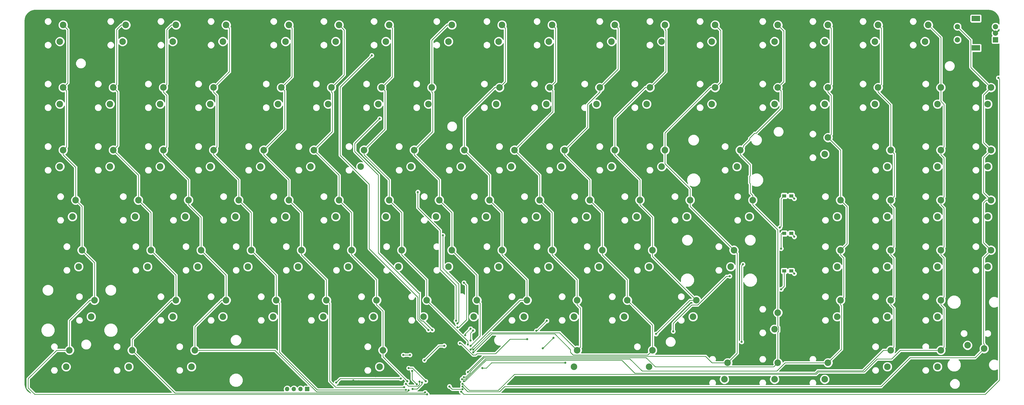
<source format=gtl>
G04 #@! TF.GenerationSoftware,KiCad,Pcbnew,(5.0.1)-4*
G04 #@! TF.CreationDate,2018-12-08T05:26:54-08:00*
G04 #@! TF.ProjectId,cbc1,636263312E6B696361645F7063620000,rev?*
G04 #@! TF.SameCoordinates,Original*
G04 #@! TF.FileFunction,Copper,L1,Top,Signal*
G04 #@! TF.FilePolarity,Positive*
%FSLAX46Y46*%
G04 Gerber Fmt 4.6, Leading zero omitted, Abs format (unit mm)*
G04 Created by KiCad (PCBNEW (5.0.1)-4) date 12/8/2018 5:26:54 AM*
%MOMM*%
%LPD*%
G01*
G04 APERTURE LIST*
G04 #@! TA.AperFunction,ComponentPad*
%ADD10C,2.500000*%
G04 #@! TD*
G04 #@! TA.AperFunction,ComponentPad*
%ADD11R,2.000000X2.000000*%
G04 #@! TD*
G04 #@! TA.AperFunction,ComponentPad*
%ADD12C,2.000000*%
G04 #@! TD*
G04 #@! TA.AperFunction,ComponentPad*
%ADD13R,3.200000X2.000000*%
G04 #@! TD*
G04 #@! TA.AperFunction,ComponentPad*
%ADD14O,1.700000X1.700000*%
G04 #@! TD*
G04 #@! TA.AperFunction,ComponentPad*
%ADD15R,1.700000X1.700000*%
G04 #@! TD*
G04 #@! TA.AperFunction,SMDPad,CuDef*
%ADD16R,1.500000X1.300000*%
G04 #@! TD*
G04 #@! TA.AperFunction,ViaPad*
%ADD17C,0.800000*%
G04 #@! TD*
G04 #@! TA.AperFunction,Conductor*
%ADD18C,0.250000*%
G04 #@! TD*
G04 #@! TA.AperFunction,Conductor*
%ADD19C,0.254000*%
G04 #@! TD*
G04 APERTURE END LIST*
D10*
G04 #@! TO.P,K6:5,1*
G04 #@! TO.N,/col5*
X156718750Y-150200000D03*
G04 #@! TO.P,K6:5,2*
G04 #@! TO.N,Net-(D6:5-Pad2)*
X155468750Y-156500000D03*
G04 #@! TD*
G04 #@! TO.P,K2:13,2*
G04 #@! TO.N,Net-(D2:13-Pad2)*
X291200000Y-80300000D03*
G04 #@! TO.P,K2:13,1*
G04 #@! TO.N,/col13*
X292450000Y-74000000D03*
G04 #@! TD*
G04 #@! TO.P,K0:0,2*
G04 #@! TO.N,Net-(D0:0-Pad2)*
X34025000Y-32675000D03*
G04 #@! TO.P,K0:0,1*
G04 #@! TO.N,/col0*
X35275000Y-26375000D03*
G04 #@! TD*
G04 #@! TO.P,K0:1,2*
G04 #@! TO.N,Net-(D0:1-Pad2)*
X57837500Y-32675000D03*
G04 #@! TO.P,K0:1,1*
G04 #@! TO.N,/col1*
X59087500Y-26375000D03*
G04 #@! TD*
G04 #@! TO.P,K0:2,1*
G04 #@! TO.N,/col2*
X78137500Y-26375000D03*
G04 #@! TO.P,K0:2,2*
G04 #@! TO.N,Net-(D0:2-Pad2)*
X76887500Y-32675000D03*
G04 #@! TD*
G04 #@! TO.P,K0:3,1*
G04 #@! TO.N,/col3*
X97187500Y-26375000D03*
G04 #@! TO.P,K0:3,2*
G04 #@! TO.N,Net-(D0:3-Pad2)*
X95937500Y-32675000D03*
G04 #@! TD*
G04 #@! TO.P,K0:4,1*
G04 #@! TO.N,/col4*
X121000000Y-26375000D03*
G04 #@! TO.P,K0:4,2*
G04 #@! TO.N,Net-(D0:4-Pad2)*
X119750000Y-32675000D03*
G04 #@! TD*
G04 #@! TO.P,K0:5,1*
G04 #@! TO.N,/col5*
X140050000Y-26375000D03*
G04 #@! TO.P,K0:5,2*
G04 #@! TO.N,Net-(D0:5-Pad2)*
X138800000Y-32675000D03*
G04 #@! TD*
G04 #@! TO.P,K0:6,2*
G04 #@! TO.N,Net-(D0:6-Pad2)*
X157850000Y-32675000D03*
G04 #@! TO.P,K0:6,1*
G04 #@! TO.N,/col6*
X159100000Y-26375000D03*
G04 #@! TD*
G04 #@! TO.P,K0:7,1*
G04 #@! TO.N,/col7*
X182912500Y-26375000D03*
G04 #@! TO.P,K0:7,2*
G04 #@! TO.N,Net-(D0:7-Pad2)*
X181662500Y-32675000D03*
G04 #@! TD*
G04 #@! TO.P,K0:8,1*
G04 #@! TO.N,/col8*
X201962500Y-26375000D03*
G04 #@! TO.P,K0:8,2*
G04 #@! TO.N,Net-(D0:8-Pad2)*
X200712500Y-32675000D03*
G04 #@! TD*
G04 #@! TO.P,K0:9,2*
G04 #@! TO.N,Net-(D0:9-Pad2)*
X219762500Y-32675000D03*
G04 #@! TO.P,K0:9,1*
G04 #@! TO.N,/col9*
X221012500Y-26375000D03*
G04 #@! TD*
G04 #@! TO.P,K0:10,2*
G04 #@! TO.N,Net-(D0:10-Pad2)*
X243575000Y-32675000D03*
G04 #@! TO.P,K0:10,1*
G04 #@! TO.N,/col10*
X244825000Y-26375000D03*
G04 #@! TD*
G04 #@! TO.P,K0:11,1*
G04 #@! TO.N,/col11*
X263875000Y-26375000D03*
G04 #@! TO.P,K0:11,2*
G04 #@! TO.N,Net-(D0:11-Pad2)*
X262625000Y-32675000D03*
G04 #@! TD*
G04 #@! TO.P,K0:12,1*
G04 #@! TO.N,/col12*
X282925000Y-26375000D03*
G04 #@! TO.P,K0:12,2*
G04 #@! TO.N,Net-(D0:12-Pad2)*
X281675000Y-32675000D03*
G04 #@! TD*
G04 #@! TO.P,K0:13,2*
G04 #@! TO.N,Net-(D0:13-Pad2)*
X305487500Y-32675000D03*
G04 #@! TO.P,K0:13,1*
G04 #@! TO.N,/col13*
X306737500Y-26375000D03*
G04 #@! TD*
G04 #@! TO.P,K0:14,2*
G04 #@! TO.N,Net-(D0:14-Pad2)*
X324537500Y-32675000D03*
G04 #@! TO.P,K0:14,1*
G04 #@! TO.N,/col14*
X325787500Y-26375000D03*
G04 #@! TD*
G04 #@! TO.P,K0:15,1*
G04 #@! TO.N,/col15*
X344837500Y-26375000D03*
G04 #@! TO.P,K0:15,2*
G04 #@! TO.N,Net-(D0:15-Pad2)*
X343587500Y-32675000D03*
G04 #@! TD*
G04 #@! TO.P,K0:16,2*
G04 #@! TO.N,Net-(D0:16-Pad2)*
X362637500Y-32675000D03*
G04 #@! TO.P,K0:16,1*
G04 #@! TO.N,/col16*
X363887500Y-26375000D03*
G04 #@! TD*
G04 #@! TO.P,K1:0,1*
G04 #@! TO.N,/col0*
X35275000Y-50187500D03*
G04 #@! TO.P,K1:0,2*
G04 #@! TO.N,Net-(D1:0-Pad2)*
X34025000Y-56487500D03*
G04 #@! TD*
G04 #@! TO.P,K1:1,2*
G04 #@! TO.N,Net-(D1:1-Pad2)*
X53075000Y-56487500D03*
G04 #@! TO.P,K1:1,1*
G04 #@! TO.N,/col1*
X54325000Y-50187500D03*
G04 #@! TD*
G04 #@! TO.P,K1:2,1*
G04 #@! TO.N,/col2*
X73375000Y-50187500D03*
G04 #@! TO.P,K1:2,2*
G04 #@! TO.N,Net-(D1:2-Pad2)*
X72125000Y-56487500D03*
G04 #@! TD*
G04 #@! TO.P,K1:3,1*
G04 #@! TO.N,/col3*
X92425000Y-50187500D03*
G04 #@! TO.P,K1:3,2*
G04 #@! TO.N,Net-(D1:3-Pad2)*
X91175000Y-56487500D03*
G04 #@! TD*
G04 #@! TO.P,K1:4,2*
G04 #@! TO.N,Net-(D1:4-Pad2)*
X116892500Y-56487500D03*
G04 #@! TO.P,K1:4,1*
G04 #@! TO.N,/col4*
X118142500Y-50187500D03*
G04 #@! TD*
G04 #@! TO.P,K1:5,2*
G04 #@! TO.N,Net-(D1:5-Pad2)*
X135942500Y-56487500D03*
G04 #@! TO.P,K1:5,1*
G04 #@! TO.N,/col5*
X137192500Y-50187500D03*
G04 #@! TD*
G04 #@! TO.P,K1:6,1*
G04 #@! TO.N,/col6*
X156242500Y-50187500D03*
G04 #@! TO.P,K1:6,2*
G04 #@! TO.N,Net-(D1:6-Pad2)*
X154992500Y-56487500D03*
G04 #@! TD*
G04 #@! TO.P,K1:7,2*
G04 #@! TO.N,Net-(D1:7-Pad2)*
X174042500Y-56487500D03*
G04 #@! TO.P,K1:7,1*
G04 #@! TO.N,/col7*
X175292500Y-50187500D03*
G04 #@! TD*
G04 #@! TO.P,K1:8,1*
G04 #@! TO.N,/col8*
X201010000Y-50187500D03*
G04 #@! TO.P,K1:8,2*
G04 #@! TO.N,Net-(D1:8-Pad2)*
X199760000Y-56487500D03*
G04 #@! TD*
G04 #@! TO.P,K1:9,1*
G04 #@! TO.N,/col9*
X220060000Y-50187500D03*
G04 #@! TO.P,K1:9,2*
G04 #@! TO.N,Net-(D1:9-Pad2)*
X218810000Y-56487500D03*
G04 #@! TD*
G04 #@! TO.P,K1:10,1*
G04 #@! TO.N,/col10*
X239110000Y-50187500D03*
G04 #@! TO.P,K1:10,2*
G04 #@! TO.N,Net-(D1:10-Pad2)*
X237860000Y-56487500D03*
G04 #@! TD*
G04 #@! TO.P,K1:11,2*
G04 #@! TO.N,Net-(D1:11-Pad2)*
X256910000Y-56487500D03*
G04 #@! TO.P,K1:11,1*
G04 #@! TO.N,/col11*
X258160000Y-50187500D03*
G04 #@! TD*
G04 #@! TO.P,K1:12,2*
G04 #@! TO.N,Net-(D1:12-Pad2)*
X281675000Y-56487500D03*
G04 #@! TO.P,K1:12,1*
G04 #@! TO.N,/col12*
X282925000Y-50187500D03*
G04 #@! TD*
G04 #@! TO.P,K1:13,2*
G04 #@! TO.N,Net-(D1:13-Pad2)*
X305487500Y-56487500D03*
G04 #@! TO.P,K1:13,1*
G04 #@! TO.N,/col13*
X306737500Y-50187500D03*
G04 #@! TD*
G04 #@! TO.P,K1:14,1*
G04 #@! TO.N,/col14*
X325787500Y-50187500D03*
G04 #@! TO.P,K1:14,2*
G04 #@! TO.N,Net-(D1:14-Pad2)*
X324537500Y-56487500D03*
G04 #@! TD*
G04 #@! TO.P,K1:15,2*
G04 #@! TO.N,Net-(D1:15-Pad2)*
X343587500Y-56487500D03*
G04 #@! TO.P,K1:15,1*
G04 #@! TO.N,/col15*
X344837500Y-50187500D03*
G04 #@! TD*
G04 #@! TO.P,K1:16,1*
G04 #@! TO.N,/col16*
X368650000Y-50187500D03*
G04 #@! TO.P,K1:16,2*
G04 #@! TO.N,Net-(D1:16-Pad2)*
X367400000Y-56487500D03*
G04 #@! TD*
G04 #@! TO.P,K1:17,2*
G04 #@! TO.N,Net-(D1:17-Pad2)*
X386450000Y-56487500D03*
G04 #@! TO.P,K1:17,1*
G04 #@! TO.N,/col17*
X387700000Y-50187500D03*
G04 #@! TD*
G04 #@! TO.P,K2:0,2*
G04 #@! TO.N,Net-(D2:0-Pad2)*
X34025000Y-80300000D03*
G04 #@! TO.P,K2:0,1*
G04 #@! TO.N,/col0*
X35275000Y-74000000D03*
G04 #@! TD*
G04 #@! TO.P,K2:1,1*
G04 #@! TO.N,/col1*
X54325000Y-74000000D03*
G04 #@! TO.P,K2:1,2*
G04 #@! TO.N,Net-(D2:1-Pad2)*
X53075000Y-80300000D03*
G04 #@! TD*
G04 #@! TO.P,K2:2,1*
G04 #@! TO.N,/col2*
X73375000Y-74000000D03*
G04 #@! TO.P,K2:2,2*
G04 #@! TO.N,Net-(D2:2-Pad2)*
X72125000Y-80300000D03*
G04 #@! TD*
G04 #@! TO.P,K2:3,1*
G04 #@! TO.N,/col3*
X92425000Y-74000000D03*
G04 #@! TO.P,K2:3,2*
G04 #@! TO.N,Net-(D2:3-Pad2)*
X91175000Y-80300000D03*
G04 #@! TD*
G04 #@! TO.P,K2:4,2*
G04 #@! TO.N,Net-(D2:4-Pad2)*
X110225000Y-80300000D03*
G04 #@! TO.P,K2:4,1*
G04 #@! TO.N,/col4*
X111475000Y-74000000D03*
G04 #@! TD*
G04 #@! TO.P,K2:5,1*
G04 #@! TO.N,/col5*
X130525000Y-74000000D03*
G04 #@! TO.P,K2:5,2*
G04 #@! TO.N,Net-(D2:5-Pad2)*
X129275000Y-80300000D03*
G04 #@! TD*
G04 #@! TO.P,K2:6,1*
G04 #@! TO.N,/col6*
X149575000Y-74000000D03*
G04 #@! TO.P,K2:6,2*
G04 #@! TO.N,Net-(D2:6-Pad2)*
X148325000Y-80300000D03*
G04 #@! TD*
G04 #@! TO.P,K2:7,2*
G04 #@! TO.N,Net-(D2:7-Pad2)*
X167375000Y-80300000D03*
G04 #@! TO.P,K2:7,1*
G04 #@! TO.N,/col7*
X168625000Y-74000000D03*
G04 #@! TD*
G04 #@! TO.P,K2:8,2*
G04 #@! TO.N,Net-(D2:8-Pad2)*
X186425000Y-80300000D03*
G04 #@! TO.P,K2:8,1*
G04 #@! TO.N,/col8*
X187675000Y-74000000D03*
G04 #@! TD*
G04 #@! TO.P,K2:9,1*
G04 #@! TO.N,/col9*
X206725000Y-74000000D03*
G04 #@! TO.P,K2:9,2*
G04 #@! TO.N,Net-(D2:9-Pad2)*
X205475000Y-80300000D03*
G04 #@! TD*
G04 #@! TO.P,K2:10,1*
G04 #@! TO.N,/col10*
X225775000Y-74000000D03*
G04 #@! TO.P,K2:10,2*
G04 #@! TO.N,Net-(D2:10-Pad2)*
X224525000Y-80300000D03*
G04 #@! TD*
G04 #@! TO.P,K2:11,1*
G04 #@! TO.N,/col11*
X244825000Y-74000000D03*
G04 #@! TO.P,K2:11,2*
G04 #@! TO.N,Net-(D2:11-Pad2)*
X243575000Y-80300000D03*
G04 #@! TD*
G04 #@! TO.P,K2:12,2*
G04 #@! TO.N,Net-(D2:12-Pad2)*
X262625000Y-80300000D03*
G04 #@! TO.P,K2:12,1*
G04 #@! TO.N,/col12*
X263875000Y-74000000D03*
G04 #@! TD*
G04 #@! TO.P,K2:14,2*
G04 #@! TO.N,Net-(D2:14-Pad2)*
X324537500Y-75537500D03*
G04 #@! TO.P,K2:14,1*
G04 #@! TO.N,/col14*
X325787500Y-69237500D03*
G04 #@! TD*
G04 #@! TO.P,K2:15,2*
G04 #@! TO.N,Net-(D2:15-Pad2)*
X348350000Y-80300000D03*
G04 #@! TO.P,K2:15,1*
G04 #@! TO.N,/col15*
X349600000Y-74000000D03*
G04 #@! TD*
G04 #@! TO.P,K2:16,2*
G04 #@! TO.N,Net-(D2:16-Pad2)*
X367400000Y-80300000D03*
G04 #@! TO.P,K2:16,1*
G04 #@! TO.N,/col16*
X368650000Y-74000000D03*
G04 #@! TD*
G04 #@! TO.P,K2:17,1*
G04 #@! TO.N,/col17*
X387700000Y-74000000D03*
G04 #@! TO.P,K2:17,2*
G04 #@! TO.N,Net-(D2:17-Pad2)*
X386450000Y-80300000D03*
G04 #@! TD*
G04 #@! TO.P,K3:0,1*
G04 #@! TO.N,/col0*
X40037500Y-93050000D03*
G04 #@! TO.P,K3:0,2*
G04 #@! TO.N,Net-(D3:0-Pad2)*
X38787500Y-99350000D03*
G04 #@! TD*
G04 #@! TO.P,K3:1,2*
G04 #@! TO.N,Net-(D3:1-Pad2)*
X62600000Y-99350000D03*
G04 #@! TO.P,K3:1,1*
G04 #@! TO.N,/col1*
X63850000Y-93050000D03*
G04 #@! TD*
G04 #@! TO.P,K3:2,2*
G04 #@! TO.N,Net-(D3:2-Pad2)*
X81650000Y-99350000D03*
G04 #@! TO.P,K3:2,1*
G04 #@! TO.N,/col2*
X82900000Y-93050000D03*
G04 #@! TD*
G04 #@! TO.P,K3:3,1*
G04 #@! TO.N,/col3*
X101950000Y-93050000D03*
G04 #@! TO.P,K3:3,2*
G04 #@! TO.N,Net-(D3:3-Pad2)*
X100700000Y-99350000D03*
G04 #@! TD*
G04 #@! TO.P,K3:4,2*
G04 #@! TO.N,Net-(D3:4-Pad2)*
X119750000Y-99350000D03*
G04 #@! TO.P,K3:4,1*
G04 #@! TO.N,/col4*
X121000000Y-93050000D03*
G04 #@! TD*
G04 #@! TO.P,K3:5,1*
G04 #@! TO.N,/col5*
X140050000Y-93050000D03*
G04 #@! TO.P,K3:5,2*
G04 #@! TO.N,Net-(D3:5-Pad2)*
X138800000Y-99350000D03*
G04 #@! TD*
G04 #@! TO.P,K3:6,1*
G04 #@! TO.N,/col6*
X159100000Y-93050000D03*
G04 #@! TO.P,K3:6,2*
G04 #@! TO.N,Net-(D3:6-Pad2)*
X157850000Y-99350000D03*
G04 #@! TD*
G04 #@! TO.P,K3:7,2*
G04 #@! TO.N,Net-(D3:7-Pad2)*
X176900000Y-99350000D03*
G04 #@! TO.P,K3:7,1*
G04 #@! TO.N,/col7*
X178150000Y-93050000D03*
G04 #@! TD*
G04 #@! TO.P,K3:8,2*
G04 #@! TO.N,Net-(D3:8-Pad2)*
X195950000Y-99350000D03*
G04 #@! TO.P,K3:8,1*
G04 #@! TO.N,/col8*
X197200000Y-93050000D03*
G04 #@! TD*
G04 #@! TO.P,K3:9,1*
G04 #@! TO.N,/col9*
X216250000Y-93050000D03*
G04 #@! TO.P,K3:9,2*
G04 #@! TO.N,Net-(D3:9-Pad2)*
X215000000Y-99350000D03*
G04 #@! TD*
G04 #@! TO.P,K3:10,2*
G04 #@! TO.N,Net-(D3:10-Pad2)*
X234050000Y-99350000D03*
G04 #@! TO.P,K3:10,1*
G04 #@! TO.N,/col10*
X235300000Y-93050000D03*
G04 #@! TD*
G04 #@! TO.P,K3:11,2*
G04 #@! TO.N,Net-(D3:11-Pad2)*
X253100000Y-99350000D03*
G04 #@! TO.P,K3:11,1*
G04 #@! TO.N,/col11*
X254350000Y-93050000D03*
G04 #@! TD*
G04 #@! TO.P,K3:12,2*
G04 #@! TO.N,Net-(D3:12-Pad2)*
X272150000Y-99350000D03*
G04 #@! TO.P,K3:12,1*
G04 #@! TO.N,/col12*
X273400000Y-93050000D03*
G04 #@! TD*
G04 #@! TO.P,K3:13,1*
G04 #@! TO.N,/col13*
X297212500Y-93050000D03*
G04 #@! TO.P,K3:13,2*
G04 #@! TO.N,Net-(D3:13-Pad2)*
X295962500Y-99350000D03*
G04 #@! TD*
G04 #@! TO.P,K3:14,2*
G04 #@! TO.N,Net-(D3:14-Pad2)*
X329300000Y-99350000D03*
G04 #@! TO.P,K3:14,1*
G04 #@! TO.N,/col14*
X330550000Y-93050000D03*
G04 #@! TD*
G04 #@! TO.P,K3:15,1*
G04 #@! TO.N,/col15*
X349600000Y-93050000D03*
G04 #@! TO.P,K3:15,2*
G04 #@! TO.N,Net-(D3:15-Pad2)*
X348350000Y-99350000D03*
G04 #@! TD*
G04 #@! TO.P,K3:16,1*
G04 #@! TO.N,/col16*
X368650000Y-93050000D03*
G04 #@! TO.P,K3:16,2*
G04 #@! TO.N,Net-(D3:16-Pad2)*
X367400000Y-99350000D03*
G04 #@! TD*
G04 #@! TO.P,K3:17,2*
G04 #@! TO.N,Net-(D3:17-Pad2)*
X386450000Y-99350000D03*
G04 #@! TO.P,K3:17,1*
G04 #@! TO.N,/col17*
X387700000Y-93050000D03*
G04 #@! TD*
G04 #@! TO.P,K4:0,2*
G04 #@! TO.N,Net-(D4:0-Pad2)*
X41168750Y-118400000D03*
G04 #@! TO.P,K4:0,1*
G04 #@! TO.N,/col0*
X42418750Y-112100000D03*
G04 #@! TD*
G04 #@! TO.P,K4:1,2*
G04 #@! TO.N,Net-(D4:1-Pad2)*
X67362500Y-118400000D03*
G04 #@! TO.P,K4:1,1*
G04 #@! TO.N,/col1*
X68612500Y-112100000D03*
G04 #@! TD*
G04 #@! TO.P,K4:2,2*
G04 #@! TO.N,Net-(D4:2-Pad2)*
X86412500Y-118400000D03*
G04 #@! TO.P,K4:2,1*
G04 #@! TO.N,/col2*
X87662500Y-112100000D03*
G04 #@! TD*
G04 #@! TO.P,K4:3,1*
G04 #@! TO.N,/col3*
X106712500Y-112100000D03*
G04 #@! TO.P,K4:3,2*
G04 #@! TO.N,Net-(D4:3-Pad2)*
X105462500Y-118400000D03*
G04 #@! TD*
G04 #@! TO.P,K4:4,1*
G04 #@! TO.N,/col4*
X125762500Y-112100000D03*
G04 #@! TO.P,K4:4,2*
G04 #@! TO.N,Net-(D4:4-Pad2)*
X124512500Y-118400000D03*
G04 #@! TD*
G04 #@! TO.P,K4:5,1*
G04 #@! TO.N,/col5*
X144812500Y-112100000D03*
G04 #@! TO.P,K4:5,2*
G04 #@! TO.N,Net-(D4:5-Pad2)*
X143562500Y-118400000D03*
G04 #@! TD*
G04 #@! TO.P,K4:6,2*
G04 #@! TO.N,Net-(D4:6-Pad2)*
X162612500Y-118400000D03*
G04 #@! TO.P,K4:6,1*
G04 #@! TO.N,/col6*
X163862500Y-112100000D03*
G04 #@! TD*
G04 #@! TO.P,K4:7,1*
G04 #@! TO.N,/col7*
X182912500Y-112100000D03*
G04 #@! TO.P,K4:7,2*
G04 #@! TO.N,Net-(D4:7-Pad2)*
X181662500Y-118400000D03*
G04 #@! TD*
G04 #@! TO.P,K4:8,1*
G04 #@! TO.N,/col8*
X201962500Y-112100000D03*
G04 #@! TO.P,K4:8,2*
G04 #@! TO.N,Net-(D4:8-Pad2)*
X200712500Y-118400000D03*
G04 #@! TD*
G04 #@! TO.P,K4:9,2*
G04 #@! TO.N,Net-(D4:9-Pad2)*
X219762500Y-118400000D03*
G04 #@! TO.P,K4:9,1*
G04 #@! TO.N,/col9*
X221012500Y-112100000D03*
G04 #@! TD*
G04 #@! TO.P,K4:10,1*
G04 #@! TO.N,/col10*
X240062500Y-112100000D03*
G04 #@! TO.P,K4:10,2*
G04 #@! TO.N,Net-(D4:10-Pad2)*
X238812500Y-118400000D03*
G04 #@! TD*
G04 #@! TO.P,K4:11,2*
G04 #@! TO.N,Net-(D4:11-Pad2)*
X257862500Y-118400000D03*
G04 #@! TO.P,K4:11,1*
G04 #@! TO.N,/col11*
X259112500Y-112100000D03*
G04 #@! TD*
G04 #@! TO.P,K4:12,2*
G04 #@! TO.N,Net-(D4:12-Pad2)*
X288818750Y-118400000D03*
G04 #@! TO.P,K4:12,1*
G04 #@! TO.N,/col12*
X290068750Y-112100000D03*
G04 #@! TD*
G04 #@! TO.P,K4:14,1*
G04 #@! TO.N,/col14*
X330550000Y-112100000D03*
G04 #@! TO.P,K4:14,2*
G04 #@! TO.N,Net-(D4:14-Pad2)*
X329300000Y-118400000D03*
G04 #@! TD*
G04 #@! TO.P,K4:15,1*
G04 #@! TO.N,/col15*
X349600000Y-112100000D03*
G04 #@! TO.P,K4:15,2*
G04 #@! TO.N,Net-(D4:15-Pad2)*
X348350000Y-118400000D03*
G04 #@! TD*
G04 #@! TO.P,K4:16,2*
G04 #@! TO.N,Net-(D4:16-Pad2)*
X367400000Y-118400000D03*
G04 #@! TO.P,K4:16,1*
G04 #@! TO.N,/col16*
X368650000Y-112100000D03*
G04 #@! TD*
G04 #@! TO.P,K4:17,1*
G04 #@! TO.N,/col17*
X387700000Y-112100000D03*
G04 #@! TO.P,K4:17,2*
G04 #@! TO.N,Net-(D4:17-Pad2)*
X386450000Y-118400000D03*
G04 #@! TD*
G04 #@! TO.P,K5:0,1*
G04 #@! TO.N,/col0*
X47181250Y-131150000D03*
G04 #@! TO.P,K5:0,2*
G04 #@! TO.N,Net-(D5:0-Pad2)*
X45931250Y-137450000D03*
G04 #@! TD*
G04 #@! TO.P,K5:1,2*
G04 #@! TO.N,Net-(D5:1-Pad2)*
X76887500Y-137450000D03*
G04 #@! TO.P,K5:1,1*
G04 #@! TO.N,/col1*
X78137500Y-131150000D03*
G04 #@! TD*
G04 #@! TO.P,K5:2,1*
G04 #@! TO.N,/col2*
X97187500Y-131150000D03*
G04 #@! TO.P,K5:2,2*
G04 #@! TO.N,Net-(D5:2-Pad2)*
X95937500Y-137450000D03*
G04 #@! TD*
G04 #@! TO.P,K5:3,2*
G04 #@! TO.N,Net-(D5:3-Pad2)*
X114987500Y-137450000D03*
G04 #@! TO.P,K5:3,1*
G04 #@! TO.N,/col3*
X116237500Y-131150000D03*
G04 #@! TD*
G04 #@! TO.P,K5:4,1*
G04 #@! TO.N,/col4*
X135287500Y-131150000D03*
G04 #@! TO.P,K5:4,2*
G04 #@! TO.N,Net-(D5:4-Pad2)*
X134037500Y-137450000D03*
G04 #@! TD*
G04 #@! TO.P,K5:5,2*
G04 #@! TO.N,Net-(D5:5-Pad2)*
X153087500Y-137450000D03*
G04 #@! TO.P,K5:5,1*
G04 #@! TO.N,/col5*
X154337500Y-131150000D03*
G04 #@! TD*
G04 #@! TO.P,K5:6,1*
G04 #@! TO.N,/col6*
X173387500Y-131150000D03*
G04 #@! TO.P,K5:6,2*
G04 #@! TO.N,Net-(D5:6-Pad2)*
X172137500Y-137450000D03*
G04 #@! TD*
G04 #@! TO.P,K5:7,1*
G04 #@! TO.N,/col7*
X192437500Y-131150000D03*
G04 #@! TO.P,K5:7,2*
G04 #@! TO.N,Net-(D5:7-Pad2)*
X191187500Y-137450000D03*
G04 #@! TD*
G04 #@! TO.P,K5:8,1*
G04 #@! TO.N,/col8*
X211487500Y-131150000D03*
G04 #@! TO.P,K5:8,2*
G04 #@! TO.N,Net-(D5:8-Pad2)*
X210237500Y-137450000D03*
G04 #@! TD*
G04 #@! TO.P,K5:9,2*
G04 #@! TO.N,Net-(D5:9-Pad2)*
X229287500Y-137450000D03*
G04 #@! TO.P,K5:9,1*
G04 #@! TO.N,/col9*
X230537500Y-131150000D03*
G04 #@! TD*
G04 #@! TO.P,K5:10,2*
G04 #@! TO.N,Net-(D5:10-Pad2)*
X248337500Y-137450000D03*
G04 #@! TO.P,K5:10,1*
G04 #@! TO.N,/col10*
X249587500Y-131150000D03*
G04 #@! TD*
G04 #@! TO.P,K5:11,1*
G04 #@! TO.N,/col11*
X275781250Y-131150000D03*
G04 #@! TO.P,K5:11,2*
G04 #@! TO.N,Net-(D5:11-Pad2)*
X274531250Y-137450000D03*
G04 #@! TD*
G04 #@! TO.P,K5:13,1*
G04 #@! TO.N,/col13*
X306737500Y-135912500D03*
G04 #@! TO.P,K5:13,2*
G04 #@! TO.N,Net-(D5:13-Pad2)*
X305487500Y-142212500D03*
G04 #@! TD*
G04 #@! TO.P,K5:14,1*
G04 #@! TO.N,/col14*
X330550000Y-131150000D03*
G04 #@! TO.P,K5:14,2*
G04 #@! TO.N,Net-(D5:14-Pad2)*
X329300000Y-137450000D03*
G04 #@! TD*
G04 #@! TO.P,K5:15,1*
G04 #@! TO.N,/col15*
X349600000Y-131150000D03*
G04 #@! TO.P,K5:15,2*
G04 #@! TO.N,Net-(D5:15-Pad2)*
X348350000Y-137450000D03*
G04 #@! TD*
G04 #@! TO.P,K5:16,2*
G04 #@! TO.N,Net-(D5:16-Pad2)*
X367400000Y-137450000D03*
G04 #@! TO.P,K5:16,1*
G04 #@! TO.N,/col16*
X368650000Y-131150000D03*
G04 #@! TD*
G04 #@! TO.P,K5:17,1*
G04 #@! TO.N,/col17*
X385100000Y-149575000D03*
G04 #@! TO.P,K5:17,2*
G04 #@! TO.N,Net-(D5:17-Pad2)*
X378800000Y-148325000D03*
G04 #@! TD*
G04 #@! TO.P,K6:0,1*
G04 #@! TO.N,/col0*
X37656250Y-150200000D03*
G04 #@! TO.P,K6:0,2*
G04 #@! TO.N,Net-(D6:0-Pad2)*
X36406250Y-156500000D03*
G04 #@! TD*
G04 #@! TO.P,K6:1,2*
G04 #@! TO.N,Net-(D6:1-Pad2)*
X60218750Y-156500000D03*
G04 #@! TO.P,K6:1,1*
G04 #@! TO.N,/col1*
X61468750Y-150200000D03*
G04 #@! TD*
G04 #@! TO.P,K6:2,1*
G04 #@! TO.N,/col2*
X85281250Y-150200000D03*
G04 #@! TO.P,K6:2,2*
G04 #@! TO.N,Net-(D6:2-Pad2)*
X84031250Y-156500000D03*
G04 #@! TD*
G04 #@! TO.P,K6:9,2*
G04 #@! TO.N,Net-(D6:9-Pad2)*
X229287500Y-156500000D03*
G04 #@! TO.P,K6:9,1*
G04 #@! TO.N,/col9*
X230537500Y-150200000D03*
G04 #@! TD*
G04 #@! TO.P,K6:10,2*
G04 #@! TO.N,Net-(D6:10-Pad2)*
X257862500Y-156500000D03*
G04 #@! TO.P,K6:10,1*
G04 #@! TO.N,/col10*
X259112500Y-150200000D03*
G04 #@! TD*
G04 #@! TO.P,K6:12,2*
G04 #@! TO.N,Net-(D6:12-Pad2)*
X286437500Y-161262500D03*
G04 #@! TO.P,K6:12,1*
G04 #@! TO.N,/col12*
X287687500Y-154962500D03*
G04 #@! TD*
G04 #@! TO.P,K6:13,1*
G04 #@! TO.N,/col13*
X306737500Y-154962500D03*
G04 #@! TO.P,K6:13,2*
G04 #@! TO.N,Net-(D6:13-Pad2)*
X305487500Y-161262500D03*
G04 #@! TD*
G04 #@! TO.P,K6:14,2*
G04 #@! TO.N,Net-(D6:14-Pad2)*
X324537500Y-161262500D03*
G04 #@! TO.P,K6:14,1*
G04 #@! TO.N,/col14*
X325787500Y-154962500D03*
G04 #@! TD*
G04 #@! TO.P,K6:15,1*
G04 #@! TO.N,/col15*
X349600000Y-150200000D03*
G04 #@! TO.P,K6:15,2*
G04 #@! TO.N,Net-(D6:15-Pad2)*
X348350000Y-156500000D03*
G04 #@! TD*
G04 #@! TO.P,K6:16,1*
G04 #@! TO.N,/col16*
X368650000Y-150200000D03*
G04 #@! TO.P,K6:16,2*
G04 #@! TO.N,Net-(D6:16-Pad2)*
X367400000Y-156500000D03*
G04 #@! TD*
D11*
G04 #@! TO.P,ENC1,A*
G04 #@! TO.N,Net-(ENC1-PadA)*
X389450000Y-32025000D03*
D12*
G04 #@! TO.P,ENC1,C*
G04 #@! TO.N,GND*
X389450000Y-29525000D03*
G04 #@! TO.P,ENC1,B*
G04 #@! TO.N,Net-(ENC1-PadB)*
X389450000Y-27025000D03*
D13*
G04 #@! TO.P,ENC1,MP*
G04 #@! TO.N,N/C*
X381950000Y-35125000D03*
X381950000Y-23925000D03*
D12*
G04 #@! TO.P,ENC1,S2*
G04 #@! TO.N,Net-(D0:17-Pad2)*
X374950000Y-32025000D03*
G04 #@! TO.P,ENC1,S1*
G04 #@! TO.N,/col17*
X374950000Y-27025000D03*
G04 #@! TD*
D14*
G04 #@! TO.P,J1,4*
G04 #@! TO.N,VCC*
X120380000Y-165000000D03*
G04 #@! TO.P,J1,3*
G04 #@! TO.N,Net-(J1-Pad3)*
X122920000Y-165000000D03*
G04 #@! TO.P,J1,2*
G04 #@! TO.N,Net-(J1-Pad2)*
X125460000Y-165000000D03*
D15*
G04 #@! TO.P,J1,1*
G04 #@! TO.N,GND*
X128000000Y-165000000D03*
G04 #@! TD*
D16*
G04 #@! TO.P,LED1,2*
G04 #@! TO.N,/led1*
X309162500Y-91437500D03*
G04 #@! TO.P,LED1,1*
G04 #@! TO.N,Net-(LED1-Pad1)*
X311862500Y-91437500D03*
G04 #@! TD*
G04 #@! TO.P,LED2,1*
G04 #@! TO.N,Net-(LED2-Pad1)*
X311862500Y-105725000D03*
G04 #@! TO.P,LED2,2*
G04 #@! TO.N,/led2*
X309162500Y-105725000D03*
G04 #@! TD*
G04 #@! TO.P,LED3,2*
G04 #@! TO.N,/led3*
X309162500Y-120012500D03*
G04 #@! TO.P,LED3,1*
G04 #@! TO.N,Net-(LED3-Pad1)*
X311862500Y-120012500D03*
G04 #@! TD*
D17*
G04 #@! TO.N,GND*
X314000000Y-103500000D03*
X309500000Y-96500000D03*
X175500000Y-160000000D03*
X180000000Y-158500000D03*
X196487347Y-147012653D03*
X198500000Y-145000000D03*
X163342348Y-157842348D03*
X166116117Y-159883883D03*
X162000000Y-153500000D03*
X163500000Y-151000000D03*
X147500000Y-162000000D03*
X145500000Y-161725000D03*
X154000000Y-160011099D03*
X160500000Y-158962500D03*
X379987347Y-28987347D03*
X381750000Y-31000000D03*
G04 #@! TO.N,VCC*
X169663148Y-163163148D03*
X167883883Y-158116117D03*
X163500000Y-161000000D03*
X139000000Y-162500000D03*
G04 #@! TO.N,/encA*
X390500000Y-46500000D03*
X186500000Y-166000000D03*
G04 #@! TO.N,/led1*
X307500000Y-103500000D03*
X293500000Y-117500000D03*
X293000000Y-147000000D03*
X190000000Y-142000000D03*
X188000000Y-144500000D03*
G04 #@! TO.N,/led2*
X217500000Y-149500000D03*
X221500000Y-145500000D03*
X267000000Y-143000000D03*
X308000000Y-111500000D03*
X288500000Y-122000000D03*
G04 #@! TO.N,/led3*
X308000000Y-127000000D03*
X219000000Y-139000000D03*
X215000000Y-142775000D03*
X211500000Y-146000000D03*
X186000000Y-147500000D03*
G04 #@! TO.N,/row0*
X174000000Y-142500000D03*
X152500000Y-38000000D03*
G04 #@! TO.N,/row1*
X175500000Y-142500000D03*
X155500000Y-62000000D03*
G04 #@! TO.N,/row2*
X184500000Y-139000000D03*
X170000000Y-90000000D03*
G04 #@! TO.N,/row3*
X185000000Y-140000000D03*
X179500000Y-106500000D03*
G04 #@! TO.N,/row4*
X185000000Y-141500000D03*
X187500000Y-124500000D03*
G04 #@! TO.N,/row6*
X172500000Y-154000000D03*
X180000000Y-148500000D03*
G04 #@! TO.N,/col0*
X173500000Y-166987500D03*
G04 #@! TO.N,/col1*
X172783998Y-166262500D03*
G04 #@! TO.N,/col2*
X166500000Y-165500000D03*
G04 #@! TO.N,/col3*
X165500000Y-165274988D03*
G04 #@! TO.N,/col4*
X164792885Y-164292885D03*
G04 #@! TO.N,/col5*
X166000000Y-162000000D03*
G04 #@! TO.N,/col6*
X189000000Y-148000000D03*
G04 #@! TO.N,/col7*
X190000000Y-148500000D03*
G04 #@! TO.N,/col8*
X190000000Y-150000000D03*
G04 #@! TO.N,/col9*
X191012653Y-150012653D03*
G04 #@! TO.N,/col10*
X191018939Y-151031672D03*
G04 #@! TO.N,/col11*
X194500000Y-157000000D03*
X226000000Y-155000000D03*
X260500000Y-144000000D03*
G04 #@! TO.N,/col12*
X189000000Y-158500000D03*
G04 #@! TO.N,/col13*
X187500000Y-160500000D03*
G04 #@! TO.N,/col14*
X186792892Y-161207108D03*
G04 #@! TO.N,/col15*
X187500000Y-162000000D03*
G04 #@! TO.N,/col16*
X187000000Y-163000000D03*
G04 #@! TO.N,/col17*
X186987347Y-164012653D03*
G04 #@! TO.N,Net-(C_REF1-Pad1)*
X186981061Y-165031672D03*
X182000000Y-164000000D03*
G04 #@! TO.N,Net-(C_UCAP1-Pad2)*
X165500000Y-163000000D03*
X170663148Y-162163148D03*
G04 #@! TO.N,Net-(LED1-Pad1)*
X313000000Y-92500000D03*
G04 #@! TO.N,Net-(LED2-Pad1)*
X313000000Y-107000000D03*
G04 #@! TO.N,Net-(LED3-Pad1)*
X313000000Y-121000000D03*
G04 #@! TO.N,Net-(R_HWB1-Pad2)*
X190000000Y-146500000D03*
X191000000Y-142725000D03*
G04 #@! TO.N,Net-(R_USB1-Pad1)*
X173000000Y-162000000D03*
X166500000Y-157000000D03*
G04 #@! TO.N,Net-(R_USB2-Pad1)*
X171597156Y-162520402D03*
X168000000Y-165000000D03*
G04 #@! TO.N,Net-(SW_RST1-Pad2)*
X164500000Y-152000000D03*
X167000000Y-152000000D03*
G04 #@! TD*
D18*
G04 #@! TO.N,GND*
X314000000Y-103500000D02*
X314000000Y-101000000D01*
X314000000Y-101000000D02*
X309500000Y-96500000D01*
X175500000Y-160000000D02*
X178500000Y-160000000D01*
X178500000Y-160000000D02*
X180000000Y-158500000D01*
X196487347Y-147012653D02*
X198500000Y-145000000D01*
X163342348Y-157842348D02*
X165383883Y-159883883D01*
X165383883Y-159883883D02*
X166116117Y-159883883D01*
X162000000Y-153500000D02*
X162000000Y-152500000D01*
X162000000Y-152500000D02*
X163500000Y-151000000D01*
X147500000Y-162000000D02*
X145775000Y-162000000D01*
X145775000Y-162000000D02*
X145500000Y-161725000D01*
X154000000Y-160011099D02*
X159451401Y-160011099D01*
X159451401Y-160011099D02*
X160500000Y-158962500D01*
X379987347Y-28987347D02*
X381750000Y-30750000D01*
X381750000Y-30750000D02*
X381750000Y-31000000D01*
G04 #@! TO.N,VCC*
X169663148Y-163163148D02*
X167883883Y-161383883D01*
X167883883Y-161383883D02*
X167883883Y-158116117D01*
X163500000Y-161000000D02*
X140500000Y-161000000D01*
X140500000Y-161000000D02*
X139000000Y-162500000D01*
G04 #@! TO.N,/encA*
X390899999Y-46899999D02*
X390899999Y-161600001D01*
X390500000Y-46500000D02*
X390899999Y-46899999D01*
X390899999Y-161600001D02*
X385500000Y-167000000D01*
X385500000Y-167000000D02*
X187500000Y-167000000D01*
X187500000Y-167000000D02*
X186500000Y-166000000D01*
G04 #@! TO.N,/led1*
X293500000Y-117500000D02*
X293000000Y-118000000D01*
X293000000Y-118000000D02*
X293000000Y-147000000D01*
X190000000Y-142000000D02*
X188000000Y-144000000D01*
X188000000Y-144000000D02*
X188000000Y-144500000D01*
X309162500Y-91437500D02*
X309062500Y-91437500D01*
X309062500Y-91437500D02*
X308000000Y-92500000D01*
X308000000Y-103000000D02*
X307500000Y-103500000D01*
X308000000Y-92500000D02*
X308000000Y-103000000D01*
G04 #@! TO.N,/led2*
X217500000Y-149500000D02*
X221500000Y-145500000D01*
X267000000Y-143000000D02*
X267000000Y-140240248D01*
X267000000Y-140240248D02*
X267000000Y-140000000D01*
X267000000Y-140000000D02*
X274000000Y-133000000D01*
X276262252Y-133000000D02*
X274000000Y-133000000D01*
X287000000Y-122262252D02*
X276262252Y-133000000D01*
X308162500Y-105725000D02*
X308000000Y-105887500D01*
X309162500Y-105725000D02*
X308162500Y-105725000D01*
X308000000Y-105887500D02*
X308000000Y-111500000D01*
X287262252Y-122000000D02*
X287000000Y-122262252D01*
X288500000Y-122000000D02*
X287262252Y-122000000D01*
G04 #@! TO.N,/led3*
X309162500Y-120012500D02*
X309162500Y-125837500D01*
X309162500Y-125837500D02*
X308000000Y-127000000D01*
X219000000Y-139000000D02*
X215225000Y-142775000D01*
X215225000Y-142775000D02*
X215000000Y-142775000D01*
X211500000Y-146000000D02*
X205000000Y-146000000D01*
X205000000Y-146000000D02*
X199500000Y-151500000D01*
X199500000Y-151500000D02*
X192500000Y-151500000D01*
X192500000Y-151500000D02*
X192000000Y-152000000D01*
X186426998Y-147500000D02*
X186000000Y-147500000D01*
X192000000Y-152000000D02*
X190926998Y-152000000D01*
X190926998Y-152000000D02*
X186426998Y-147500000D01*
G04 #@! TO.N,/row0*
X174000000Y-142500000D02*
X170000000Y-138500000D01*
X170000000Y-138500000D02*
X170000000Y-130000000D01*
X170000000Y-130000000D02*
X151500000Y-111500000D01*
X151500000Y-111500000D02*
X151500000Y-87000000D01*
X140500000Y-76000000D02*
X140500000Y-50000000D01*
X151500000Y-87000000D02*
X140500000Y-76000000D01*
X140500000Y-50000000D02*
X152500000Y-38000000D01*
G04 #@! TO.N,/row1*
X170562499Y-138206001D02*
X170562499Y-128437501D01*
X171381499Y-139025001D02*
X170562499Y-138206001D01*
X175500000Y-142500000D02*
X172025001Y-139025001D01*
X172025001Y-139025001D02*
X171381499Y-139025001D01*
X170318999Y-128437501D02*
X155000000Y-113118502D01*
X170562499Y-128437501D02*
X170318999Y-128437501D01*
X155000000Y-113118502D02*
X155000000Y-83500000D01*
X155000000Y-83500000D02*
X146000000Y-74500000D01*
X146000000Y-74500000D02*
X146000000Y-71500000D01*
X146000000Y-71500000D02*
X155500000Y-62000000D01*
G04 #@! TO.N,/row2*
X184500000Y-139000000D02*
X184500000Y-125500000D01*
X184500000Y-125500000D02*
X178500000Y-119500000D01*
X178500000Y-119500000D02*
X178500000Y-109000000D01*
X178500000Y-109000000D02*
X178500000Y-104500000D01*
X178500000Y-104500000D02*
X170000000Y-96000000D01*
X170000000Y-96000000D02*
X170000000Y-90000000D01*
G04 #@! TO.N,/row3*
X185500000Y-139500000D02*
X185500000Y-125000000D01*
X185000000Y-140000000D02*
X185500000Y-139500000D01*
X185500000Y-125000000D02*
X181000000Y-120500000D01*
X181000000Y-120500000D02*
X179500000Y-119000000D01*
X179500000Y-119000000D02*
X179500000Y-106500000D01*
G04 #@! TO.N,/row4*
X185565685Y-141500000D02*
X187065685Y-140000000D01*
X185000000Y-141500000D02*
X185565685Y-141500000D01*
X187065685Y-140000000D02*
X188500000Y-138565685D01*
X188500000Y-138565685D02*
X188500000Y-125500000D01*
X188500000Y-125500000D02*
X187500000Y-124500000D01*
G04 #@! TO.N,/row6*
X172500000Y-154000000D02*
X178000000Y-148500000D01*
X178000000Y-148500000D02*
X180000000Y-148500000D01*
G04 #@! TO.N,/col0*
X36524999Y-48937501D02*
X35275000Y-50187500D01*
X37000000Y-48462500D02*
X36524999Y-48937501D01*
X37000000Y-28100000D02*
X37000000Y-48462500D01*
X35275000Y-26375000D02*
X37000000Y-28100000D01*
X36524999Y-72750001D02*
X35275000Y-74000000D01*
X36524999Y-51437499D02*
X36524999Y-72750001D01*
X35275000Y-50187500D02*
X36524999Y-51437499D01*
X40037500Y-91282234D02*
X40037500Y-93050000D01*
X40037500Y-80530266D02*
X40037500Y-91282234D01*
X35275000Y-75767766D02*
X40037500Y-80530266D01*
X35275000Y-74000000D02*
X35275000Y-75767766D01*
X42418750Y-95431250D02*
X42418750Y-112100000D01*
X40037500Y-93050000D02*
X42418750Y-95431250D01*
X47181250Y-116862500D02*
X47181250Y-131150000D01*
X42418750Y-112100000D02*
X47181250Y-116862500D01*
X37656250Y-148432234D02*
X37656250Y-150200000D01*
X37656250Y-138907234D02*
X37656250Y-148432234D01*
X45413484Y-131150000D02*
X37656250Y-138907234D01*
X47181250Y-131150000D02*
X45413484Y-131150000D01*
X37656250Y-150200000D02*
X32800000Y-150200000D01*
X32800000Y-150200000D02*
X22000000Y-161000000D01*
X22000000Y-161000000D02*
X22000000Y-164500000D01*
X22000000Y-164500000D02*
X24487500Y-166987500D01*
X24487500Y-166987500D02*
X173500000Y-166987500D01*
G04 #@! TO.N,/col1*
X55574999Y-48937501D02*
X54325000Y-50187500D01*
X55574999Y-28119735D02*
X55574999Y-48937501D01*
X57319734Y-26375000D02*
X55574999Y-28119735D01*
X59087500Y-26375000D02*
X57319734Y-26375000D01*
X55574999Y-72750001D02*
X54325000Y-74000000D01*
X56000000Y-72325000D02*
X55574999Y-72750001D01*
X56000000Y-51862500D02*
X56000000Y-72325000D01*
X54325000Y-50187500D02*
X56000000Y-51862500D01*
X63850000Y-83525000D02*
X63850000Y-93050000D01*
X54325000Y-74000000D02*
X63850000Y-83525000D01*
X68612500Y-97812500D02*
X68612500Y-112100000D01*
X63850000Y-93050000D02*
X68612500Y-97812500D01*
X78137500Y-121625000D02*
X78137500Y-131150000D01*
X68612500Y-112100000D02*
X78137500Y-121625000D01*
X61468750Y-148432234D02*
X61468750Y-150200000D01*
X61468750Y-146050984D02*
X61468750Y-148432234D01*
X76369734Y-131150000D02*
X61468750Y-146050984D01*
X78137500Y-131150000D02*
X76369734Y-131150000D01*
X61468750Y-150200000D02*
X77768750Y-166500000D01*
X77768750Y-166500000D02*
X172546498Y-166500000D01*
X172546498Y-166500000D02*
X172783998Y-166262500D01*
G04 #@! TO.N,/col2*
X74624999Y-48937501D02*
X73375000Y-50187500D01*
X74624999Y-28119735D02*
X74624999Y-48937501D01*
X76369734Y-26375000D02*
X74624999Y-28119735D01*
X78137500Y-26375000D02*
X76369734Y-26375000D01*
X74624999Y-72750001D02*
X73375000Y-74000000D01*
X74624999Y-53205265D02*
X74624999Y-72750001D01*
X73375000Y-51955266D02*
X74624999Y-53205265D01*
X73375000Y-50187500D02*
X73375000Y-51955266D01*
X82900000Y-91282234D02*
X82900000Y-93050000D01*
X82900000Y-85292766D02*
X82900000Y-91282234D01*
X73375000Y-75767766D02*
X82900000Y-85292766D01*
X73375000Y-74000000D02*
X73375000Y-75767766D01*
X87662500Y-110332234D02*
X87662500Y-112100000D01*
X87662500Y-99580266D02*
X87662500Y-110332234D01*
X82900000Y-94817766D02*
X87662500Y-99580266D01*
X82900000Y-93050000D02*
X82900000Y-94817766D01*
X97187500Y-121625000D02*
X97187500Y-131150000D01*
X87662500Y-112100000D02*
X97187500Y-121625000D01*
X85281250Y-148432234D02*
X85281250Y-150200000D01*
X85281250Y-141288484D02*
X85281250Y-148432234D01*
X95419734Y-131150000D02*
X85281250Y-141288484D01*
X97187500Y-131150000D02*
X95419734Y-131150000D01*
X131500000Y-166000000D02*
X166000000Y-166000000D01*
X166100001Y-165899999D02*
X166500000Y-165500000D01*
X85281250Y-150200000D02*
X115700000Y-150200000D01*
X166000000Y-166000000D02*
X166100001Y-165899999D01*
X115700000Y-150200000D02*
X131500000Y-166000000D01*
G04 #@! TO.N,/col3*
X93674999Y-48937501D02*
X92425000Y-50187500D01*
X98437499Y-44175001D02*
X93674999Y-48937501D01*
X98437499Y-27624999D02*
X98437499Y-44175001D01*
X97187500Y-26375000D02*
X98437499Y-27624999D01*
X93674999Y-72750001D02*
X92425000Y-74000000D01*
X93674999Y-53205265D02*
X93674999Y-72750001D01*
X92425000Y-51955266D02*
X93674999Y-53205265D01*
X92425000Y-50187500D02*
X92425000Y-51955266D01*
X101950000Y-91282234D02*
X101950000Y-93050000D01*
X101950000Y-85292766D02*
X101950000Y-91282234D01*
X92425000Y-75767766D02*
X101950000Y-85292766D01*
X92425000Y-74000000D02*
X92425000Y-75767766D01*
X106712500Y-97812500D02*
X106712500Y-112100000D01*
X101950000Y-93050000D02*
X106712500Y-97812500D01*
X116237500Y-121625000D02*
X116237500Y-131150000D01*
X106712500Y-112100000D02*
X116237500Y-121625000D01*
X164934315Y-165274988D02*
X165500000Y-165274988D01*
X117487499Y-132399999D02*
X117487499Y-150987499D01*
X116237500Y-131150000D02*
X117487499Y-132399999D01*
X131774988Y-165274988D02*
X164934315Y-165274988D01*
X117487499Y-150987499D02*
X131774988Y-165274988D01*
G04 #@! TO.N,/col4*
X119392499Y-48937501D02*
X118142500Y-50187500D01*
X122249999Y-46080001D02*
X119392499Y-48937501D01*
X122249999Y-27624999D02*
X122249999Y-46080001D01*
X121000000Y-26375000D02*
X122249999Y-27624999D01*
X112724999Y-72750001D02*
X111475000Y-74000000D01*
X119392499Y-66082501D02*
X112724999Y-72750001D01*
X119392499Y-51437499D02*
X119392499Y-66082501D01*
X118142500Y-50187500D02*
X119392499Y-51437499D01*
X121000000Y-91282234D02*
X121000000Y-93050000D01*
X121000000Y-85292766D02*
X121000000Y-91282234D01*
X111475000Y-75767766D02*
X121000000Y-85292766D01*
X111475000Y-74000000D02*
X111475000Y-75767766D01*
X125762500Y-97812500D02*
X125762500Y-112100000D01*
X121000000Y-93050000D02*
X125762500Y-97812500D01*
X135287500Y-129382234D02*
X135287500Y-131150000D01*
X135287500Y-123392766D02*
X135287500Y-129382234D01*
X125762500Y-113867766D02*
X135287500Y-123392766D01*
X125762500Y-112100000D02*
X125762500Y-113867766D01*
X136537499Y-132399999D02*
X136537499Y-162037499D01*
X138792885Y-164292885D02*
X164227200Y-164292885D01*
X135287500Y-131150000D02*
X136537499Y-132399999D01*
X164227200Y-164292885D02*
X164792885Y-164292885D01*
X136537499Y-162037499D02*
X138792885Y-164292885D01*
G04 #@! TO.N,/col5*
X138442499Y-48937501D02*
X137192500Y-50187500D01*
X142000000Y-45380000D02*
X138442499Y-48937501D01*
X142000000Y-28325000D02*
X142000000Y-45380000D01*
X140050000Y-26375000D02*
X142000000Y-28325000D01*
X131774999Y-72750001D02*
X130525000Y-74000000D01*
X137517501Y-67007499D02*
X131774999Y-72750001D01*
X137517501Y-52280267D02*
X137517501Y-67007499D01*
X137192500Y-51955266D02*
X137517501Y-52280267D01*
X137192500Y-50187500D02*
X137192500Y-51955266D01*
X140050000Y-83525000D02*
X140050000Y-93050000D01*
X130525000Y-74000000D02*
X140050000Y-83525000D01*
X144812500Y-97812500D02*
X144812500Y-112100000D01*
X140050000Y-93050000D02*
X144812500Y-97812500D01*
X154337500Y-129382234D02*
X154337500Y-131150000D01*
X154337500Y-123392766D02*
X154337500Y-129382234D01*
X144812500Y-113867766D02*
X154337500Y-123392766D01*
X144812500Y-112100000D02*
X144812500Y-113867766D01*
X156718750Y-148432234D02*
X156718750Y-150200000D01*
X156718750Y-135299016D02*
X156718750Y-148432234D01*
X154337500Y-132917766D02*
X156718750Y-135299016D01*
X154337500Y-131150000D02*
X154337500Y-132917766D01*
X156718750Y-150200000D02*
X156718750Y-152718750D01*
X156718750Y-152718750D02*
X166000000Y-162000000D01*
G04 #@! TO.N,/col6*
X157492499Y-48937501D02*
X156242500Y-50187500D01*
X160349999Y-46080001D02*
X157492499Y-48937501D01*
X160349999Y-27624999D02*
X160349999Y-46080001D01*
X159100000Y-26375000D02*
X160349999Y-27624999D01*
X150824999Y-72750001D02*
X149575000Y-74000000D01*
X157492499Y-66082501D02*
X150824999Y-72750001D01*
X157492499Y-51437499D02*
X157492499Y-66082501D01*
X156242500Y-50187500D02*
X157492499Y-51437499D01*
X159100000Y-91282234D02*
X159100000Y-93050000D01*
X159100000Y-85292766D02*
X159100000Y-91282234D01*
X149575000Y-75767766D02*
X159100000Y-85292766D01*
X149575000Y-74000000D02*
X149575000Y-75767766D01*
X163862500Y-97812500D02*
X163862500Y-112100000D01*
X159100000Y-93050000D02*
X163862500Y-97812500D01*
X173387500Y-129382234D02*
X173387500Y-131150000D01*
X173387500Y-123392766D02*
X173387500Y-129382234D01*
X163862500Y-113867766D02*
X173387500Y-123392766D01*
X163862500Y-112100000D02*
X163862500Y-113867766D01*
X173387500Y-131150000D02*
X189000000Y-146762500D01*
X189000000Y-146762500D02*
X189000000Y-148000000D01*
G04 #@! TO.N,/col7*
X175292500Y-48419734D02*
X175292500Y-50187500D01*
X175292500Y-32227234D02*
X175292500Y-48419734D01*
X181144734Y-26375000D02*
X175292500Y-32227234D01*
X182912500Y-26375000D02*
X181144734Y-26375000D01*
X169874999Y-72750001D02*
X168625000Y-74000000D01*
X175617501Y-67007499D02*
X169874999Y-72750001D01*
X175617501Y-52280267D02*
X175617501Y-67007499D01*
X175292500Y-51955266D02*
X175617501Y-52280267D01*
X175292500Y-50187500D02*
X175292500Y-51955266D01*
X178150000Y-91282234D02*
X178150000Y-93050000D01*
X178150000Y-85292766D02*
X178150000Y-91282234D01*
X168625000Y-75767766D02*
X178150000Y-85292766D01*
X168625000Y-74000000D02*
X168625000Y-75767766D01*
X182912500Y-97812500D02*
X182912500Y-112100000D01*
X178150000Y-93050000D02*
X182912500Y-97812500D01*
X192437500Y-121625000D02*
X192437500Y-131150000D01*
X182912500Y-112100000D02*
X192437500Y-121625000D01*
X193687499Y-144812501D02*
X190000000Y-148500000D01*
X192437500Y-131150000D02*
X193687499Y-132399999D01*
X193687499Y-132399999D02*
X193687499Y-144812501D01*
G04 #@! TO.N,/col8*
X202259999Y-48937501D02*
X201010000Y-50187500D01*
X203212499Y-47985001D02*
X202259999Y-48937501D01*
X203212499Y-27624999D02*
X203212499Y-47985001D01*
X201962500Y-26375000D02*
X203212499Y-27624999D01*
X187675000Y-72232234D02*
X187675000Y-74000000D01*
X187675000Y-61754734D02*
X187675000Y-72232234D01*
X199242234Y-50187500D02*
X187675000Y-61754734D01*
X201010000Y-50187500D02*
X199242234Y-50187500D01*
X197200000Y-83525000D02*
X197200000Y-93050000D01*
X187675000Y-74000000D02*
X197200000Y-83525000D01*
X201962500Y-97812500D02*
X201962500Y-112100000D01*
X197200000Y-93050000D02*
X201962500Y-97812500D01*
X211487500Y-129382234D02*
X211487500Y-131150000D01*
X211487500Y-123392766D02*
X211487500Y-129382234D01*
X201962500Y-113867766D02*
X211487500Y-123392766D01*
X201962500Y-112100000D02*
X201962500Y-113867766D01*
X208850000Y-131150000D02*
X211487500Y-131150000D01*
X190000000Y-150000000D02*
X208850000Y-131150000D01*
G04 #@! TO.N,/col9*
X221309999Y-48937501D02*
X220060000Y-50187500D01*
X222262499Y-47985001D02*
X221309999Y-48937501D01*
X222262499Y-27624999D02*
X222262499Y-47985001D01*
X221012500Y-26375000D02*
X222262499Y-27624999D01*
X207974999Y-72750001D02*
X206725000Y-74000000D01*
X221309999Y-59415001D02*
X207974999Y-72750001D01*
X221309999Y-51437499D02*
X221309999Y-59415001D01*
X220060000Y-50187500D02*
X221309999Y-51437499D01*
X216250000Y-83525000D02*
X216250000Y-93050000D01*
X206725000Y-74000000D02*
X216250000Y-83525000D01*
X221012500Y-97812500D02*
X221012500Y-112100000D01*
X216250000Y-93050000D02*
X221012500Y-97812500D01*
X230537500Y-129382234D02*
X230537500Y-131150000D01*
X230537500Y-123392766D02*
X230537500Y-129382234D01*
X221012500Y-113867766D02*
X230537500Y-123392766D01*
X221012500Y-112100000D02*
X221012500Y-113867766D01*
X231787499Y-148950001D02*
X230537500Y-150200000D01*
X231787499Y-134167765D02*
X231787499Y-148950001D01*
X230537500Y-132917766D02*
X231787499Y-134167765D01*
X230537500Y-131150000D02*
X230537500Y-132917766D01*
X230537500Y-150200000D02*
X223837500Y-143500000D01*
X223837500Y-143500000D02*
X197525306Y-143500000D01*
X197525306Y-143500000D02*
X191012653Y-150012653D01*
G04 #@! TO.N,/col10*
X240359999Y-48937501D02*
X239110000Y-50187500D01*
X246074999Y-43222501D02*
X240359999Y-48937501D01*
X246074999Y-27624999D02*
X246074999Y-43222501D01*
X244825000Y-26375000D02*
X246074999Y-27624999D01*
X227024999Y-72750001D02*
X225775000Y-74000000D01*
X234435001Y-65339999D02*
X227024999Y-72750001D01*
X234435001Y-56630265D02*
X234435001Y-65339999D01*
X239110000Y-51955266D02*
X234435001Y-56630265D01*
X239110000Y-50187500D02*
X239110000Y-51955266D01*
X235300000Y-91282234D02*
X235300000Y-93050000D01*
X235300000Y-85292766D02*
X235300000Y-91282234D01*
X225775000Y-75767766D02*
X235300000Y-85292766D01*
X225775000Y-74000000D02*
X225775000Y-75767766D01*
X240062500Y-97812500D02*
X240062500Y-112100000D01*
X235300000Y-93050000D02*
X240062500Y-97812500D01*
X249587500Y-129382234D02*
X249587500Y-131150000D01*
X249587500Y-123392766D02*
X249587500Y-129382234D01*
X240062500Y-113867766D02*
X249587500Y-123392766D01*
X240062500Y-112100000D02*
X240062500Y-113867766D01*
X259112500Y-140675000D02*
X259112500Y-150200000D01*
X249587500Y-131150000D02*
X259112500Y-140675000D01*
X259112500Y-150200000D02*
X257312500Y-152000000D01*
X198050611Y-144000000D02*
X191018939Y-151031672D01*
X257312500Y-152000000D02*
X229000000Y-152000000D01*
X229000000Y-152000000D02*
X228000000Y-151000000D01*
X228000000Y-151000000D02*
X228000000Y-150000000D01*
X228000000Y-150000000D02*
X222000000Y-144000000D01*
X222000000Y-144000000D02*
X198050611Y-144000000D01*
G04 #@! TO.N,/col11*
X259409999Y-48937501D02*
X258160000Y-50187500D01*
X264200001Y-44147499D02*
X259409999Y-48937501D01*
X264200001Y-28467767D02*
X264200001Y-44147499D01*
X263875000Y-28142766D02*
X264200001Y-28467767D01*
X263875000Y-26375000D02*
X263875000Y-28142766D01*
X244825000Y-72232234D02*
X244825000Y-74000000D01*
X244825000Y-61754734D02*
X244825000Y-72232234D01*
X256392234Y-50187500D02*
X244825000Y-61754734D01*
X258160000Y-50187500D02*
X256392234Y-50187500D01*
X254350000Y-91282234D02*
X254350000Y-93050000D01*
X254350000Y-85292766D02*
X254350000Y-91282234D01*
X244825000Y-75767766D02*
X254350000Y-85292766D01*
X244825000Y-74000000D02*
X244825000Y-75767766D01*
X259112500Y-110332234D02*
X259112500Y-112100000D01*
X259112500Y-99580266D02*
X259112500Y-110332234D01*
X254350000Y-94817766D02*
X259112500Y-99580266D01*
X254350000Y-93050000D02*
X254350000Y-94817766D01*
X259112500Y-114481250D02*
X275781250Y-131150000D01*
X259112500Y-112100000D02*
X259112500Y-114481250D01*
X194500000Y-157000000D02*
X196000000Y-157000000D01*
X196000000Y-157000000D02*
X198000000Y-155000000D01*
X198000000Y-155000000D02*
X226000000Y-155000000D01*
X273350000Y-131150000D02*
X275781250Y-131150000D01*
X260500000Y-144000000D02*
X273350000Y-131150000D01*
G04 #@! TO.N,/col12*
X284174999Y-48937501D02*
X282925000Y-50187500D01*
X285000000Y-48112500D02*
X284174999Y-48937501D01*
X285000000Y-28450000D02*
X285000000Y-48112500D01*
X282925000Y-26375000D02*
X285000000Y-28450000D01*
X263875000Y-72232234D02*
X263875000Y-74000000D01*
X263875000Y-67469734D02*
X263875000Y-72232234D01*
X281157234Y-50187500D02*
X263875000Y-67469734D01*
X282925000Y-50187500D02*
X281157234Y-50187500D01*
X273400000Y-91282234D02*
X273400000Y-93050000D01*
X273400000Y-88743998D02*
X273400000Y-91282234D01*
X263875000Y-79218998D02*
X273400000Y-88743998D01*
X263875000Y-74000000D02*
X263875000Y-79218998D01*
X273400000Y-95431250D02*
X290068750Y-112100000D01*
X273400000Y-93050000D02*
X273400000Y-95431250D01*
X288937499Y-153712501D02*
X287687500Y-154962500D01*
X291318749Y-151331251D02*
X288937499Y-153712501D01*
X291318749Y-113349999D02*
X291318749Y-151331251D01*
X290068750Y-112100000D02*
X291318749Y-113349999D01*
X281696498Y-154962500D02*
X279233998Y-152500000D01*
X287687500Y-154962500D02*
X281696498Y-154962500D01*
X279233998Y-152500000D02*
X195000000Y-152500000D01*
X195000000Y-152500000D02*
X189000000Y-158500000D01*
G04 #@! TO.N,/col13*
X307987499Y-48937501D02*
X306737500Y-50187500D01*
X309000000Y-47925000D02*
X307987499Y-48937501D01*
X309000000Y-28637500D02*
X309000000Y-47925000D01*
X306737500Y-26375000D02*
X309000000Y-28637500D01*
X293699999Y-72750001D02*
X292450000Y-74000000D01*
X293699999Y-72366479D02*
X293699999Y-72750001D01*
X307987499Y-51437499D02*
X307987499Y-58078979D01*
X306737500Y-50187500D02*
X307987499Y-51437499D01*
X306737500Y-134144734D02*
X306737500Y-135912500D01*
X306737500Y-104342766D02*
X306737500Y-134144734D01*
X297212500Y-94817766D02*
X306737500Y-104342766D01*
X297212500Y-93050000D02*
X297212500Y-94817766D01*
X306737500Y-153194734D02*
X306737500Y-154962500D01*
X306737500Y-143293502D02*
X306737500Y-153194734D01*
X307062501Y-142968501D02*
X306737500Y-143293502D01*
X307062501Y-141456499D02*
X307062501Y-142968501D01*
X306737500Y-141131498D02*
X307062501Y-141456499D01*
X306737500Y-135912500D02*
X306737500Y-141131498D01*
X256693502Y-153000000D02*
X195136410Y-153000000D01*
X260231003Y-156537501D02*
X256693502Y-153000000D01*
X306737500Y-154962500D02*
X305162499Y-156537501D01*
X305162499Y-156537501D02*
X260231003Y-156537501D01*
X195136410Y-153000000D02*
X189818205Y-158318205D01*
X188073002Y-160500000D02*
X187500000Y-160500000D01*
X189818205Y-158318205D02*
X189818205Y-158754797D01*
X189818205Y-158754797D02*
X188073002Y-160500000D01*
X296066478Y-70000000D02*
X296066478Y-69433522D01*
X296066478Y-70000000D02*
X293699999Y-72366479D01*
X297933522Y-67566478D02*
X298500000Y-67566478D01*
X296066478Y-69433522D02*
X297933522Y-67566478D01*
X307987499Y-58078979D02*
X298500000Y-67566478D01*
X296319099Y-79636865D02*
X292450000Y-75767766D01*
X296319099Y-83680901D02*
X296319099Y-79636865D01*
X297212500Y-91282234D02*
X296319099Y-90388833D01*
X292450000Y-75767766D02*
X292450000Y-74000000D01*
X296319099Y-90388833D02*
X296319099Y-86819099D01*
X297212500Y-93050000D02*
X297212500Y-91282234D01*
X296319099Y-86819099D02*
X296000000Y-86500000D01*
X296000000Y-86500000D02*
X296000000Y-84000000D01*
X296000000Y-84000000D02*
X296319099Y-83680901D01*
G04 #@! TO.N,/col14*
X327037499Y-48937501D02*
X325787500Y-50187500D01*
X327037499Y-27624999D02*
X327037499Y-48937501D01*
X325787500Y-26375000D02*
X327037499Y-27624999D01*
X327037499Y-67987501D02*
X325787500Y-69237500D01*
X327037499Y-53205265D02*
X327037499Y-67987501D01*
X325787500Y-51955266D02*
X327037499Y-53205265D01*
X325787500Y-50187500D02*
X325787500Y-51955266D01*
X330550000Y-74000000D02*
X330550000Y-93050000D01*
X325787500Y-69237500D02*
X330550000Y-74000000D01*
X331799999Y-110850001D02*
X330550000Y-112100000D01*
X333000000Y-109650000D02*
X331799999Y-110850001D01*
X333000000Y-95500000D02*
X333000000Y-109650000D01*
X330550000Y-93050000D02*
X333000000Y-95500000D01*
X331799999Y-129900001D02*
X330550000Y-131150000D01*
X331799999Y-115117765D02*
X331799999Y-129900001D01*
X330550000Y-113867766D02*
X331799999Y-115117765D01*
X330550000Y-112100000D02*
X330550000Y-113867766D01*
X327037499Y-153712501D02*
X325787500Y-154962500D01*
X330875001Y-149874999D02*
X327037499Y-153712501D01*
X330875001Y-133242767D02*
X330875001Y-149874999D01*
X330550000Y-132917766D02*
X330875001Y-133242767D01*
X330550000Y-131150000D02*
X330550000Y-132917766D01*
X255178503Y-158075001D02*
X250603502Y-153500000D01*
X306343997Y-158075001D02*
X255178503Y-158075001D01*
X325787500Y-154962500D02*
X309456498Y-154962500D01*
X309456498Y-154962500D02*
X306343997Y-158075001D01*
X186810785Y-161225001D02*
X186792892Y-161207108D01*
X187984411Y-161225001D02*
X186810785Y-161225001D01*
X250603502Y-153500000D02*
X195709412Y-153500000D01*
X195709412Y-153500000D02*
X187984411Y-161225001D01*
G04 #@! TO.N,/col15*
X346087499Y-48937501D02*
X344837500Y-50187500D01*
X346087499Y-27624999D02*
X346087499Y-48937501D01*
X344837500Y-26375000D02*
X346087499Y-27624999D01*
X349600000Y-72232234D02*
X349600000Y-74000000D01*
X349600000Y-56717766D02*
X349600000Y-72232234D01*
X344837500Y-51955266D02*
X349600000Y-56717766D01*
X344837500Y-50187500D02*
X344837500Y-51955266D01*
X350849999Y-91800001D02*
X349600000Y-93050000D01*
X351000000Y-91650000D02*
X350849999Y-91800001D01*
X351000000Y-75400000D02*
X351000000Y-91650000D01*
X349600000Y-74000000D02*
X351000000Y-75400000D01*
X350849999Y-110850001D02*
X349600000Y-112100000D01*
X350849999Y-96067765D02*
X350849999Y-110850001D01*
X349600000Y-94817766D02*
X350849999Y-96067765D01*
X349600000Y-93050000D02*
X349600000Y-94817766D01*
X350849999Y-129900001D02*
X349600000Y-131150000D01*
X350849999Y-115117765D02*
X350849999Y-129900001D01*
X349600000Y-113867766D02*
X350849999Y-115117765D01*
X349600000Y-112100000D02*
X349600000Y-113867766D01*
X350849999Y-148950001D02*
X349600000Y-150200000D01*
X350849999Y-134167765D02*
X350849999Y-148950001D01*
X349600000Y-132917766D02*
X350849999Y-134167765D01*
X349600000Y-131150000D02*
X349600000Y-132917766D01*
X187845822Y-162000000D02*
X187500000Y-162000000D01*
X195845822Y-154000000D02*
X187845822Y-162000000D01*
X252425001Y-158925001D02*
X247500000Y-154000000D01*
X247500000Y-154000000D02*
X195845822Y-154000000D01*
X320000000Y-158925001D02*
X252425001Y-158925001D01*
X349600000Y-150200000D02*
X346800000Y-150200000D01*
X346800000Y-150200000D02*
X339000000Y-158000000D01*
X321925001Y-158000000D02*
X321000000Y-158925001D01*
X339000000Y-158000000D02*
X321925001Y-158000000D01*
X320000000Y-158925001D02*
X321000000Y-158925001D01*
X321000000Y-158925001D02*
X321074999Y-158925001D01*
G04 #@! TO.N,/col16*
X368650000Y-31137500D02*
X368650000Y-50187500D01*
X363887500Y-26375000D02*
X368650000Y-31137500D01*
X369899999Y-72750001D02*
X368650000Y-74000000D01*
X369899999Y-56656497D02*
X369899999Y-72750001D01*
X368650000Y-55406498D02*
X369899999Y-56656497D01*
X368650000Y-50187500D02*
X368650000Y-55406498D01*
X369899999Y-91800001D02*
X368650000Y-93050000D01*
X369899999Y-77017765D02*
X369899999Y-91800001D01*
X368650000Y-75767766D02*
X369899999Y-77017765D01*
X368650000Y-74000000D02*
X368650000Y-75767766D01*
X369899999Y-110850001D02*
X368650000Y-112100000D01*
X369899999Y-96067765D02*
X369899999Y-110850001D01*
X368650000Y-94817766D02*
X369899999Y-96067765D01*
X368650000Y-93050000D02*
X368650000Y-94817766D01*
X369899999Y-129900001D02*
X368650000Y-131150000D01*
X369899999Y-115117765D02*
X369899999Y-129900001D01*
X368650000Y-113867766D02*
X369899999Y-115117765D01*
X368650000Y-112100000D02*
X368650000Y-113867766D01*
X369899999Y-148950001D02*
X368650000Y-150200000D01*
X369899999Y-134167765D02*
X369899999Y-148950001D01*
X368650000Y-132917766D02*
X369899999Y-134167765D01*
X368650000Y-131150000D02*
X368650000Y-132917766D01*
X189500000Y-165500000D02*
X187000000Y-163000000D01*
X200543724Y-165500000D02*
X189500000Y-165500000D01*
X353300000Y-150200000D02*
X350000000Y-153500000D01*
X368650000Y-150200000D02*
X353300000Y-150200000D01*
X322000000Y-158636410D02*
X322000000Y-158561411D01*
X321261399Y-159375011D02*
X322000000Y-158636410D01*
X320500000Y-159375011D02*
X321261399Y-159375011D01*
X320500000Y-159375011D02*
X206668713Y-159375011D01*
X322111401Y-158450010D02*
X339549990Y-158450010D01*
X322000000Y-158561411D02*
X322111401Y-158450010D01*
X344500000Y-153500000D02*
X350000000Y-153500000D01*
X339549990Y-158450010D02*
X344500000Y-153500000D01*
X206668713Y-159375011D02*
X200543724Y-165500000D01*
G04 #@! TO.N,/col17*
X386450001Y-72750001D02*
X387700000Y-74000000D01*
X384874999Y-71174999D02*
X386450001Y-72750001D01*
X384874999Y-53012501D02*
X384874999Y-71174999D01*
X387700000Y-50187500D02*
X384874999Y-53012501D01*
X386450001Y-91800001D02*
X387700000Y-93050000D01*
X384874999Y-90224999D02*
X386450001Y-91800001D01*
X384874999Y-76825001D02*
X384874999Y-90224999D01*
X387700000Y-74000000D02*
X384874999Y-76825001D01*
X386450001Y-110850001D02*
X387700000Y-112100000D01*
X384874999Y-109274999D02*
X386450001Y-110850001D01*
X384874999Y-94107235D02*
X384874999Y-109274999D01*
X385932234Y-93050000D02*
X384874999Y-94107235D01*
X387700000Y-93050000D02*
X385932234Y-93050000D01*
X385100000Y-147807234D02*
X385100000Y-149575000D01*
X384874999Y-147582233D02*
X385100000Y-147807234D01*
X384874999Y-114925001D02*
X384874999Y-147582233D01*
X387700000Y-112100000D02*
X384874999Y-114925001D01*
X386450001Y-48937501D02*
X387700000Y-50187500D01*
X380024999Y-42512499D02*
X386450001Y-48937501D01*
X380024999Y-32099999D02*
X380024999Y-42512499D01*
X374950000Y-27025000D02*
X380024999Y-32099999D01*
X381675000Y-153000000D02*
X385100000Y-149575000D01*
X186987347Y-164012653D02*
X188924703Y-165950009D01*
X188924703Y-165950009D02*
X201049991Y-165950009D01*
X201049991Y-165950009D02*
X203000000Y-164000000D01*
X203000000Y-164000000D02*
X346000000Y-164000000D01*
X346000000Y-164000000D02*
X357000000Y-153000000D01*
X357000000Y-153000000D02*
X381675000Y-153000000D01*
G04 #@! TO.N,Net-(C_REF1-Pad1)*
X186981061Y-165031672D02*
X183031672Y-165031672D01*
X183031672Y-165031672D02*
X182000000Y-164000000D01*
G04 #@! TO.N,Net-(C_UCAP1-Pad2)*
X170663148Y-163236150D02*
X170663148Y-162163148D01*
X170011149Y-163888149D02*
X170663148Y-163236150D01*
X165500000Y-163000000D02*
X166388149Y-163888149D01*
X166388149Y-163888149D02*
X170011149Y-163888149D01*
G04 #@! TO.N,Net-(LED1-Pad1)*
X311862500Y-91437500D02*
X311937500Y-91437500D01*
X311937500Y-91437500D02*
X313000000Y-92500000D01*
G04 #@! TO.N,Net-(LED2-Pad1)*
X313000000Y-106862500D02*
X311862500Y-105725000D01*
X313000000Y-107000000D02*
X313000000Y-106862500D01*
G04 #@! TO.N,Net-(LED3-Pad1)*
X311862500Y-120012500D02*
X312012500Y-120012500D01*
X312012500Y-120012500D02*
X313000000Y-121000000D01*
G04 #@! TO.N,Net-(R_HWB1-Pad2)*
X190000000Y-146500000D02*
X190000000Y-143725000D01*
X190000000Y-143725000D02*
X191000000Y-142725000D01*
G04 #@! TO.N,Net-(R_USB1-Pad1)*
X173000000Y-162000000D02*
X168391116Y-157391116D01*
X168391116Y-157391116D02*
X168000000Y-157000000D01*
X168000000Y-157000000D02*
X166500000Y-157000000D01*
G04 #@! TO.N,Net-(R_USB2-Pad1)*
X169683243Y-165000000D02*
X168000000Y-165000000D01*
X171597156Y-162520402D02*
X171597156Y-163086087D01*
X171597156Y-163086087D02*
X169683243Y-165000000D01*
G04 #@! TO.N,Net-(SW_RST1-Pad2)*
X164500000Y-152000000D02*
X167000000Y-152000000D01*
G04 #@! TD*
D19*
G04 #@! TO.N,GND*
G36*
X387455038Y-20756116D02*
X388172709Y-20958519D01*
X388841481Y-21288321D01*
X389438950Y-21734472D01*
X389945109Y-22282034D01*
X390343008Y-22912664D01*
X390619320Y-23605247D01*
X390767436Y-24349871D01*
X390790001Y-24780451D01*
X390790001Y-26052762D01*
X390376153Y-25638914D01*
X389775222Y-25390000D01*
X389124778Y-25390000D01*
X388523847Y-25638914D01*
X388063914Y-26098847D01*
X387815000Y-26699778D01*
X387815000Y-27350222D01*
X388063914Y-27951153D01*
X388479275Y-28366514D01*
X388477073Y-28372468D01*
X389450000Y-29345395D01*
X390422927Y-28372468D01*
X390420725Y-28366514D01*
X390790001Y-27997238D01*
X390790001Y-28621385D01*
X390602532Y-28552073D01*
X389629605Y-29525000D01*
X389643748Y-29539143D01*
X389464143Y-29718748D01*
X389450000Y-29704605D01*
X389435858Y-29718748D01*
X389256253Y-29539143D01*
X389270395Y-29525000D01*
X388297468Y-28552073D01*
X388030613Y-28650736D01*
X387804092Y-29260461D01*
X387828144Y-29910460D01*
X388030613Y-30399264D01*
X388167671Y-30449938D01*
X387992191Y-30567191D01*
X387851843Y-30777235D01*
X387802560Y-31025000D01*
X387802560Y-33025000D01*
X387851843Y-33272765D01*
X387992191Y-33482809D01*
X388202235Y-33623157D01*
X388450000Y-33672440D01*
X390450000Y-33672440D01*
X390697765Y-33623157D01*
X390790001Y-33561526D01*
X390790001Y-45499846D01*
X390705874Y-45465000D01*
X390294126Y-45465000D01*
X389913720Y-45622569D01*
X389622569Y-45913720D01*
X389465000Y-46294126D01*
X389465000Y-46705874D01*
X389622569Y-47086280D01*
X389913720Y-47377431D01*
X390139999Y-47471159D01*
X390140000Y-130049242D01*
X389364452Y-129728000D01*
X388505548Y-129728000D01*
X387712025Y-130056688D01*
X387104688Y-130664025D01*
X386776000Y-131457548D01*
X386776000Y-132316452D01*
X387104688Y-133109975D01*
X387712025Y-133717312D01*
X388505548Y-134046000D01*
X389364452Y-134046000D01*
X390140000Y-133724758D01*
X390140000Y-153925242D01*
X389364452Y-153604000D01*
X388505548Y-153604000D01*
X387712025Y-153932688D01*
X387104688Y-154540025D01*
X386776000Y-155333548D01*
X386776000Y-156192452D01*
X387104688Y-156985975D01*
X387712025Y-157593312D01*
X388505548Y-157922000D01*
X389364452Y-157922000D01*
X390140000Y-157600758D01*
X390140000Y-161285198D01*
X385185199Y-166240000D01*
X201834801Y-166240000D01*
X203314802Y-164760000D01*
X345925153Y-164760000D01*
X346000000Y-164774888D01*
X346074847Y-164760000D01*
X346074852Y-164760000D01*
X346296537Y-164715904D01*
X346547929Y-164547929D01*
X346590331Y-164484470D01*
X348469642Y-162605159D01*
X372015000Y-162605159D01*
X372015000Y-163394841D01*
X372317199Y-164124412D01*
X372875588Y-164682801D01*
X373605159Y-164985000D01*
X374394841Y-164985000D01*
X375124412Y-164682801D01*
X375682801Y-164124412D01*
X375985000Y-163394841D01*
X375985000Y-162605159D01*
X375682801Y-161875588D01*
X375124412Y-161317199D01*
X374394841Y-161015000D01*
X373605159Y-161015000D01*
X372875588Y-161317199D01*
X372317199Y-161875588D01*
X372015000Y-162605159D01*
X348469642Y-162605159D01*
X353500295Y-157574506D01*
X361515000Y-157574506D01*
X361515000Y-158125494D01*
X361725853Y-158634540D01*
X362115460Y-159024147D01*
X362624506Y-159235000D01*
X363175494Y-159235000D01*
X363684540Y-159024147D01*
X364074147Y-158634540D01*
X364285000Y-158125494D01*
X364285000Y-157574506D01*
X364074147Y-157065460D01*
X363684540Y-156675853D01*
X363175494Y-156465000D01*
X362624506Y-156465000D01*
X362115460Y-156675853D01*
X361725853Y-157065460D01*
X361515000Y-157574506D01*
X353500295Y-157574506D01*
X354949751Y-156125050D01*
X365515000Y-156125050D01*
X365515000Y-156874950D01*
X365801974Y-157567767D01*
X366332233Y-158098026D01*
X367025050Y-158385000D01*
X367774950Y-158385000D01*
X368467767Y-158098026D01*
X368998026Y-157567767D01*
X369285000Y-156874950D01*
X369285000Y-156125050D01*
X368998026Y-155432233D01*
X368467767Y-154901974D01*
X367774950Y-154615000D01*
X367025050Y-154615000D01*
X366332233Y-154901974D01*
X365801974Y-155432233D01*
X365515000Y-156125050D01*
X354949751Y-156125050D01*
X357314802Y-153760000D01*
X371980174Y-153760000D01*
X371466326Y-154273848D01*
X371066100Y-155240079D01*
X371066100Y-156285921D01*
X371466326Y-157252152D01*
X372205848Y-157991674D01*
X373172079Y-158391900D01*
X374217921Y-158391900D01*
X375184152Y-157991674D01*
X375923674Y-157252152D01*
X376323900Y-156285921D01*
X376323900Y-155240079D01*
X375923674Y-154273848D01*
X375409826Y-153760000D01*
X381600153Y-153760000D01*
X381675000Y-153774888D01*
X381749847Y-153760000D01*
X381749852Y-153760000D01*
X381971537Y-153715904D01*
X382222929Y-153547929D01*
X382265331Y-153484470D01*
X384417283Y-151332519D01*
X384725050Y-151460000D01*
X385474950Y-151460000D01*
X386167767Y-151173026D01*
X386698026Y-150642767D01*
X386985000Y-149949950D01*
X386985000Y-149200050D01*
X386698026Y-148507233D01*
X386167767Y-147976974D01*
X385865989Y-147851973D01*
X385874888Y-147807233D01*
X385860000Y-147732386D01*
X385860000Y-147732382D01*
X385815904Y-147510697D01*
X385647929Y-147259305D01*
X385634999Y-147250665D01*
X385634999Y-144968686D01*
X385665460Y-144999147D01*
X386174506Y-145210000D01*
X386725494Y-145210000D01*
X387234540Y-144999147D01*
X387624147Y-144609540D01*
X387835000Y-144100494D01*
X387835000Y-143549506D01*
X387624147Y-143040460D01*
X387234540Y-142650853D01*
X386725494Y-142440000D01*
X386174506Y-142440000D01*
X385665460Y-142650853D01*
X385634999Y-142681314D01*
X385634999Y-120102725D01*
X386075050Y-120285000D01*
X386824950Y-120285000D01*
X387517767Y-119998026D01*
X388048026Y-119467767D01*
X388335000Y-118774950D01*
X388335000Y-118025050D01*
X388048026Y-117332233D01*
X387517767Y-116801974D01*
X386824950Y-116515000D01*
X386075050Y-116515000D01*
X385634999Y-116697275D01*
X385634999Y-115239802D01*
X387017283Y-113857519D01*
X387325050Y-113985000D01*
X388074950Y-113985000D01*
X388767767Y-113698026D01*
X389298026Y-113167767D01*
X389585000Y-112474950D01*
X389585000Y-111725050D01*
X389298026Y-111032233D01*
X388767767Y-110501974D01*
X388074950Y-110215000D01*
X387325050Y-110215000D01*
X387017283Y-110342481D01*
X385634999Y-108960198D01*
X385634999Y-101052725D01*
X386075050Y-101235000D01*
X386824950Y-101235000D01*
X387517767Y-100948026D01*
X388048026Y-100417767D01*
X388335000Y-99724950D01*
X388335000Y-98975050D01*
X388048026Y-98282233D01*
X387517767Y-97751974D01*
X386824950Y-97465000D01*
X386075050Y-97465000D01*
X385634999Y-97647275D01*
X385634999Y-94422036D01*
X386054319Y-94002717D01*
X386101974Y-94117767D01*
X386632233Y-94648026D01*
X387325050Y-94935000D01*
X388074950Y-94935000D01*
X388767767Y-94648026D01*
X389298026Y-94117767D01*
X389585000Y-93424950D01*
X389585000Y-92675050D01*
X389298026Y-91982233D01*
X388767767Y-91451974D01*
X388074950Y-91165000D01*
X387325050Y-91165000D01*
X387017283Y-91292481D01*
X385634999Y-89910198D01*
X385634999Y-82002725D01*
X386075050Y-82185000D01*
X386824950Y-82185000D01*
X387517767Y-81898026D01*
X388048026Y-81367767D01*
X388335000Y-80674950D01*
X388335000Y-79925050D01*
X388048026Y-79232233D01*
X387517767Y-78701974D01*
X386824950Y-78415000D01*
X386075050Y-78415000D01*
X385634999Y-78597275D01*
X385634999Y-77139802D01*
X387017283Y-75757519D01*
X387325050Y-75885000D01*
X388074950Y-75885000D01*
X388767767Y-75598026D01*
X389298026Y-75067767D01*
X389585000Y-74374950D01*
X389585000Y-73625050D01*
X389298026Y-72932233D01*
X388767767Y-72401974D01*
X388074950Y-72115000D01*
X387325050Y-72115000D01*
X387017283Y-72242481D01*
X385634999Y-70860198D01*
X385634999Y-58190225D01*
X386075050Y-58372500D01*
X386824950Y-58372500D01*
X387517767Y-58085526D01*
X388048026Y-57555267D01*
X388335000Y-56862450D01*
X388335000Y-56112550D01*
X388048026Y-55419733D01*
X387517767Y-54889474D01*
X386824950Y-54602500D01*
X386075050Y-54602500D01*
X385634999Y-54784775D01*
X385634999Y-53327302D01*
X387017283Y-51945019D01*
X387325050Y-52072500D01*
X388074950Y-52072500D01*
X388767767Y-51785526D01*
X389298026Y-51255267D01*
X389585000Y-50562450D01*
X389585000Y-49812550D01*
X389298026Y-49119733D01*
X388767767Y-48589474D01*
X388074950Y-48302500D01*
X387325050Y-48302500D01*
X387017283Y-48429981D01*
X380784999Y-42197698D01*
X380784999Y-36772440D01*
X383550000Y-36772440D01*
X383797765Y-36723157D01*
X384007809Y-36582809D01*
X384148157Y-36372765D01*
X384197440Y-36125000D01*
X384197440Y-34125000D01*
X384148157Y-33877235D01*
X384007809Y-33667191D01*
X383797765Y-33526843D01*
X383550000Y-33477560D01*
X380784999Y-33477560D01*
X380784999Y-32174845D01*
X380799887Y-32099998D01*
X380784999Y-32025151D01*
X380784999Y-32025147D01*
X380740903Y-31803462D01*
X380690367Y-31727829D01*
X380615328Y-31615525D01*
X380615326Y-31615523D01*
X380572928Y-31552070D01*
X380509475Y-31509672D01*
X376516177Y-27516375D01*
X376585000Y-27350222D01*
X376585000Y-26699778D01*
X376336086Y-26098847D01*
X375876153Y-25638914D01*
X375275222Y-25390000D01*
X374624778Y-25390000D01*
X374023847Y-25638914D01*
X373563914Y-26098847D01*
X373315000Y-26699778D01*
X373315000Y-27350222D01*
X373563914Y-27951153D01*
X374023847Y-28411086D01*
X374624778Y-28660000D01*
X375275222Y-28660000D01*
X375441375Y-28591177D01*
X379264999Y-32414802D01*
X379265000Y-42437647D01*
X379250111Y-42512499D01*
X379309096Y-42809036D01*
X379426672Y-42985000D01*
X379477071Y-43060428D01*
X379540527Y-43102828D01*
X385942481Y-49504783D01*
X385815000Y-49812550D01*
X385815000Y-50562450D01*
X385942481Y-50870217D01*
X384390529Y-52422170D01*
X384327070Y-52464572D01*
X384159095Y-52715965D01*
X384114999Y-52937650D01*
X384114999Y-52937654D01*
X384100111Y-53012501D01*
X384114999Y-53087348D01*
X384115000Y-71100147D01*
X384100111Y-71174999D01*
X384159096Y-71471536D01*
X384239314Y-71591590D01*
X384327071Y-71722928D01*
X384390527Y-71765328D01*
X385942481Y-73317283D01*
X385815000Y-73625050D01*
X385815000Y-74374950D01*
X385942481Y-74682717D01*
X384390529Y-76234670D01*
X384327070Y-76277072D01*
X384159095Y-76528465D01*
X384114999Y-76750150D01*
X384114999Y-76750154D01*
X384100111Y-76825001D01*
X384114999Y-76899848D01*
X384115000Y-90150147D01*
X384100111Y-90224999D01*
X384159096Y-90521536D01*
X384268567Y-90685370D01*
X384327071Y-90772928D01*
X384390527Y-90815328D01*
X385863902Y-92288704D01*
X385857386Y-92290000D01*
X385857382Y-92290000D01*
X385635697Y-92334096D01*
X385384305Y-92502071D01*
X385341905Y-92565527D01*
X384390529Y-93516904D01*
X384327070Y-93559306D01*
X384159095Y-93810699D01*
X384114999Y-94032384D01*
X384114999Y-94032388D01*
X384100111Y-94107235D01*
X384114999Y-94182082D01*
X384115000Y-109200147D01*
X384100111Y-109274999D01*
X384159096Y-109571536D01*
X384261539Y-109724852D01*
X384327071Y-109822928D01*
X384390527Y-109865328D01*
X385942481Y-111417283D01*
X385815000Y-111725050D01*
X385815000Y-112474950D01*
X385942481Y-112782717D01*
X384390529Y-114334670D01*
X384327070Y-114377072D01*
X384159095Y-114628465D01*
X384114999Y-114850150D01*
X384114999Y-114850154D01*
X384100111Y-114925001D01*
X384114999Y-114999848D01*
X384115000Y-147507381D01*
X384100111Y-147582233D01*
X384159096Y-147878770D01*
X384182989Y-147914529D01*
X384032233Y-147976974D01*
X383501974Y-148507233D01*
X383215000Y-149200050D01*
X383215000Y-149949950D01*
X383342481Y-150257717D01*
X381360199Y-152240000D01*
X357074846Y-152240000D01*
X356999999Y-152225112D01*
X356925152Y-152240000D01*
X356925148Y-152240000D01*
X356703463Y-152284096D01*
X356452071Y-152452071D01*
X356409671Y-152515527D01*
X345685199Y-163240000D01*
X321276695Y-163240000D01*
X321422500Y-162887994D01*
X321422500Y-162337006D01*
X321211647Y-161827960D01*
X320822040Y-161438353D01*
X320312994Y-161227500D01*
X319762006Y-161227500D01*
X319252960Y-161438353D01*
X318863353Y-161827960D01*
X318652500Y-162337006D01*
X318652500Y-162887994D01*
X318798305Y-163240000D01*
X302226695Y-163240000D01*
X302372500Y-162887994D01*
X302372500Y-162337006D01*
X302161647Y-161827960D01*
X301772040Y-161438353D01*
X301262994Y-161227500D01*
X300712006Y-161227500D01*
X300202960Y-161438353D01*
X299813353Y-161827960D01*
X299602500Y-162337006D01*
X299602500Y-162887994D01*
X299748305Y-163240000D01*
X283176695Y-163240000D01*
X283322500Y-162887994D01*
X283322500Y-162337006D01*
X283111647Y-161827960D01*
X282722040Y-161438353D01*
X282212994Y-161227500D01*
X281662006Y-161227500D01*
X281152960Y-161438353D01*
X280763353Y-161827960D01*
X280552500Y-162337006D01*
X280552500Y-162887994D01*
X280698305Y-163240000D01*
X203878525Y-163240000D01*
X206983515Y-160135011D01*
X284899196Y-160135011D01*
X284839474Y-160194733D01*
X284552500Y-160887550D01*
X284552500Y-161637450D01*
X284839474Y-162330267D01*
X285369733Y-162860526D01*
X286062550Y-163147500D01*
X286812450Y-163147500D01*
X287505267Y-162860526D01*
X288035526Y-162330267D01*
X288322500Y-161637450D01*
X288322500Y-160887550D01*
X288035526Y-160194733D01*
X287975804Y-160135011D01*
X303949196Y-160135011D01*
X303889474Y-160194733D01*
X303602500Y-160887550D01*
X303602500Y-161637450D01*
X303889474Y-162330267D01*
X304419733Y-162860526D01*
X305112550Y-163147500D01*
X305862450Y-163147500D01*
X306555267Y-162860526D01*
X307085526Y-162330267D01*
X307372500Y-161637450D01*
X307372500Y-160887550D01*
X322652500Y-160887550D01*
X322652500Y-161637450D01*
X322939474Y-162330267D01*
X323469733Y-162860526D01*
X324162550Y-163147500D01*
X324912450Y-163147500D01*
X325605267Y-162860526D01*
X326135526Y-162330267D01*
X326422500Y-161637450D01*
X326422500Y-160887550D01*
X326135526Y-160194733D01*
X325605267Y-159664474D01*
X324912450Y-159377500D01*
X324162550Y-159377500D01*
X323469733Y-159664474D01*
X322939474Y-160194733D01*
X322652500Y-160887550D01*
X307372500Y-160887550D01*
X307085526Y-160194733D01*
X307025804Y-160135011D01*
X321186552Y-160135011D01*
X321261399Y-160149899D01*
X321336246Y-160135011D01*
X321336251Y-160135011D01*
X321557936Y-160090915D01*
X321809328Y-159922940D01*
X321851730Y-159859481D01*
X322484473Y-159226739D01*
X322509510Y-159210010D01*
X339475143Y-159210010D01*
X339549990Y-159224898D01*
X339624837Y-159210010D01*
X339624842Y-159210010D01*
X339846527Y-159165914D01*
X340097919Y-158997939D01*
X340140321Y-158934480D01*
X341500295Y-157574506D01*
X342465000Y-157574506D01*
X342465000Y-158125494D01*
X342675853Y-158634540D01*
X343065460Y-159024147D01*
X343574506Y-159235000D01*
X344125494Y-159235000D01*
X344634540Y-159024147D01*
X345024147Y-158634540D01*
X345235000Y-158125494D01*
X345235000Y-157574506D01*
X345024147Y-157065460D01*
X344634540Y-156675853D01*
X344125494Y-156465000D01*
X343574506Y-156465000D01*
X343065460Y-156675853D01*
X342675853Y-157065460D01*
X342465000Y-157574506D01*
X341500295Y-157574506D01*
X342949751Y-156125050D01*
X346465000Y-156125050D01*
X346465000Y-156874950D01*
X346751974Y-157567767D01*
X347282233Y-158098026D01*
X347975050Y-158385000D01*
X348724950Y-158385000D01*
X349417767Y-158098026D01*
X349948026Y-157567767D01*
X350235000Y-156874950D01*
X350235000Y-156125050D01*
X349948026Y-155432233D01*
X349417767Y-154901974D01*
X348724950Y-154615000D01*
X347975050Y-154615000D01*
X347282233Y-154901974D01*
X346751974Y-155432233D01*
X346465000Y-156125050D01*
X342949751Y-156125050D01*
X344814802Y-154260000D01*
X349925153Y-154260000D01*
X350000000Y-154274888D01*
X350074847Y-154260000D01*
X350074852Y-154260000D01*
X350296537Y-154215904D01*
X350547929Y-154047929D01*
X350590331Y-153984470D01*
X353614802Y-150960000D01*
X366924493Y-150960000D01*
X367051974Y-151267767D01*
X367582233Y-151798026D01*
X368275050Y-152085000D01*
X369024950Y-152085000D01*
X369717767Y-151798026D01*
X370248026Y-151267767D01*
X370535000Y-150574950D01*
X370535000Y-149825050D01*
X370410000Y-149523273D01*
X370447928Y-149497930D01*
X370615903Y-149246538D01*
X370659999Y-149024853D01*
X370659999Y-149024849D01*
X370674887Y-148950001D01*
X370659999Y-148875153D01*
X370659999Y-147950050D01*
X376915000Y-147950050D01*
X376915000Y-148699950D01*
X377201974Y-149392767D01*
X377732233Y-149923026D01*
X378425050Y-150210000D01*
X379174950Y-150210000D01*
X379867767Y-149923026D01*
X380398026Y-149392767D01*
X380685000Y-148699950D01*
X380685000Y-147950050D01*
X380398026Y-147257233D01*
X379867767Y-146726974D01*
X379174950Y-146440000D01*
X378425050Y-146440000D01*
X377732233Y-146726974D01*
X377201974Y-147257233D01*
X376915000Y-147950050D01*
X370659999Y-147950050D01*
X370659999Y-143549506D01*
X376065000Y-143549506D01*
X376065000Y-144100494D01*
X376275853Y-144609540D01*
X376665460Y-144999147D01*
X377174506Y-145210000D01*
X377725494Y-145210000D01*
X378234540Y-144999147D01*
X378624147Y-144609540D01*
X378835000Y-144100494D01*
X378835000Y-143549506D01*
X378624147Y-143040460D01*
X378234540Y-142650853D01*
X377725494Y-142440000D01*
X377174506Y-142440000D01*
X376665460Y-142650853D01*
X376275853Y-143040460D01*
X376065000Y-143549506D01*
X370659999Y-143549506D01*
X370659999Y-134242613D01*
X370674887Y-134167765D01*
X370659999Y-134092917D01*
X370659999Y-134092913D01*
X370615903Y-133871228D01*
X370447928Y-133619836D01*
X370384472Y-133577436D01*
X369602717Y-132795681D01*
X369717767Y-132748026D01*
X370248026Y-132217767D01*
X370535000Y-131524950D01*
X370535000Y-131364079D01*
X371066100Y-131364079D01*
X371066100Y-132409921D01*
X371466326Y-133376152D01*
X372205848Y-134115674D01*
X373172079Y-134515900D01*
X374217921Y-134515900D01*
X375184152Y-134115674D01*
X375923674Y-133376152D01*
X376323900Y-132409921D01*
X376323900Y-131364079D01*
X375923674Y-130397848D01*
X375184152Y-129658326D01*
X374217921Y-129258100D01*
X373172079Y-129258100D01*
X372205848Y-129658326D01*
X371466326Y-130397848D01*
X371066100Y-131364079D01*
X370535000Y-131364079D01*
X370535000Y-130775050D01*
X370410000Y-130473273D01*
X370447928Y-130447930D01*
X370615903Y-130196538D01*
X370659999Y-129974853D01*
X370659999Y-129974849D01*
X370674887Y-129900001D01*
X370659999Y-129825153D01*
X370659999Y-119474506D01*
X380565000Y-119474506D01*
X380565000Y-120025494D01*
X380775853Y-120534540D01*
X381165460Y-120924147D01*
X381674506Y-121135000D01*
X382225494Y-121135000D01*
X382734540Y-120924147D01*
X383124147Y-120534540D01*
X383335000Y-120025494D01*
X383335000Y-119474506D01*
X383124147Y-118965460D01*
X382734540Y-118575853D01*
X382225494Y-118365000D01*
X381674506Y-118365000D01*
X381165460Y-118575853D01*
X380775853Y-118965460D01*
X380565000Y-119474506D01*
X370659999Y-119474506D01*
X370659999Y-115192613D01*
X370674887Y-115117765D01*
X370659999Y-115042917D01*
X370659999Y-115042913D01*
X370615903Y-114821228D01*
X370447928Y-114569836D01*
X370384472Y-114527436D01*
X369602717Y-113745681D01*
X369717767Y-113698026D01*
X370248026Y-113167767D01*
X370535000Y-112474950D01*
X370535000Y-111725050D01*
X370410000Y-111423273D01*
X370447928Y-111397930D01*
X370615903Y-111146538D01*
X370659999Y-110924853D01*
X370659999Y-110924849D01*
X370674887Y-110850001D01*
X370659999Y-110775153D01*
X370659999Y-110474506D01*
X380565000Y-110474506D01*
X380565000Y-111025494D01*
X380775853Y-111534540D01*
X381165460Y-111924147D01*
X381674506Y-112135000D01*
X382225494Y-112135000D01*
X382734540Y-111924147D01*
X383124147Y-111534540D01*
X383335000Y-111025494D01*
X383335000Y-110474506D01*
X383124147Y-109965460D01*
X382734540Y-109575853D01*
X382225494Y-109365000D01*
X381674506Y-109365000D01*
X381165460Y-109575853D01*
X380775853Y-109965460D01*
X380565000Y-110474506D01*
X370659999Y-110474506D01*
X370659999Y-100424506D01*
X380565000Y-100424506D01*
X380565000Y-100975494D01*
X380775853Y-101484540D01*
X381165460Y-101874147D01*
X381674506Y-102085000D01*
X382225494Y-102085000D01*
X382734540Y-101874147D01*
X383124147Y-101484540D01*
X383335000Y-100975494D01*
X383335000Y-100424506D01*
X383124147Y-99915460D01*
X382734540Y-99525853D01*
X382225494Y-99315000D01*
X381674506Y-99315000D01*
X381165460Y-99525853D01*
X380775853Y-99915460D01*
X380565000Y-100424506D01*
X370659999Y-100424506D01*
X370659999Y-96142613D01*
X370674887Y-96067765D01*
X370659999Y-95992917D01*
X370659999Y-95992913D01*
X370615903Y-95771228D01*
X370447928Y-95519836D01*
X370384472Y-95477436D01*
X369602717Y-94695681D01*
X369717767Y-94648026D01*
X370248026Y-94117767D01*
X370535000Y-93424950D01*
X370535000Y-92675050D01*
X370410000Y-92373273D01*
X370447928Y-92347930D01*
X370615903Y-92096538D01*
X370659999Y-91874853D01*
X370659999Y-91874849D01*
X370674887Y-91800001D01*
X370659999Y-91725153D01*
X370659999Y-91424506D01*
X380565000Y-91424506D01*
X380565000Y-91975494D01*
X380775853Y-92484540D01*
X381165460Y-92874147D01*
X381674506Y-93085000D01*
X382225494Y-93085000D01*
X382734540Y-92874147D01*
X383124147Y-92484540D01*
X383335000Y-91975494D01*
X383335000Y-91424506D01*
X383124147Y-90915460D01*
X382734540Y-90525853D01*
X382225494Y-90315000D01*
X381674506Y-90315000D01*
X381165460Y-90525853D01*
X380775853Y-90915460D01*
X380565000Y-91424506D01*
X370659999Y-91424506D01*
X370659999Y-81374506D01*
X380565000Y-81374506D01*
X380565000Y-81925494D01*
X380775853Y-82434540D01*
X381165460Y-82824147D01*
X381674506Y-83035000D01*
X382225494Y-83035000D01*
X382734540Y-82824147D01*
X383124147Y-82434540D01*
X383335000Y-81925494D01*
X383335000Y-81374506D01*
X383124147Y-80865460D01*
X382734540Y-80475853D01*
X382225494Y-80265000D01*
X381674506Y-80265000D01*
X381165460Y-80475853D01*
X380775853Y-80865460D01*
X380565000Y-81374506D01*
X370659999Y-81374506D01*
X370659999Y-77092613D01*
X370674887Y-77017765D01*
X370659999Y-76942917D01*
X370659999Y-76942913D01*
X370615903Y-76721228D01*
X370447928Y-76469836D01*
X370384472Y-76427436D01*
X369602717Y-75645681D01*
X369717767Y-75598026D01*
X370248026Y-75067767D01*
X370535000Y-74374950D01*
X370535000Y-73625050D01*
X370410000Y-73323273D01*
X370447928Y-73297930D01*
X370615903Y-73046538D01*
X370659999Y-72824853D01*
X370659999Y-72824849D01*
X370674887Y-72750001D01*
X370659999Y-72675153D01*
X370659999Y-72374506D01*
X380565000Y-72374506D01*
X380565000Y-72925494D01*
X380775853Y-73434540D01*
X381165460Y-73824147D01*
X381674506Y-74035000D01*
X382225494Y-74035000D01*
X382734540Y-73824147D01*
X383124147Y-73434540D01*
X383335000Y-72925494D01*
X383335000Y-72374506D01*
X383124147Y-71865460D01*
X382734540Y-71475853D01*
X382225494Y-71265000D01*
X381674506Y-71265000D01*
X381165460Y-71475853D01*
X380775853Y-71865460D01*
X380565000Y-72374506D01*
X370659999Y-72374506D01*
X370659999Y-57562006D01*
X380565000Y-57562006D01*
X380565000Y-58112994D01*
X380775853Y-58622040D01*
X381165460Y-59011647D01*
X381674506Y-59222500D01*
X382225494Y-59222500D01*
X382734540Y-59011647D01*
X383124147Y-58622040D01*
X383335000Y-58112994D01*
X383335000Y-57562006D01*
X383124147Y-57052960D01*
X382734540Y-56663353D01*
X382225494Y-56452500D01*
X381674506Y-56452500D01*
X381165460Y-56663353D01*
X380775853Y-57052960D01*
X380565000Y-57562006D01*
X370659999Y-57562006D01*
X370659999Y-56731345D01*
X370674887Y-56656497D01*
X370659999Y-56581649D01*
X370659999Y-56581645D01*
X370615903Y-56359960D01*
X370447928Y-56108568D01*
X370384472Y-56066168D01*
X369410000Y-55091697D01*
X369410000Y-51913007D01*
X369717767Y-51785526D01*
X370248026Y-51255267D01*
X370535000Y-50562450D01*
X370535000Y-49812550D01*
X370248026Y-49119733D01*
X369717767Y-48589474D01*
X369651454Y-48562006D01*
X380565000Y-48562006D01*
X380565000Y-49112994D01*
X380775853Y-49622040D01*
X381165460Y-50011647D01*
X381674506Y-50222500D01*
X382225494Y-50222500D01*
X382734540Y-50011647D01*
X383124147Y-49622040D01*
X383335000Y-49112994D01*
X383335000Y-48562006D01*
X383124147Y-48052960D01*
X382734540Y-47663353D01*
X382225494Y-47452500D01*
X381674506Y-47452500D01*
X381165460Y-47663353D01*
X380775853Y-48052960D01*
X380565000Y-48562006D01*
X369651454Y-48562006D01*
X369410000Y-48461993D01*
X369410000Y-41605159D01*
X370015000Y-41605159D01*
X370015000Y-42394841D01*
X370317199Y-43124412D01*
X370875588Y-43682801D01*
X371605159Y-43985000D01*
X372394841Y-43985000D01*
X373124412Y-43682801D01*
X373682801Y-43124412D01*
X373985000Y-42394841D01*
X373985000Y-41605159D01*
X373682801Y-40875588D01*
X373124412Y-40317199D01*
X372394841Y-40015000D01*
X371605159Y-40015000D01*
X370875588Y-40317199D01*
X370317199Y-40875588D01*
X370015000Y-41605159D01*
X369410000Y-41605159D01*
X369410000Y-31699778D01*
X373315000Y-31699778D01*
X373315000Y-32350222D01*
X373563914Y-32951153D01*
X374023847Y-33411086D01*
X374624778Y-33660000D01*
X375275222Y-33660000D01*
X375876153Y-33411086D01*
X376336086Y-32951153D01*
X376585000Y-32350222D01*
X376585000Y-31699778D01*
X376336086Y-31098847D01*
X375876153Y-30638914D01*
X375275222Y-30390000D01*
X374624778Y-30390000D01*
X374023847Y-30638914D01*
X373563914Y-31098847D01*
X373315000Y-31699778D01*
X369410000Y-31699778D01*
X369410000Y-31212346D01*
X369424888Y-31137499D01*
X369410000Y-31062652D01*
X369410000Y-31062648D01*
X369365904Y-30840963D01*
X369197929Y-30589571D01*
X369134473Y-30547171D01*
X365645019Y-27057717D01*
X365772500Y-26749950D01*
X365772500Y-26000050D01*
X365485526Y-25307233D01*
X364955267Y-24776974D01*
X364262450Y-24490000D01*
X363512550Y-24490000D01*
X362819733Y-24776974D01*
X362289474Y-25307233D01*
X362002500Y-26000050D01*
X362002500Y-26749950D01*
X362289474Y-27442767D01*
X362819733Y-27973026D01*
X363512550Y-28260000D01*
X364262450Y-28260000D01*
X364570217Y-28132519D01*
X367890000Y-31452302D01*
X367890001Y-48461992D01*
X367582233Y-48589474D01*
X367051974Y-49119733D01*
X366765000Y-49812550D01*
X366765000Y-50562450D01*
X367051974Y-51255267D01*
X367582233Y-51785526D01*
X367890000Y-51913007D01*
X367890001Y-54650156D01*
X367774950Y-54602500D01*
X367025050Y-54602500D01*
X366332233Y-54889474D01*
X365801974Y-55419733D01*
X365515000Y-56112550D01*
X365515000Y-56862450D01*
X365801974Y-57555267D01*
X366332233Y-58085526D01*
X367025050Y-58372500D01*
X367774950Y-58372500D01*
X368467767Y-58085526D01*
X368998026Y-57555267D01*
X369139999Y-57212514D01*
X369140000Y-72162655D01*
X369024950Y-72115000D01*
X368275050Y-72115000D01*
X367582233Y-72401974D01*
X367051974Y-72932233D01*
X366765000Y-73625050D01*
X366765000Y-74374950D01*
X367051974Y-75067767D01*
X367582233Y-75598026D01*
X367884011Y-75723027D01*
X367875112Y-75767766D01*
X367934097Y-76064303D01*
X368007988Y-76174888D01*
X368102072Y-76315695D01*
X368165528Y-76358095D01*
X369139999Y-77332567D01*
X369139999Y-79574987D01*
X368998026Y-79232233D01*
X368467767Y-78701974D01*
X367774950Y-78415000D01*
X367025050Y-78415000D01*
X366332233Y-78701974D01*
X365801974Y-79232233D01*
X365515000Y-79925050D01*
X365515000Y-80674950D01*
X365801974Y-81367767D01*
X366332233Y-81898026D01*
X367025050Y-82185000D01*
X367774950Y-82185000D01*
X368467767Y-81898026D01*
X368998026Y-81367767D01*
X369139999Y-81025013D01*
X369140000Y-91212655D01*
X369024950Y-91165000D01*
X368275050Y-91165000D01*
X367582233Y-91451974D01*
X367051974Y-91982233D01*
X366765000Y-92675050D01*
X366765000Y-93424950D01*
X367051974Y-94117767D01*
X367582233Y-94648026D01*
X367884011Y-94773027D01*
X367875112Y-94817766D01*
X367934097Y-95114303D01*
X367993673Y-95203464D01*
X368102072Y-95365695D01*
X368165528Y-95408095D01*
X369139999Y-96382567D01*
X369139999Y-98624987D01*
X368998026Y-98282233D01*
X368467767Y-97751974D01*
X367774950Y-97465000D01*
X367025050Y-97465000D01*
X366332233Y-97751974D01*
X365801974Y-98282233D01*
X365515000Y-98975050D01*
X365515000Y-99724950D01*
X365801974Y-100417767D01*
X366332233Y-100948026D01*
X367025050Y-101235000D01*
X367774950Y-101235000D01*
X368467767Y-100948026D01*
X368998026Y-100417767D01*
X369139999Y-100075013D01*
X369140000Y-110262655D01*
X369024950Y-110215000D01*
X368275050Y-110215000D01*
X367582233Y-110501974D01*
X367051974Y-111032233D01*
X366765000Y-111725050D01*
X366765000Y-112474950D01*
X367051974Y-113167767D01*
X367582233Y-113698026D01*
X367884011Y-113823027D01*
X367875112Y-113867766D01*
X367890001Y-113942618D01*
X367934097Y-114164303D01*
X368102072Y-114415695D01*
X368165528Y-114458095D01*
X369139999Y-115432567D01*
X369139999Y-117674987D01*
X368998026Y-117332233D01*
X368467767Y-116801974D01*
X367774950Y-116515000D01*
X367025050Y-116515000D01*
X366332233Y-116801974D01*
X365801974Y-117332233D01*
X365515000Y-118025050D01*
X365515000Y-118774950D01*
X365801974Y-119467767D01*
X366332233Y-119998026D01*
X367025050Y-120285000D01*
X367774950Y-120285000D01*
X368467767Y-119998026D01*
X368998026Y-119467767D01*
X369139999Y-119125013D01*
X369140000Y-129312655D01*
X369024950Y-129265000D01*
X368275050Y-129265000D01*
X367582233Y-129551974D01*
X367051974Y-130082233D01*
X366765000Y-130775050D01*
X366765000Y-131524950D01*
X367051974Y-132217767D01*
X367582233Y-132748026D01*
X367884011Y-132873027D01*
X367875112Y-132917766D01*
X367934097Y-133214303D01*
X368050394Y-133388353D01*
X368102072Y-133465695D01*
X368165528Y-133508095D01*
X369139999Y-134482567D01*
X369139999Y-136724987D01*
X368998026Y-136382233D01*
X368467767Y-135851974D01*
X367774950Y-135565000D01*
X367025050Y-135565000D01*
X366332233Y-135851974D01*
X365801974Y-136382233D01*
X365515000Y-137075050D01*
X365515000Y-137824950D01*
X365801974Y-138517767D01*
X366332233Y-139048026D01*
X367025050Y-139335000D01*
X367774950Y-139335000D01*
X368467767Y-139048026D01*
X368998026Y-138517767D01*
X369139999Y-138175013D01*
X369140000Y-148362655D01*
X369024950Y-148315000D01*
X368275050Y-148315000D01*
X367582233Y-148601974D01*
X367051974Y-149132233D01*
X366924493Y-149440000D01*
X364154728Y-149440000D01*
X364285000Y-149125494D01*
X364285000Y-148574506D01*
X364074147Y-148065460D01*
X363684540Y-147675853D01*
X363175494Y-147465000D01*
X362624506Y-147465000D01*
X362115460Y-147675853D01*
X361725853Y-148065460D01*
X361515000Y-148574506D01*
X361515000Y-149125494D01*
X361645272Y-149440000D01*
X353374848Y-149440000D01*
X353300000Y-149425112D01*
X353225152Y-149440000D01*
X353225148Y-149440000D01*
X353051605Y-149474520D01*
X353003462Y-149484096D01*
X352867414Y-149575001D01*
X352752071Y-149652071D01*
X352709671Y-149715527D01*
X351226731Y-151198468D01*
X351485000Y-150574950D01*
X351485000Y-149825050D01*
X351360000Y-149523273D01*
X351397928Y-149497930D01*
X351565903Y-149246538D01*
X351609999Y-149024853D01*
X351609999Y-149024849D01*
X351624887Y-148950001D01*
X351609999Y-148875153D01*
X351609999Y-138524506D01*
X361515000Y-138524506D01*
X361515000Y-139075494D01*
X361725853Y-139584540D01*
X362115460Y-139974147D01*
X362624506Y-140185000D01*
X363175494Y-140185000D01*
X363684540Y-139974147D01*
X364074147Y-139584540D01*
X364285000Y-139075494D01*
X364285000Y-138524506D01*
X364074147Y-138015460D01*
X363684540Y-137625853D01*
X363175494Y-137415000D01*
X362624506Y-137415000D01*
X362115460Y-137625853D01*
X361725853Y-138015460D01*
X361515000Y-138524506D01*
X351609999Y-138524506D01*
X351609999Y-134242613D01*
X351624887Y-134167765D01*
X351609999Y-134092917D01*
X351609999Y-134092913D01*
X351565903Y-133871228D01*
X351397928Y-133619836D01*
X351334472Y-133577436D01*
X350552717Y-132795681D01*
X350667767Y-132748026D01*
X351198026Y-132217767D01*
X351485000Y-131524950D01*
X351485000Y-130775050D01*
X351360000Y-130473273D01*
X351397928Y-130447930D01*
X351565903Y-130196538D01*
X351609999Y-129974853D01*
X351609999Y-129974849D01*
X351624887Y-129900001D01*
X351609999Y-129825153D01*
X351609999Y-129524506D01*
X361515000Y-129524506D01*
X361515000Y-130075494D01*
X361725853Y-130584540D01*
X362115460Y-130974147D01*
X362624506Y-131185000D01*
X363175494Y-131185000D01*
X363684540Y-130974147D01*
X364074147Y-130584540D01*
X364285000Y-130075494D01*
X364285000Y-129524506D01*
X364074147Y-129015460D01*
X363684540Y-128625853D01*
X363175494Y-128415000D01*
X362624506Y-128415000D01*
X362115460Y-128625853D01*
X361725853Y-129015460D01*
X361515000Y-129524506D01*
X351609999Y-129524506D01*
X351609999Y-119474506D01*
X361515000Y-119474506D01*
X361515000Y-120025494D01*
X361725853Y-120534540D01*
X362115460Y-120924147D01*
X362624506Y-121135000D01*
X363175494Y-121135000D01*
X363684540Y-120924147D01*
X364074147Y-120534540D01*
X364285000Y-120025494D01*
X364285000Y-119474506D01*
X364074147Y-118965460D01*
X363684540Y-118575853D01*
X363175494Y-118365000D01*
X362624506Y-118365000D01*
X362115460Y-118575853D01*
X361725853Y-118965460D01*
X361515000Y-119474506D01*
X351609999Y-119474506D01*
X351609999Y-115192613D01*
X351624887Y-115117765D01*
X351609999Y-115042917D01*
X351609999Y-115042913D01*
X351565903Y-114821228D01*
X351397928Y-114569836D01*
X351334472Y-114527436D01*
X350552717Y-113745681D01*
X350667767Y-113698026D01*
X351198026Y-113167767D01*
X351485000Y-112474950D01*
X351485000Y-111725050D01*
X351360000Y-111423273D01*
X351397928Y-111397930D01*
X351565903Y-111146538D01*
X351609999Y-110924853D01*
X351609999Y-110924849D01*
X351624887Y-110850001D01*
X351609999Y-110775153D01*
X351609999Y-110474506D01*
X361515000Y-110474506D01*
X361515000Y-111025494D01*
X361725853Y-111534540D01*
X362115460Y-111924147D01*
X362624506Y-112135000D01*
X363175494Y-112135000D01*
X363684540Y-111924147D01*
X364074147Y-111534540D01*
X364285000Y-111025494D01*
X364285000Y-110474506D01*
X364074147Y-109965460D01*
X363684540Y-109575853D01*
X363175494Y-109365000D01*
X362624506Y-109365000D01*
X362115460Y-109575853D01*
X361725853Y-109965460D01*
X361515000Y-110474506D01*
X351609999Y-110474506D01*
X351609999Y-100424506D01*
X361515000Y-100424506D01*
X361515000Y-100975494D01*
X361725853Y-101484540D01*
X362115460Y-101874147D01*
X362624506Y-102085000D01*
X363175494Y-102085000D01*
X363684540Y-101874147D01*
X364074147Y-101484540D01*
X364285000Y-100975494D01*
X364285000Y-100424506D01*
X364074147Y-99915460D01*
X363684540Y-99525853D01*
X363175494Y-99315000D01*
X362624506Y-99315000D01*
X362115460Y-99525853D01*
X361725853Y-99915460D01*
X361515000Y-100424506D01*
X351609999Y-100424506D01*
X351609999Y-96142613D01*
X351624887Y-96067765D01*
X351609999Y-95992917D01*
X351609999Y-95992913D01*
X351565903Y-95771228D01*
X351397928Y-95519836D01*
X351334472Y-95477436D01*
X350552717Y-94695681D01*
X350667767Y-94648026D01*
X351198026Y-94117767D01*
X351485000Y-93424950D01*
X351485000Y-92675050D01*
X351357519Y-92367283D01*
X351440328Y-92284474D01*
X351440329Y-92284472D01*
X351484472Y-92240330D01*
X351547929Y-92197929D01*
X351715904Y-91946537D01*
X351760000Y-91724852D01*
X351760000Y-91724848D01*
X351774888Y-91650001D01*
X351760000Y-91575154D01*
X351760000Y-91424506D01*
X361515000Y-91424506D01*
X361515000Y-91975494D01*
X361725853Y-92484540D01*
X362115460Y-92874147D01*
X362624506Y-93085000D01*
X363175494Y-93085000D01*
X363684540Y-92874147D01*
X364074147Y-92484540D01*
X364285000Y-91975494D01*
X364285000Y-91424506D01*
X364074147Y-90915460D01*
X363684540Y-90525853D01*
X363175494Y-90315000D01*
X362624506Y-90315000D01*
X362115460Y-90525853D01*
X361725853Y-90915460D01*
X361515000Y-91424506D01*
X351760000Y-91424506D01*
X351760000Y-81374506D01*
X361515000Y-81374506D01*
X361515000Y-81925494D01*
X361725853Y-82434540D01*
X362115460Y-82824147D01*
X362624506Y-83035000D01*
X363175494Y-83035000D01*
X363684540Y-82824147D01*
X364074147Y-82434540D01*
X364285000Y-81925494D01*
X364285000Y-81374506D01*
X364074147Y-80865460D01*
X363684540Y-80475853D01*
X363175494Y-80265000D01*
X362624506Y-80265000D01*
X362115460Y-80475853D01*
X361725853Y-80865460D01*
X361515000Y-81374506D01*
X351760000Y-81374506D01*
X351760000Y-75474847D01*
X351774888Y-75400000D01*
X351760000Y-75325153D01*
X351760000Y-75325148D01*
X351715904Y-75103463D01*
X351547929Y-74852071D01*
X351484473Y-74809671D01*
X351357519Y-74682717D01*
X351485000Y-74374950D01*
X351485000Y-73625050D01*
X351198026Y-72932233D01*
X350667767Y-72401974D01*
X350601454Y-72374506D01*
X361515000Y-72374506D01*
X361515000Y-72925494D01*
X361725853Y-73434540D01*
X362115460Y-73824147D01*
X362624506Y-74035000D01*
X363175494Y-74035000D01*
X363684540Y-73824147D01*
X364074147Y-73434540D01*
X364285000Y-72925494D01*
X364285000Y-72374506D01*
X364074147Y-71865460D01*
X363684540Y-71475853D01*
X363175494Y-71265000D01*
X362624506Y-71265000D01*
X362115460Y-71475853D01*
X361725853Y-71865460D01*
X361515000Y-72374506D01*
X350601454Y-72374506D01*
X350360000Y-72274493D01*
X350360000Y-57562006D01*
X361515000Y-57562006D01*
X361515000Y-58112994D01*
X361725853Y-58622040D01*
X362115460Y-59011647D01*
X362624506Y-59222500D01*
X363175494Y-59222500D01*
X363684540Y-59011647D01*
X364074147Y-58622040D01*
X364285000Y-58112994D01*
X364285000Y-57562006D01*
X364074147Y-57052960D01*
X363684540Y-56663353D01*
X363175494Y-56452500D01*
X362624506Y-56452500D01*
X362115460Y-56663353D01*
X361725853Y-57052960D01*
X361515000Y-57562006D01*
X350360000Y-57562006D01*
X350360000Y-56792612D01*
X350374888Y-56717765D01*
X350360000Y-56642918D01*
X350360000Y-56642914D01*
X350315904Y-56421229D01*
X350147929Y-56169837D01*
X350084473Y-56127437D01*
X345790217Y-51833181D01*
X345905267Y-51785526D01*
X346435526Y-51255267D01*
X346722500Y-50562450D01*
X346722500Y-49812550D01*
X346597500Y-49510773D01*
X346635428Y-49485430D01*
X346803403Y-49234038D01*
X346847499Y-49012353D01*
X346847499Y-49012349D01*
X346862387Y-48937501D01*
X346847499Y-48862653D01*
X346847499Y-48562006D01*
X361515000Y-48562006D01*
X361515000Y-49112994D01*
X361725853Y-49622040D01*
X362115460Y-50011647D01*
X362624506Y-50222500D01*
X363175494Y-50222500D01*
X363684540Y-50011647D01*
X364074147Y-49622040D01*
X364285000Y-49112994D01*
X364285000Y-48562006D01*
X364074147Y-48052960D01*
X363684540Y-47663353D01*
X363175494Y-47452500D01*
X362624506Y-47452500D01*
X362115460Y-47663353D01*
X361725853Y-48052960D01*
X361515000Y-48562006D01*
X346847499Y-48562006D01*
X346847499Y-33749506D01*
X356752500Y-33749506D01*
X356752500Y-34300494D01*
X356963353Y-34809540D01*
X357352960Y-35199147D01*
X357862006Y-35410000D01*
X358412994Y-35410000D01*
X358922040Y-35199147D01*
X359311647Y-34809540D01*
X359522500Y-34300494D01*
X359522500Y-33749506D01*
X359311647Y-33240460D01*
X358922040Y-32850853D01*
X358412994Y-32640000D01*
X357862006Y-32640000D01*
X357352960Y-32850853D01*
X356963353Y-33240460D01*
X356752500Y-33749506D01*
X346847499Y-33749506D01*
X346847499Y-32300050D01*
X360752500Y-32300050D01*
X360752500Y-33049950D01*
X361039474Y-33742767D01*
X361569733Y-34273026D01*
X362262550Y-34560000D01*
X363012450Y-34560000D01*
X363705267Y-34273026D01*
X364235526Y-33742767D01*
X364522500Y-33049950D01*
X364522500Y-32300050D01*
X364235526Y-31607233D01*
X363705267Y-31076974D01*
X363012450Y-30790000D01*
X362262550Y-30790000D01*
X361569733Y-31076974D01*
X361039474Y-31607233D01*
X360752500Y-32300050D01*
X346847499Y-32300050D01*
X346847499Y-27699847D01*
X346862387Y-27624999D01*
X346847499Y-27550151D01*
X346847499Y-27550147D01*
X346803403Y-27328462D01*
X346635428Y-27077070D01*
X346597500Y-27051727D01*
X346722500Y-26749950D01*
X346722500Y-26000050D01*
X346435526Y-25307233D01*
X345905267Y-24776974D01*
X345838954Y-24749506D01*
X356752500Y-24749506D01*
X356752500Y-25300494D01*
X356963353Y-25809540D01*
X357352960Y-26199147D01*
X357862006Y-26410000D01*
X358412994Y-26410000D01*
X358922040Y-26199147D01*
X359311647Y-25809540D01*
X359522500Y-25300494D01*
X359522500Y-24749506D01*
X359311647Y-24240460D01*
X358922040Y-23850853D01*
X358412994Y-23640000D01*
X357862006Y-23640000D01*
X357352960Y-23850853D01*
X356963353Y-24240460D01*
X356752500Y-24749506D01*
X345838954Y-24749506D01*
X345212450Y-24490000D01*
X344462550Y-24490000D01*
X343769733Y-24776974D01*
X343239474Y-25307233D01*
X342952500Y-26000050D01*
X342952500Y-26749950D01*
X343239474Y-27442767D01*
X343769733Y-27973026D01*
X344462550Y-28260000D01*
X345212450Y-28260000D01*
X345327499Y-28212345D01*
X345327499Y-31949987D01*
X345185526Y-31607233D01*
X344655267Y-31076974D01*
X343962450Y-30790000D01*
X343212550Y-30790000D01*
X342519733Y-31076974D01*
X341989474Y-31607233D01*
X341702500Y-32300050D01*
X341702500Y-33049950D01*
X341989474Y-33742767D01*
X342519733Y-34273026D01*
X343212550Y-34560000D01*
X343962450Y-34560000D01*
X344655267Y-34273026D01*
X345185526Y-33742767D01*
X345327499Y-33400013D01*
X345327500Y-48350155D01*
X345212450Y-48302500D01*
X344462550Y-48302500D01*
X343769733Y-48589474D01*
X343239474Y-49119733D01*
X342952500Y-49812550D01*
X342952500Y-50562450D01*
X343239474Y-51255267D01*
X343769733Y-51785526D01*
X344071511Y-51910527D01*
X344062612Y-51955266D01*
X344121597Y-52251803D01*
X344227588Y-52410429D01*
X344289572Y-52503195D01*
X344353028Y-52545595D01*
X348840000Y-57032568D01*
X348840001Y-72157378D01*
X348840000Y-72157383D01*
X348840000Y-72274493D01*
X348532233Y-72401974D01*
X348001974Y-72932233D01*
X347715000Y-73625050D01*
X347715000Y-74374950D01*
X348001974Y-75067767D01*
X348532233Y-75598026D01*
X349225050Y-75885000D01*
X349974950Y-75885000D01*
X350240000Y-75775213D01*
X350240001Y-91274788D01*
X349974950Y-91165000D01*
X349225050Y-91165000D01*
X348532233Y-91451974D01*
X348001974Y-91982233D01*
X347715000Y-92675050D01*
X347715000Y-93424950D01*
X348001974Y-94117767D01*
X348532233Y-94648026D01*
X348834011Y-94773027D01*
X348825112Y-94817766D01*
X348884097Y-95114303D01*
X348943673Y-95203464D01*
X349052072Y-95365695D01*
X349115528Y-95408095D01*
X350089999Y-96382567D01*
X350089999Y-98624987D01*
X349948026Y-98282233D01*
X349417767Y-97751974D01*
X348724950Y-97465000D01*
X347975050Y-97465000D01*
X347282233Y-97751974D01*
X346751974Y-98282233D01*
X346465000Y-98975050D01*
X346465000Y-99724950D01*
X346751974Y-100417767D01*
X347282233Y-100948026D01*
X347975050Y-101235000D01*
X348724950Y-101235000D01*
X349417767Y-100948026D01*
X349948026Y-100417767D01*
X350089999Y-100075013D01*
X350090000Y-110262655D01*
X349974950Y-110215000D01*
X349225050Y-110215000D01*
X348532233Y-110501974D01*
X348001974Y-111032233D01*
X347715000Y-111725050D01*
X347715000Y-112474950D01*
X348001974Y-113167767D01*
X348532233Y-113698026D01*
X348834011Y-113823027D01*
X348825112Y-113867766D01*
X348840001Y-113942618D01*
X348884097Y-114164303D01*
X349052072Y-114415695D01*
X349115528Y-114458095D01*
X350089999Y-115432567D01*
X350089999Y-117674987D01*
X349948026Y-117332233D01*
X349417767Y-116801974D01*
X348724950Y-116515000D01*
X347975050Y-116515000D01*
X347282233Y-116801974D01*
X346751974Y-117332233D01*
X346465000Y-118025050D01*
X346465000Y-118774950D01*
X346751974Y-119467767D01*
X347282233Y-119998026D01*
X347975050Y-120285000D01*
X348724950Y-120285000D01*
X349417767Y-119998026D01*
X349948026Y-119467767D01*
X350089999Y-119125013D01*
X350090000Y-129312655D01*
X349974950Y-129265000D01*
X349225050Y-129265000D01*
X348532233Y-129551974D01*
X348001974Y-130082233D01*
X347715000Y-130775050D01*
X347715000Y-131524950D01*
X348001974Y-132217767D01*
X348532233Y-132748026D01*
X348834011Y-132873027D01*
X348825112Y-132917766D01*
X348884097Y-133214303D01*
X349000394Y-133388353D01*
X349052072Y-133465695D01*
X349115528Y-133508095D01*
X350089999Y-134482567D01*
X350089999Y-136724987D01*
X349948026Y-136382233D01*
X349417767Y-135851974D01*
X348724950Y-135565000D01*
X347975050Y-135565000D01*
X347282233Y-135851974D01*
X346751974Y-136382233D01*
X346465000Y-137075050D01*
X346465000Y-137824950D01*
X346751974Y-138517767D01*
X347282233Y-139048026D01*
X347975050Y-139335000D01*
X348724950Y-139335000D01*
X349417767Y-139048026D01*
X349948026Y-138517767D01*
X350089999Y-138175013D01*
X350090000Y-148362655D01*
X349974950Y-148315000D01*
X349225050Y-148315000D01*
X348532233Y-148601974D01*
X348001974Y-149132233D01*
X347874493Y-149440000D01*
X346874848Y-149440000D01*
X346800000Y-149425112D01*
X346725152Y-149440000D01*
X346725148Y-149440000D01*
X346551605Y-149474520D01*
X346503462Y-149484096D01*
X346367414Y-149575001D01*
X346252071Y-149652071D01*
X346209671Y-149715527D01*
X338685199Y-157240000D01*
X321999848Y-157240000D01*
X321925001Y-157225112D01*
X321850154Y-157240000D01*
X321850149Y-157240000D01*
X321628464Y-157284096D01*
X321377072Y-157452071D01*
X321334672Y-157515527D01*
X320685199Y-158165001D01*
X307328798Y-158165001D01*
X309771300Y-155722500D01*
X324061993Y-155722500D01*
X324189474Y-156030267D01*
X324719733Y-156560526D01*
X325412550Y-156847500D01*
X326162450Y-156847500D01*
X326855267Y-156560526D01*
X327385526Y-156030267D01*
X327672500Y-155337450D01*
X327672500Y-154587550D01*
X327545019Y-154279783D01*
X327627828Y-154196974D01*
X327627830Y-154196971D01*
X331359477Y-150465326D01*
X331422930Y-150422928D01*
X331465328Y-150359475D01*
X331465330Y-150359473D01*
X331555107Y-150225112D01*
X331590905Y-150171536D01*
X331635001Y-149949851D01*
X331635001Y-149949847D01*
X331649889Y-149875000D01*
X331635001Y-149800153D01*
X331635001Y-148574506D01*
X342465000Y-148574506D01*
X342465000Y-149125494D01*
X342675853Y-149634540D01*
X343065460Y-150024147D01*
X343574506Y-150235000D01*
X344125494Y-150235000D01*
X344634540Y-150024147D01*
X345024147Y-149634540D01*
X345235000Y-149125494D01*
X345235000Y-148574506D01*
X345024147Y-148065460D01*
X344634540Y-147675853D01*
X344125494Y-147465000D01*
X343574506Y-147465000D01*
X343065460Y-147675853D01*
X342675853Y-148065460D01*
X342465000Y-148574506D01*
X331635001Y-148574506D01*
X331635001Y-138524506D01*
X342465000Y-138524506D01*
X342465000Y-139075494D01*
X342675853Y-139584540D01*
X343065460Y-139974147D01*
X343574506Y-140185000D01*
X344125494Y-140185000D01*
X344634540Y-139974147D01*
X345024147Y-139584540D01*
X345235000Y-139075494D01*
X345235000Y-138524506D01*
X345024147Y-138015460D01*
X344634540Y-137625853D01*
X344125494Y-137415000D01*
X343574506Y-137415000D01*
X343065460Y-137625853D01*
X342675853Y-138015460D01*
X342465000Y-138524506D01*
X331635001Y-138524506D01*
X331635001Y-133317615D01*
X331649889Y-133242767D01*
X331635001Y-133167919D01*
X331635001Y-133167915D01*
X331590905Y-132946230D01*
X331590905Y-132946229D01*
X331528267Y-132852485D01*
X331493001Y-132799706D01*
X331617767Y-132748026D01*
X332148026Y-132217767D01*
X332435000Y-131524950D01*
X332435000Y-130775050D01*
X332310000Y-130473273D01*
X332347928Y-130447930D01*
X332515903Y-130196538D01*
X332559999Y-129974853D01*
X332559999Y-129974849D01*
X332574887Y-129900001D01*
X332559999Y-129825153D01*
X332559999Y-129524506D01*
X342465000Y-129524506D01*
X342465000Y-130075494D01*
X342675853Y-130584540D01*
X343065460Y-130974147D01*
X343574506Y-131185000D01*
X344125494Y-131185000D01*
X344634540Y-130974147D01*
X345024147Y-130584540D01*
X345235000Y-130075494D01*
X345235000Y-129524506D01*
X345024147Y-129015460D01*
X344634540Y-128625853D01*
X344125494Y-128415000D01*
X343574506Y-128415000D01*
X343065460Y-128625853D01*
X342675853Y-129015460D01*
X342465000Y-129524506D01*
X332559999Y-129524506D01*
X332559999Y-119474506D01*
X342465000Y-119474506D01*
X342465000Y-120025494D01*
X342675853Y-120534540D01*
X343065460Y-120924147D01*
X343574506Y-121135000D01*
X344125494Y-121135000D01*
X344634540Y-120924147D01*
X345024147Y-120534540D01*
X345235000Y-120025494D01*
X345235000Y-119474506D01*
X345024147Y-118965460D01*
X344634540Y-118575853D01*
X344125494Y-118365000D01*
X343574506Y-118365000D01*
X343065460Y-118575853D01*
X342675853Y-118965460D01*
X342465000Y-119474506D01*
X332559999Y-119474506D01*
X332559999Y-115192613D01*
X332574887Y-115117765D01*
X332559999Y-115042917D01*
X332559999Y-115042913D01*
X332515903Y-114821228D01*
X332347928Y-114569836D01*
X332284472Y-114527436D01*
X331502717Y-113745681D01*
X331617767Y-113698026D01*
X332148026Y-113167767D01*
X332435000Y-112474950D01*
X332435000Y-111725050D01*
X332307519Y-111417283D01*
X332390328Y-111334474D01*
X332390330Y-111334471D01*
X333250295Y-110474506D01*
X342465000Y-110474506D01*
X342465000Y-111025494D01*
X342675853Y-111534540D01*
X343065460Y-111924147D01*
X343574506Y-112135000D01*
X344125494Y-112135000D01*
X344634540Y-111924147D01*
X345024147Y-111534540D01*
X345235000Y-111025494D01*
X345235000Y-110474506D01*
X345024147Y-109965460D01*
X344634540Y-109575853D01*
X344125494Y-109365000D01*
X343574506Y-109365000D01*
X343065460Y-109575853D01*
X342675853Y-109965460D01*
X342465000Y-110474506D01*
X333250295Y-110474506D01*
X333484473Y-110240329D01*
X333547929Y-110197929D01*
X333646847Y-110049888D01*
X333715904Y-109946538D01*
X333748174Y-109784305D01*
X333760000Y-109724852D01*
X333760000Y-109724848D01*
X333774888Y-109650000D01*
X333760000Y-109575152D01*
X333760000Y-100424506D01*
X342465000Y-100424506D01*
X342465000Y-100975494D01*
X342675853Y-101484540D01*
X343065460Y-101874147D01*
X343574506Y-102085000D01*
X344125494Y-102085000D01*
X344634540Y-101874147D01*
X345024147Y-101484540D01*
X345235000Y-100975494D01*
X345235000Y-100424506D01*
X345024147Y-99915460D01*
X344634540Y-99525853D01*
X344125494Y-99315000D01*
X343574506Y-99315000D01*
X343065460Y-99525853D01*
X342675853Y-99915460D01*
X342465000Y-100424506D01*
X333760000Y-100424506D01*
X333760000Y-95574846D01*
X333774888Y-95499999D01*
X333760000Y-95425152D01*
X333760000Y-95425148D01*
X333715904Y-95203463D01*
X333547929Y-94952071D01*
X333484473Y-94909671D01*
X332307519Y-93732717D01*
X332435000Y-93424950D01*
X332435000Y-92675050D01*
X332148026Y-91982233D01*
X331617767Y-91451974D01*
X331551454Y-91424506D01*
X342465000Y-91424506D01*
X342465000Y-91975494D01*
X342675853Y-92484540D01*
X343065460Y-92874147D01*
X343574506Y-93085000D01*
X344125494Y-93085000D01*
X344634540Y-92874147D01*
X345024147Y-92484540D01*
X345235000Y-91975494D01*
X345235000Y-91424506D01*
X345024147Y-90915460D01*
X344634540Y-90525853D01*
X344125494Y-90315000D01*
X343574506Y-90315000D01*
X343065460Y-90525853D01*
X342675853Y-90915460D01*
X342465000Y-91424506D01*
X331551454Y-91424506D01*
X331310000Y-91324493D01*
X331310000Y-81374506D01*
X342465000Y-81374506D01*
X342465000Y-81925494D01*
X342675853Y-82434540D01*
X343065460Y-82824147D01*
X343574506Y-83035000D01*
X344125494Y-83035000D01*
X344634540Y-82824147D01*
X345024147Y-82434540D01*
X345235000Y-81925494D01*
X345235000Y-81374506D01*
X345024147Y-80865460D01*
X344634540Y-80475853D01*
X344125494Y-80265000D01*
X343574506Y-80265000D01*
X343065460Y-80475853D01*
X342675853Y-80865460D01*
X342465000Y-81374506D01*
X331310000Y-81374506D01*
X331310000Y-79925050D01*
X346465000Y-79925050D01*
X346465000Y-80674950D01*
X346751974Y-81367767D01*
X347282233Y-81898026D01*
X347975050Y-82185000D01*
X348724950Y-82185000D01*
X349417767Y-81898026D01*
X349948026Y-81367767D01*
X350235000Y-80674950D01*
X350235000Y-79925050D01*
X349948026Y-79232233D01*
X349417767Y-78701974D01*
X348724950Y-78415000D01*
X347975050Y-78415000D01*
X347282233Y-78701974D01*
X346751974Y-79232233D01*
X346465000Y-79925050D01*
X331310000Y-79925050D01*
X331310000Y-74074846D01*
X331324888Y-73999999D01*
X331310000Y-73925152D01*
X331310000Y-73925148D01*
X331265904Y-73703463D01*
X331097929Y-73452071D01*
X331034473Y-73409671D01*
X329999308Y-72374506D01*
X342465000Y-72374506D01*
X342465000Y-72925494D01*
X342675853Y-73434540D01*
X343065460Y-73824147D01*
X343574506Y-74035000D01*
X344125494Y-74035000D01*
X344634540Y-73824147D01*
X345024147Y-73434540D01*
X345235000Y-72925494D01*
X345235000Y-72374506D01*
X345024147Y-71865460D01*
X344634540Y-71475853D01*
X344125494Y-71265000D01*
X343574506Y-71265000D01*
X343065460Y-71475853D01*
X342675853Y-71865460D01*
X342465000Y-72374506D01*
X329999308Y-72374506D01*
X327545019Y-69920217D01*
X327672500Y-69612450D01*
X327672500Y-68862550D01*
X327547500Y-68560773D01*
X327585428Y-68535430D01*
X327753403Y-68284038D01*
X327797499Y-68062353D01*
X327797499Y-68062349D01*
X327812387Y-67987501D01*
X327797499Y-67912653D01*
X327797499Y-57562006D01*
X337702500Y-57562006D01*
X337702500Y-58112994D01*
X337913353Y-58622040D01*
X338302960Y-59011647D01*
X338812006Y-59222500D01*
X339362994Y-59222500D01*
X339872040Y-59011647D01*
X340261647Y-58622040D01*
X340472500Y-58112994D01*
X340472500Y-57562006D01*
X340261647Y-57052960D01*
X339872040Y-56663353D01*
X339362994Y-56452500D01*
X338812006Y-56452500D01*
X338302960Y-56663353D01*
X337913353Y-57052960D01*
X337702500Y-57562006D01*
X327797499Y-57562006D01*
X327797499Y-56112550D01*
X341702500Y-56112550D01*
X341702500Y-56862450D01*
X341989474Y-57555267D01*
X342519733Y-58085526D01*
X343212550Y-58372500D01*
X343962450Y-58372500D01*
X344655267Y-58085526D01*
X345185526Y-57555267D01*
X345472500Y-56862450D01*
X345472500Y-56112550D01*
X345185526Y-55419733D01*
X344655267Y-54889474D01*
X343962450Y-54602500D01*
X343212550Y-54602500D01*
X342519733Y-54889474D01*
X341989474Y-55419733D01*
X341702500Y-56112550D01*
X327797499Y-56112550D01*
X327797499Y-53280113D01*
X327812387Y-53205265D01*
X327797499Y-53130417D01*
X327797499Y-53130413D01*
X327753403Y-52908728D01*
X327585428Y-52657336D01*
X327521972Y-52614936D01*
X326740217Y-51833181D01*
X326855267Y-51785526D01*
X327385526Y-51255267D01*
X327672500Y-50562450D01*
X327672500Y-49812550D01*
X327547500Y-49510773D01*
X327585428Y-49485430D01*
X327753403Y-49234038D01*
X327797499Y-49012353D01*
X327797499Y-49012349D01*
X327812387Y-48937501D01*
X327797499Y-48862653D01*
X327797499Y-48562006D01*
X337702500Y-48562006D01*
X337702500Y-49112994D01*
X337913353Y-49622040D01*
X338302960Y-50011647D01*
X338812006Y-50222500D01*
X339362994Y-50222500D01*
X339872040Y-50011647D01*
X340261647Y-49622040D01*
X340472500Y-49112994D01*
X340472500Y-48562006D01*
X340261647Y-48052960D01*
X339872040Y-47663353D01*
X339362994Y-47452500D01*
X338812006Y-47452500D01*
X338302960Y-47663353D01*
X337913353Y-48052960D01*
X337702500Y-48562006D01*
X327797499Y-48562006D01*
X327797499Y-33749506D01*
X337702500Y-33749506D01*
X337702500Y-34300494D01*
X337913353Y-34809540D01*
X338302960Y-35199147D01*
X338812006Y-35410000D01*
X339362994Y-35410000D01*
X339872040Y-35199147D01*
X340261647Y-34809540D01*
X340472500Y-34300494D01*
X340472500Y-33749506D01*
X340261647Y-33240460D01*
X339872040Y-32850853D01*
X339362994Y-32640000D01*
X338812006Y-32640000D01*
X338302960Y-32850853D01*
X337913353Y-33240460D01*
X337702500Y-33749506D01*
X327797499Y-33749506D01*
X327797499Y-27699847D01*
X327812387Y-27624999D01*
X327797499Y-27550151D01*
X327797499Y-27550147D01*
X327753403Y-27328462D01*
X327585428Y-27077070D01*
X327547500Y-27051727D01*
X327672500Y-26749950D01*
X327672500Y-26000050D01*
X327385526Y-25307233D01*
X326855267Y-24776974D01*
X326788954Y-24749506D01*
X337702500Y-24749506D01*
X337702500Y-25300494D01*
X337913353Y-25809540D01*
X338302960Y-26199147D01*
X338812006Y-26410000D01*
X339362994Y-26410000D01*
X339872040Y-26199147D01*
X340261647Y-25809540D01*
X340472500Y-25300494D01*
X340472500Y-24749506D01*
X340261647Y-24240460D01*
X339872040Y-23850853D01*
X339362994Y-23640000D01*
X338812006Y-23640000D01*
X338302960Y-23850853D01*
X337913353Y-24240460D01*
X337702500Y-24749506D01*
X326788954Y-24749506D01*
X326162450Y-24490000D01*
X325412550Y-24490000D01*
X324719733Y-24776974D01*
X324189474Y-25307233D01*
X323902500Y-26000050D01*
X323902500Y-26749950D01*
X324189474Y-27442767D01*
X324719733Y-27973026D01*
X325412550Y-28260000D01*
X326162450Y-28260000D01*
X326277499Y-28212345D01*
X326277499Y-31949987D01*
X326135526Y-31607233D01*
X325605267Y-31076974D01*
X324912450Y-30790000D01*
X324162550Y-30790000D01*
X323469733Y-31076974D01*
X322939474Y-31607233D01*
X322652500Y-32300050D01*
X322652500Y-33049950D01*
X322939474Y-33742767D01*
X323469733Y-34273026D01*
X324162550Y-34560000D01*
X324912450Y-34560000D01*
X325605267Y-34273026D01*
X326135526Y-33742767D01*
X326277499Y-33400013D01*
X326277500Y-48350155D01*
X326162450Y-48302500D01*
X325412550Y-48302500D01*
X324719733Y-48589474D01*
X324189474Y-49119733D01*
X323902500Y-49812550D01*
X323902500Y-50562450D01*
X324189474Y-51255267D01*
X324719733Y-51785526D01*
X325021511Y-51910527D01*
X325012612Y-51955266D01*
X325071597Y-52251803D01*
X325177588Y-52410429D01*
X325239572Y-52503195D01*
X325303028Y-52545595D01*
X326277499Y-53520067D01*
X326277499Y-55762487D01*
X326135526Y-55419733D01*
X325605267Y-54889474D01*
X324912450Y-54602500D01*
X324162550Y-54602500D01*
X323469733Y-54889474D01*
X322939474Y-55419733D01*
X322652500Y-56112550D01*
X322652500Y-56862450D01*
X322939474Y-57555267D01*
X323469733Y-58085526D01*
X324162550Y-58372500D01*
X324912450Y-58372500D01*
X325605267Y-58085526D01*
X326135526Y-57555267D01*
X326277499Y-57212514D01*
X326277500Y-67400155D01*
X326162450Y-67352500D01*
X325412550Y-67352500D01*
X324719733Y-67639474D01*
X324189474Y-68169733D01*
X323902500Y-68862550D01*
X323902500Y-69612450D01*
X324189474Y-70305267D01*
X324719733Y-70835526D01*
X325412550Y-71122500D01*
X326162450Y-71122500D01*
X326470217Y-70995019D01*
X329790000Y-74314802D01*
X329790001Y-91324492D01*
X329482233Y-91451974D01*
X328951974Y-91982233D01*
X328665000Y-92675050D01*
X328665000Y-93424950D01*
X328951974Y-94117767D01*
X329482233Y-94648026D01*
X330175050Y-94935000D01*
X330924950Y-94935000D01*
X331232717Y-94807519D01*
X332240000Y-95814802D01*
X332240001Y-109335197D01*
X331315529Y-110259670D01*
X331315526Y-110259672D01*
X331232717Y-110342481D01*
X330924950Y-110215000D01*
X330175050Y-110215000D01*
X329482233Y-110501974D01*
X328951974Y-111032233D01*
X328665000Y-111725050D01*
X328665000Y-112474950D01*
X328951974Y-113167767D01*
X329482233Y-113698026D01*
X329784011Y-113823027D01*
X329775112Y-113867766D01*
X329790001Y-113942618D01*
X329834097Y-114164303D01*
X330002072Y-114415695D01*
X330065528Y-114458095D01*
X331039999Y-115432567D01*
X331039999Y-117674987D01*
X330898026Y-117332233D01*
X330367767Y-116801974D01*
X329674950Y-116515000D01*
X328925050Y-116515000D01*
X328232233Y-116801974D01*
X327701974Y-117332233D01*
X327415000Y-118025050D01*
X327415000Y-118774950D01*
X327701974Y-119467767D01*
X328232233Y-119998026D01*
X328925050Y-120285000D01*
X329674950Y-120285000D01*
X330367767Y-119998026D01*
X330898026Y-119467767D01*
X331039999Y-119125013D01*
X331040000Y-129312655D01*
X330924950Y-129265000D01*
X330175050Y-129265000D01*
X329482233Y-129551974D01*
X328951974Y-130082233D01*
X328665000Y-130775050D01*
X328665000Y-131524950D01*
X328951974Y-132217767D01*
X329482233Y-132748026D01*
X329784011Y-132873027D01*
X329775112Y-132917766D01*
X329834097Y-133214303D01*
X329950394Y-133388353D01*
X330002072Y-133465695D01*
X330065528Y-133508095D01*
X330115001Y-133557568D01*
X330115001Y-135747275D01*
X329674950Y-135565000D01*
X328925050Y-135565000D01*
X328232233Y-135851974D01*
X327701974Y-136382233D01*
X327415000Y-137075050D01*
X327415000Y-137824950D01*
X327701974Y-138517767D01*
X328232233Y-139048026D01*
X328925050Y-139335000D01*
X329674950Y-139335000D01*
X330115001Y-139152725D01*
X330115002Y-149560195D01*
X326553029Y-153122170D01*
X326553026Y-153122172D01*
X326470217Y-153204981D01*
X326162450Y-153077500D01*
X325412550Y-153077500D01*
X324719733Y-153364474D01*
X324189474Y-153894733D01*
X324061993Y-154202500D01*
X321292228Y-154202500D01*
X321422500Y-153887994D01*
X321422500Y-153337006D01*
X321211647Y-152827960D01*
X320822040Y-152438353D01*
X320312994Y-152227500D01*
X319762006Y-152227500D01*
X319252960Y-152438353D01*
X318863353Y-152827960D01*
X318652500Y-153337006D01*
X318652500Y-153887994D01*
X318782772Y-154202500D01*
X309531344Y-154202500D01*
X309456497Y-154187612D01*
X309381650Y-154202500D01*
X309381646Y-154202500D01*
X309159961Y-154246596D01*
X308908569Y-154414571D01*
X308866169Y-154478027D01*
X308622500Y-154721696D01*
X308622500Y-154587550D01*
X308335526Y-153894733D01*
X307805267Y-153364474D01*
X307497500Y-153236993D01*
X307497500Y-143608303D01*
X307546971Y-143558832D01*
X307610430Y-143516430D01*
X307715767Y-143358783D01*
X307778405Y-143265039D01*
X307806744Y-143122569D01*
X307822501Y-143043353D01*
X307822501Y-143043349D01*
X307837389Y-142968501D01*
X307822501Y-142893653D01*
X307822501Y-141531347D01*
X307837389Y-141456499D01*
X307822501Y-141381651D01*
X307822501Y-141381647D01*
X307778405Y-141159962D01*
X307778405Y-141159961D01*
X307666141Y-140991948D01*
X307610430Y-140908570D01*
X307546971Y-140866168D01*
X307497500Y-140816697D01*
X307497500Y-138524506D01*
X323415000Y-138524506D01*
X323415000Y-139075494D01*
X323625853Y-139584540D01*
X324015460Y-139974147D01*
X324524506Y-140185000D01*
X325075494Y-140185000D01*
X325584540Y-139974147D01*
X325974147Y-139584540D01*
X326185000Y-139075494D01*
X326185000Y-138524506D01*
X325974147Y-138015460D01*
X325584540Y-137625853D01*
X325075494Y-137415000D01*
X324524506Y-137415000D01*
X324015460Y-137625853D01*
X323625853Y-138015460D01*
X323415000Y-138524506D01*
X307497500Y-138524506D01*
X307497500Y-137638007D01*
X307805267Y-137510526D01*
X308335526Y-136980267D01*
X308622500Y-136287450D01*
X308622500Y-135537550D01*
X308335526Y-134844733D01*
X307805267Y-134314474D01*
X307497500Y-134186993D01*
X307497500Y-129524506D01*
X323415000Y-129524506D01*
X323415000Y-130075494D01*
X323625853Y-130584540D01*
X324015460Y-130974147D01*
X324524506Y-131185000D01*
X325075494Y-131185000D01*
X325584540Y-130974147D01*
X325974147Y-130584540D01*
X326185000Y-130075494D01*
X326185000Y-129524506D01*
X325974147Y-129015460D01*
X325584540Y-128625853D01*
X325075494Y-128415000D01*
X324524506Y-128415000D01*
X324015460Y-128625853D01*
X323625853Y-129015460D01*
X323415000Y-129524506D01*
X307497500Y-129524506D01*
X307497500Y-127912134D01*
X307794126Y-128035000D01*
X308205874Y-128035000D01*
X308586280Y-127877431D01*
X308877431Y-127586280D01*
X309035000Y-127205874D01*
X309035000Y-127039801D01*
X309646973Y-126427829D01*
X309710429Y-126385429D01*
X309878404Y-126134037D01*
X309922500Y-125912352D01*
X309922500Y-125912348D01*
X309937388Y-125837501D01*
X309922500Y-125762654D01*
X309922500Y-121307951D01*
X310160265Y-121260657D01*
X310370309Y-121120309D01*
X310510657Y-120910265D01*
X310512500Y-120901000D01*
X310514343Y-120910265D01*
X310654691Y-121120309D01*
X310864735Y-121260657D01*
X311112500Y-121309940D01*
X312008105Y-121309940D01*
X312122569Y-121586280D01*
X312413720Y-121877431D01*
X312794126Y-122035000D01*
X313205874Y-122035000D01*
X313586280Y-121877431D01*
X313877431Y-121586280D01*
X314035000Y-121205874D01*
X314035000Y-120794126D01*
X313877431Y-120413720D01*
X313586280Y-120122569D01*
X313259940Y-119987395D01*
X313259940Y-119474506D01*
X323415000Y-119474506D01*
X323415000Y-120025494D01*
X323625853Y-120534540D01*
X324015460Y-120924147D01*
X324524506Y-121135000D01*
X325075494Y-121135000D01*
X325584540Y-120924147D01*
X325974147Y-120534540D01*
X326185000Y-120025494D01*
X326185000Y-119474506D01*
X325974147Y-118965460D01*
X325584540Y-118575853D01*
X325075494Y-118365000D01*
X324524506Y-118365000D01*
X324015460Y-118575853D01*
X323625853Y-118965460D01*
X323415000Y-119474506D01*
X313259940Y-119474506D01*
X313259940Y-119362500D01*
X313210657Y-119114735D01*
X313070309Y-118904691D01*
X312860265Y-118764343D01*
X312612500Y-118715060D01*
X311112500Y-118715060D01*
X310864735Y-118764343D01*
X310654691Y-118904691D01*
X310514343Y-119114735D01*
X310512500Y-119124000D01*
X310510657Y-119114735D01*
X310370309Y-118904691D01*
X310160265Y-118764343D01*
X309912500Y-118715060D01*
X308412500Y-118715060D01*
X308164735Y-118764343D01*
X307954691Y-118904691D01*
X307814343Y-119114735D01*
X307765060Y-119362500D01*
X307765060Y-120662500D01*
X307814343Y-120910265D01*
X307954691Y-121120309D01*
X308164735Y-121260657D01*
X308402500Y-121307951D01*
X308402501Y-125522697D01*
X307960199Y-125965000D01*
X307794126Y-125965000D01*
X307497500Y-126087866D01*
X307497500Y-112412134D01*
X307794126Y-112535000D01*
X308205874Y-112535000D01*
X308586280Y-112377431D01*
X308877431Y-112086280D01*
X309035000Y-111705874D01*
X309035000Y-111294126D01*
X308877431Y-110913720D01*
X308760000Y-110796289D01*
X308760000Y-110474506D01*
X323415000Y-110474506D01*
X323415000Y-111025494D01*
X323625853Y-111534540D01*
X324015460Y-111924147D01*
X324524506Y-112135000D01*
X325075494Y-112135000D01*
X325584540Y-111924147D01*
X325974147Y-111534540D01*
X326185000Y-111025494D01*
X326185000Y-110474506D01*
X325974147Y-109965460D01*
X325584540Y-109575853D01*
X325075494Y-109365000D01*
X324524506Y-109365000D01*
X324015460Y-109575853D01*
X323625853Y-109965460D01*
X323415000Y-110474506D01*
X308760000Y-110474506D01*
X308760000Y-107022440D01*
X309912500Y-107022440D01*
X310160265Y-106973157D01*
X310370309Y-106832809D01*
X310510657Y-106622765D01*
X310512500Y-106613500D01*
X310514343Y-106622765D01*
X310654691Y-106832809D01*
X310864735Y-106973157D01*
X311112500Y-107022440D01*
X311965000Y-107022440D01*
X311965000Y-107205874D01*
X312122569Y-107586280D01*
X312413720Y-107877431D01*
X312794126Y-108035000D01*
X313205874Y-108035000D01*
X313586280Y-107877431D01*
X313877431Y-107586280D01*
X314035000Y-107205874D01*
X314035000Y-106794126D01*
X313877431Y-106413720D01*
X313586280Y-106122569D01*
X313259940Y-105987395D01*
X313259940Y-105075000D01*
X313210657Y-104827235D01*
X313070309Y-104617191D01*
X312860265Y-104476843D01*
X312612500Y-104427560D01*
X311112500Y-104427560D01*
X310864735Y-104476843D01*
X310654691Y-104617191D01*
X310514343Y-104827235D01*
X310512500Y-104836500D01*
X310510657Y-104827235D01*
X310370309Y-104617191D01*
X310160265Y-104476843D01*
X309912500Y-104427560D01*
X308412500Y-104427560D01*
X308164735Y-104476843D01*
X307954691Y-104617191D01*
X307814343Y-104827235D01*
X307765060Y-105075000D01*
X307765060Y-105076517D01*
X307614571Y-105177071D01*
X307572169Y-105240530D01*
X307515530Y-105297169D01*
X307497500Y-105309216D01*
X307497500Y-104535000D01*
X307705874Y-104535000D01*
X308086280Y-104377431D01*
X308377431Y-104086280D01*
X308535000Y-103705874D01*
X308535000Y-103556568D01*
X308547929Y-103547929D01*
X308590924Y-103483582D01*
X308715904Y-103296538D01*
X308725480Y-103248395D01*
X308760000Y-103074852D01*
X308760000Y-103074848D01*
X308774888Y-103000000D01*
X308760000Y-102925152D01*
X308760000Y-100424506D01*
X323415000Y-100424506D01*
X323415000Y-100975494D01*
X323625853Y-101484540D01*
X324015460Y-101874147D01*
X324524506Y-102085000D01*
X325075494Y-102085000D01*
X325584540Y-101874147D01*
X325974147Y-101484540D01*
X326185000Y-100975494D01*
X326185000Y-100424506D01*
X325974147Y-99915460D01*
X325584540Y-99525853D01*
X325075494Y-99315000D01*
X324524506Y-99315000D01*
X324015460Y-99525853D01*
X323625853Y-99915460D01*
X323415000Y-100424506D01*
X308760000Y-100424506D01*
X308760000Y-98975050D01*
X327415000Y-98975050D01*
X327415000Y-99724950D01*
X327701974Y-100417767D01*
X328232233Y-100948026D01*
X328925050Y-101235000D01*
X329674950Y-101235000D01*
X330367767Y-100948026D01*
X330898026Y-100417767D01*
X331185000Y-99724950D01*
X331185000Y-98975050D01*
X330898026Y-98282233D01*
X330367767Y-97751974D01*
X329674950Y-97465000D01*
X328925050Y-97465000D01*
X328232233Y-97751974D01*
X327701974Y-98282233D01*
X327415000Y-98975050D01*
X308760000Y-98975050D01*
X308760000Y-92814801D01*
X308839861Y-92734940D01*
X309912500Y-92734940D01*
X310160265Y-92685657D01*
X310370309Y-92545309D01*
X310510657Y-92335265D01*
X310512500Y-92326000D01*
X310514343Y-92335265D01*
X310654691Y-92545309D01*
X310864735Y-92685657D01*
X311112500Y-92734940D01*
X311977040Y-92734940D01*
X312122569Y-93086280D01*
X312413720Y-93377431D01*
X312794126Y-93535000D01*
X313205874Y-93535000D01*
X313586280Y-93377431D01*
X313877431Y-93086280D01*
X314035000Y-92705874D01*
X314035000Y-92294126D01*
X313877431Y-91913720D01*
X313586280Y-91622569D01*
X313259940Y-91487395D01*
X313259940Y-91424506D01*
X323415000Y-91424506D01*
X323415000Y-91975494D01*
X323625853Y-92484540D01*
X324015460Y-92874147D01*
X324524506Y-93085000D01*
X325075494Y-93085000D01*
X325584540Y-92874147D01*
X325974147Y-92484540D01*
X326185000Y-91975494D01*
X326185000Y-91424506D01*
X325974147Y-90915460D01*
X325584540Y-90525853D01*
X325075494Y-90315000D01*
X324524506Y-90315000D01*
X324015460Y-90525853D01*
X323625853Y-90915460D01*
X323415000Y-91424506D01*
X313259940Y-91424506D01*
X313259940Y-90787500D01*
X313210657Y-90539735D01*
X313070309Y-90329691D01*
X312860265Y-90189343D01*
X312612500Y-90140060D01*
X311112500Y-90140060D01*
X310864735Y-90189343D01*
X310654691Y-90329691D01*
X310514343Y-90539735D01*
X310512500Y-90549000D01*
X310510657Y-90539735D01*
X310370309Y-90329691D01*
X310160265Y-90189343D01*
X309912500Y-90140060D01*
X308412500Y-90140060D01*
X308164735Y-90189343D01*
X307954691Y-90329691D01*
X307814343Y-90539735D01*
X307765060Y-90787500D01*
X307765060Y-91660139D01*
X307515530Y-91909669D01*
X307452071Y-91952071D01*
X307284096Y-92203464D01*
X307240000Y-92425149D01*
X307240000Y-92425153D01*
X307225112Y-92500000D01*
X307240000Y-92574847D01*
X307240001Y-102487419D01*
X306913720Y-102622569D01*
X306622569Y-102913720D01*
X306552476Y-103082940D01*
X298165216Y-94695681D01*
X298280267Y-94648026D01*
X298810526Y-94117767D01*
X299097500Y-93424950D01*
X299097500Y-92675050D01*
X298810526Y-91982233D01*
X298280267Y-91451974D01*
X297978489Y-91326974D01*
X297987388Y-91282234D01*
X297972500Y-91207386D01*
X297972500Y-91207382D01*
X297928404Y-90985697D01*
X297928404Y-90985696D01*
X297802829Y-90797761D01*
X297760429Y-90734305D01*
X297696973Y-90691905D01*
X297079099Y-90074032D01*
X297079099Y-87563925D01*
X297148848Y-87633674D01*
X298115079Y-88033900D01*
X299160921Y-88033900D01*
X300127152Y-87633674D01*
X300866674Y-86894152D01*
X301266900Y-85927921D01*
X301266900Y-84882079D01*
X300866674Y-83915848D01*
X300127152Y-83176326D01*
X299160921Y-82776100D01*
X298115079Y-82776100D01*
X297148848Y-83176326D01*
X297079099Y-83246075D01*
X297079099Y-79711711D01*
X297093987Y-79636864D01*
X297079099Y-79562017D01*
X297079099Y-79562013D01*
X297035003Y-79340328D01*
X296867028Y-79088936D01*
X296803572Y-79046536D01*
X294369042Y-76612006D01*
X318652500Y-76612006D01*
X318652500Y-77162994D01*
X318863353Y-77672040D01*
X319252960Y-78061647D01*
X319762006Y-78272500D01*
X320312994Y-78272500D01*
X320822040Y-78061647D01*
X321211647Y-77672040D01*
X321422500Y-77162994D01*
X321422500Y-76612006D01*
X321211647Y-76102960D01*
X320822040Y-75713353D01*
X320312994Y-75502500D01*
X319762006Y-75502500D01*
X319252960Y-75713353D01*
X318863353Y-76102960D01*
X318652500Y-76612006D01*
X294369042Y-76612006D01*
X293402717Y-75645681D01*
X293517767Y-75598026D01*
X293953243Y-75162550D01*
X322652500Y-75162550D01*
X322652500Y-75912450D01*
X322939474Y-76605267D01*
X323469733Y-77135526D01*
X324162550Y-77422500D01*
X324912450Y-77422500D01*
X325605267Y-77135526D01*
X326135526Y-76605267D01*
X326422500Y-75912450D01*
X326422500Y-75162550D01*
X326135526Y-74469733D01*
X325605267Y-73939474D01*
X324912450Y-73652500D01*
X324162550Y-73652500D01*
X323469733Y-73939474D01*
X322939474Y-74469733D01*
X322652500Y-75162550D01*
X293953243Y-75162550D01*
X294048026Y-75067767D01*
X294335000Y-74374950D01*
X294335000Y-73625050D01*
X294210000Y-73323273D01*
X294247928Y-73297930D01*
X294415903Y-73046538D01*
X294459999Y-72824852D01*
X294459999Y-72824849D01*
X294474887Y-72750001D01*
X294461016Y-72680264D01*
X296498866Y-70642414D01*
X296807688Y-71387975D01*
X297415025Y-71995312D01*
X298208548Y-72324000D01*
X299067452Y-72324000D01*
X299860975Y-71995312D01*
X300468312Y-71387975D01*
X300797000Y-70594452D01*
X300797000Y-69735548D01*
X300468312Y-68942025D01*
X299860975Y-68334688D01*
X299115413Y-68025866D01*
X300536120Y-66605159D01*
X305015000Y-66605159D01*
X305015000Y-67394841D01*
X305317199Y-68124412D01*
X305875588Y-68682801D01*
X306605159Y-68985000D01*
X307394841Y-68985000D01*
X308124412Y-68682801D01*
X308682801Y-68124412D01*
X308895047Y-67612006D01*
X318652500Y-67612006D01*
X318652500Y-68162994D01*
X318863353Y-68672040D01*
X319252960Y-69061647D01*
X319762006Y-69272500D01*
X320312994Y-69272500D01*
X320822040Y-69061647D01*
X321211647Y-68672040D01*
X321422500Y-68162994D01*
X321422500Y-67612006D01*
X321211647Y-67102960D01*
X320822040Y-66713353D01*
X320312994Y-66502500D01*
X319762006Y-66502500D01*
X319252960Y-66713353D01*
X318863353Y-67102960D01*
X318652500Y-67612006D01*
X308895047Y-67612006D01*
X308985000Y-67394841D01*
X308985000Y-66605159D01*
X308682801Y-65875588D01*
X308124412Y-65317199D01*
X307394841Y-65015000D01*
X306605159Y-65015000D01*
X305875588Y-65317199D01*
X305317199Y-65875588D01*
X305015000Y-66605159D01*
X300536120Y-66605159D01*
X308471972Y-58669308D01*
X308535428Y-58626908D01*
X308578423Y-58562561D01*
X308703403Y-58375517D01*
X308712979Y-58327374D01*
X308747499Y-58153831D01*
X308747499Y-58153827D01*
X308762387Y-58078979D01*
X308747499Y-58004131D01*
X308747499Y-57562006D01*
X318652500Y-57562006D01*
X318652500Y-58112994D01*
X318863353Y-58622040D01*
X319252960Y-59011647D01*
X319762006Y-59222500D01*
X320312994Y-59222500D01*
X320822040Y-59011647D01*
X321211647Y-58622040D01*
X321422500Y-58112994D01*
X321422500Y-57562006D01*
X321211647Y-57052960D01*
X320822040Y-56663353D01*
X320312994Y-56452500D01*
X319762006Y-56452500D01*
X319252960Y-56663353D01*
X318863353Y-57052960D01*
X318652500Y-57562006D01*
X308747499Y-57562006D01*
X308747499Y-51512347D01*
X308762387Y-51437499D01*
X308747499Y-51362651D01*
X308747499Y-51362647D01*
X308703403Y-51140962D01*
X308535428Y-50889570D01*
X308497500Y-50864227D01*
X308622500Y-50562450D01*
X308622500Y-49812550D01*
X308495019Y-49504783D01*
X308577828Y-49421974D01*
X308577830Y-49421971D01*
X309437795Y-48562006D01*
X318652500Y-48562006D01*
X318652500Y-49112994D01*
X318863353Y-49622040D01*
X319252960Y-50011647D01*
X319762006Y-50222500D01*
X320312994Y-50222500D01*
X320822040Y-50011647D01*
X321211647Y-49622040D01*
X321422500Y-49112994D01*
X321422500Y-48562006D01*
X321211647Y-48052960D01*
X320822040Y-47663353D01*
X320312994Y-47452500D01*
X319762006Y-47452500D01*
X319252960Y-47663353D01*
X318863353Y-48052960D01*
X318652500Y-48562006D01*
X309437795Y-48562006D01*
X309484473Y-48515329D01*
X309547929Y-48472929D01*
X309715904Y-48221537D01*
X309760000Y-47999852D01*
X309760000Y-47999848D01*
X309774888Y-47925000D01*
X309760000Y-47850152D01*
X309760000Y-33749506D01*
X318652500Y-33749506D01*
X318652500Y-34300494D01*
X318863353Y-34809540D01*
X319252960Y-35199147D01*
X319762006Y-35410000D01*
X320312994Y-35410000D01*
X320822040Y-35199147D01*
X321211647Y-34809540D01*
X321422500Y-34300494D01*
X321422500Y-33749506D01*
X321211647Y-33240460D01*
X320822040Y-32850853D01*
X320312994Y-32640000D01*
X319762006Y-32640000D01*
X319252960Y-32850853D01*
X318863353Y-33240460D01*
X318652500Y-33749506D01*
X309760000Y-33749506D01*
X309760000Y-28712346D01*
X309774888Y-28637499D01*
X309760000Y-28562652D01*
X309760000Y-28562648D01*
X309715904Y-28340963D01*
X309547929Y-28089571D01*
X309484473Y-28047171D01*
X308495019Y-27057717D01*
X308622500Y-26749950D01*
X308622500Y-26000050D01*
X308335526Y-25307233D01*
X307805267Y-24776974D01*
X307738954Y-24749506D01*
X318652500Y-24749506D01*
X318652500Y-25300494D01*
X318863353Y-25809540D01*
X319252960Y-26199147D01*
X319762006Y-26410000D01*
X320312994Y-26410000D01*
X320822040Y-26199147D01*
X321211647Y-25809540D01*
X321422500Y-25300494D01*
X321422500Y-24749506D01*
X321211647Y-24240460D01*
X320822040Y-23850853D01*
X320312994Y-23640000D01*
X319762006Y-23640000D01*
X319252960Y-23850853D01*
X318863353Y-24240460D01*
X318652500Y-24749506D01*
X307738954Y-24749506D01*
X307112450Y-24490000D01*
X306362550Y-24490000D01*
X305669733Y-24776974D01*
X305139474Y-25307233D01*
X304852500Y-26000050D01*
X304852500Y-26749950D01*
X305139474Y-27442767D01*
X305669733Y-27973026D01*
X306362550Y-28260000D01*
X307112450Y-28260000D01*
X307420217Y-28132519D01*
X308240000Y-28952302D01*
X308240001Y-47610197D01*
X307503029Y-48347170D01*
X307503026Y-48347172D01*
X307420217Y-48429981D01*
X307112450Y-48302500D01*
X306362550Y-48302500D01*
X305669733Y-48589474D01*
X305139474Y-49119733D01*
X304852500Y-49812550D01*
X304852500Y-50562450D01*
X305139474Y-51255267D01*
X305669733Y-51785526D01*
X306362550Y-52072500D01*
X307112450Y-52072500D01*
X307227499Y-52024845D01*
X307227500Y-55762487D01*
X307085526Y-55419733D01*
X306555267Y-54889474D01*
X305862450Y-54602500D01*
X305112550Y-54602500D01*
X304419733Y-54889474D01*
X303889474Y-55419733D01*
X303602500Y-56112550D01*
X303602500Y-56862450D01*
X303889474Y-57555267D01*
X304419733Y-58085526D01*
X305112550Y-58372500D01*
X305862450Y-58372500D01*
X306555267Y-58085526D01*
X307085526Y-57555267D01*
X307227500Y-57212514D01*
X307227500Y-57764176D01*
X298185199Y-66806478D01*
X298008369Y-66806478D01*
X297933522Y-66791590D01*
X297858675Y-66806478D01*
X297858670Y-66806478D01*
X297636985Y-66850574D01*
X297385593Y-67018549D01*
X297343193Y-67082005D01*
X295582006Y-68843193D01*
X295518550Y-68885593D01*
X295350574Y-69136985D01*
X295306478Y-69358670D01*
X295306478Y-69358675D01*
X295291590Y-69433522D01*
X295306478Y-69508369D01*
X295306478Y-69685198D01*
X293215529Y-71776148D01*
X293152070Y-71818550D01*
X292984095Y-72069943D01*
X292963701Y-72172472D01*
X292824950Y-72115000D01*
X292075050Y-72115000D01*
X291382233Y-72401974D01*
X290851974Y-72932233D01*
X290565000Y-73625050D01*
X290565000Y-74374950D01*
X290851974Y-75067767D01*
X291382233Y-75598026D01*
X291684011Y-75723027D01*
X291675112Y-75767766D01*
X291690000Y-75842613D01*
X291690000Y-75842617D01*
X291734096Y-76064302D01*
X291902071Y-76315695D01*
X291965530Y-76358097D01*
X295559100Y-79951668D01*
X295559099Y-83366100D01*
X295515528Y-83409671D01*
X295452072Y-83452071D01*
X295409672Y-83515527D01*
X295409671Y-83515528D01*
X295284097Y-83703463D01*
X295225112Y-84000000D01*
X295240001Y-84074852D01*
X295240000Y-86425153D01*
X295225112Y-86500000D01*
X295240000Y-86574847D01*
X295240000Y-86574851D01*
X295284096Y-86796536D01*
X295452071Y-87047929D01*
X295515530Y-87090331D01*
X295559100Y-87133901D01*
X295559099Y-90313986D01*
X295544211Y-90388833D01*
X295559099Y-90463680D01*
X295559099Y-90463684D01*
X295603195Y-90685369D01*
X295771170Y-90936762D01*
X295834629Y-90979164D01*
X296259783Y-91404319D01*
X296144733Y-91451974D01*
X295614474Y-91982233D01*
X295327500Y-92675050D01*
X295327500Y-93424950D01*
X295614474Y-94117767D01*
X296144733Y-94648026D01*
X296446511Y-94773027D01*
X296437612Y-94817766D01*
X296496597Y-95114303D01*
X296556173Y-95203464D01*
X296664572Y-95365695D01*
X296728028Y-95408095D01*
X305977500Y-104657568D01*
X305977501Y-134069878D01*
X305977500Y-134069883D01*
X305977500Y-134186993D01*
X305669733Y-134314474D01*
X305139474Y-134844733D01*
X304852500Y-135537550D01*
X304852500Y-136287450D01*
X305139474Y-136980267D01*
X305669733Y-137510526D01*
X305977500Y-137638007D01*
X305977501Y-140375156D01*
X305862450Y-140327500D01*
X305112550Y-140327500D01*
X304419733Y-140614474D01*
X303889474Y-141144733D01*
X303602500Y-141837550D01*
X303602500Y-142587450D01*
X303889474Y-143280267D01*
X304419733Y-143810526D01*
X305112550Y-144097500D01*
X305862450Y-144097500D01*
X305977500Y-144049845D01*
X305977501Y-153119878D01*
X305977500Y-153119883D01*
X305977500Y-153236993D01*
X305669733Y-153364474D01*
X305139474Y-153894733D01*
X304852500Y-154587550D01*
X304852500Y-155337450D01*
X304979981Y-155645217D01*
X304847698Y-155777501D01*
X289390225Y-155777501D01*
X289572500Y-155337450D01*
X289572500Y-154587550D01*
X289445019Y-154279783D01*
X289527828Y-154196974D01*
X289527830Y-154196971D01*
X290387795Y-153337006D01*
X299602500Y-153337006D01*
X299602500Y-153887994D01*
X299813353Y-154397040D01*
X300202960Y-154786647D01*
X300712006Y-154997500D01*
X301262994Y-154997500D01*
X301772040Y-154786647D01*
X302161647Y-154397040D01*
X302372500Y-153887994D01*
X302372500Y-153337006D01*
X302161647Y-152827960D01*
X301772040Y-152438353D01*
X301262994Y-152227500D01*
X300712006Y-152227500D01*
X300202960Y-152438353D01*
X299813353Y-152827960D01*
X299602500Y-153337006D01*
X290387795Y-153337006D01*
X291803222Y-151921580D01*
X291866678Y-151879180D01*
X292034653Y-151627788D01*
X292078749Y-151406103D01*
X292078749Y-151406099D01*
X292093637Y-151331252D01*
X292078749Y-151256405D01*
X292078749Y-147480489D01*
X292122569Y-147586280D01*
X292413720Y-147877431D01*
X292794126Y-148035000D01*
X293205874Y-148035000D01*
X293586280Y-147877431D01*
X293877431Y-147586280D01*
X294035000Y-147205874D01*
X294035000Y-146794126D01*
X293877431Y-146413720D01*
X293760000Y-146296289D01*
X293760000Y-143287006D01*
X299602500Y-143287006D01*
X299602500Y-143837994D01*
X299813353Y-144347040D01*
X300202960Y-144736647D01*
X300712006Y-144947500D01*
X301262994Y-144947500D01*
X301772040Y-144736647D01*
X302161647Y-144347040D01*
X302372500Y-143837994D01*
X302372500Y-143287006D01*
X302161647Y-142777960D01*
X301772040Y-142388353D01*
X301262994Y-142177500D01*
X300712006Y-142177500D01*
X300202960Y-142388353D01*
X299813353Y-142777960D01*
X299602500Y-143287006D01*
X293760000Y-143287006D01*
X293760000Y-134287006D01*
X299602500Y-134287006D01*
X299602500Y-134837994D01*
X299813353Y-135347040D01*
X300202960Y-135736647D01*
X300712006Y-135947500D01*
X301262994Y-135947500D01*
X301772040Y-135736647D01*
X302161647Y-135347040D01*
X302372500Y-134837994D01*
X302372500Y-134287006D01*
X302161647Y-133777960D01*
X301772040Y-133388353D01*
X301262994Y-133177500D01*
X300712006Y-133177500D01*
X300202960Y-133388353D01*
X299813353Y-133777960D01*
X299602500Y-134287006D01*
X293760000Y-134287006D01*
X293760000Y-124346959D01*
X294028076Y-124994152D01*
X294767598Y-125733674D01*
X295733829Y-126133900D01*
X296779671Y-126133900D01*
X297745902Y-125733674D01*
X298485424Y-124994152D01*
X298885650Y-124027921D01*
X298885650Y-122982079D01*
X298485424Y-122015848D01*
X297745902Y-121276326D01*
X296779671Y-120876100D01*
X295733829Y-120876100D01*
X294767598Y-121276326D01*
X294028076Y-122015848D01*
X293760000Y-122663041D01*
X293760000Y-118512580D01*
X294086280Y-118377431D01*
X294377431Y-118086280D01*
X294535000Y-117705874D01*
X294535000Y-117294126D01*
X294377431Y-116913720D01*
X294086280Y-116622569D01*
X293705874Y-116465000D01*
X293294126Y-116465000D01*
X292913720Y-116622569D01*
X292622569Y-116913720D01*
X292465000Y-117294126D01*
X292465000Y-117443432D01*
X292452071Y-117452071D01*
X292284096Y-117703464D01*
X292240000Y-117925149D01*
X292240000Y-117925153D01*
X292225112Y-118000000D01*
X292240000Y-118074847D01*
X292240001Y-146296288D01*
X292122569Y-146413720D01*
X292078749Y-146519511D01*
X292078749Y-113424847D01*
X292093637Y-113349999D01*
X292078749Y-113275151D01*
X292078749Y-113275147D01*
X292034653Y-113053462D01*
X291866678Y-112802070D01*
X291828750Y-112776727D01*
X291953750Y-112474950D01*
X291953750Y-111725050D01*
X291666776Y-111032233D01*
X291136517Y-110501974D01*
X290443700Y-110215000D01*
X289693800Y-110215000D01*
X289386034Y-110342481D01*
X286879101Y-107835548D01*
X294097750Y-107835548D01*
X294097750Y-108694452D01*
X294426438Y-109487975D01*
X295033775Y-110095312D01*
X295827298Y-110424000D01*
X296686202Y-110424000D01*
X297479725Y-110095312D01*
X298087062Y-109487975D01*
X298415750Y-108694452D01*
X298415750Y-107835548D01*
X298087062Y-107042025D01*
X297479725Y-106434688D01*
X296686202Y-106106000D01*
X295827298Y-106106000D01*
X295033775Y-106434688D01*
X294426438Y-107042025D01*
X294097750Y-107835548D01*
X286879101Y-107835548D01*
X279468058Y-100424506D01*
X290077500Y-100424506D01*
X290077500Y-100975494D01*
X290288353Y-101484540D01*
X290677960Y-101874147D01*
X291187006Y-102085000D01*
X291737994Y-102085000D01*
X292247040Y-101874147D01*
X292636647Y-101484540D01*
X292847500Y-100975494D01*
X292847500Y-100424506D01*
X292636647Y-99915460D01*
X292247040Y-99525853D01*
X291737994Y-99315000D01*
X291187006Y-99315000D01*
X290677960Y-99525853D01*
X290288353Y-99915460D01*
X290077500Y-100424506D01*
X279468058Y-100424506D01*
X278018602Y-98975050D01*
X294077500Y-98975050D01*
X294077500Y-99724950D01*
X294364474Y-100417767D01*
X294894733Y-100948026D01*
X295587550Y-101235000D01*
X296337450Y-101235000D01*
X297030267Y-100948026D01*
X297560526Y-100417767D01*
X297847500Y-99724950D01*
X297847500Y-98975050D01*
X297560526Y-98282233D01*
X297030267Y-97751974D01*
X296337450Y-97465000D01*
X295587550Y-97465000D01*
X294894733Y-97751974D01*
X294364474Y-98282233D01*
X294077500Y-98975050D01*
X278018602Y-98975050D01*
X274160000Y-95116449D01*
X274160000Y-94775507D01*
X274467767Y-94648026D01*
X274998026Y-94117767D01*
X275285000Y-93424950D01*
X275285000Y-92675050D01*
X274998026Y-91982233D01*
X274467767Y-91451974D01*
X274401454Y-91424506D01*
X290077500Y-91424506D01*
X290077500Y-91975494D01*
X290288353Y-92484540D01*
X290677960Y-92874147D01*
X291187006Y-93085000D01*
X291737994Y-93085000D01*
X292247040Y-92874147D01*
X292636647Y-92484540D01*
X292847500Y-91975494D01*
X292847500Y-91424506D01*
X292636647Y-90915460D01*
X292247040Y-90525853D01*
X291737994Y-90315000D01*
X291187006Y-90315000D01*
X290677960Y-90525853D01*
X290288353Y-90915460D01*
X290077500Y-91424506D01*
X274401454Y-91424506D01*
X274160000Y-91324493D01*
X274160000Y-88818844D01*
X274174888Y-88743997D01*
X274160000Y-88669150D01*
X274160000Y-88669146D01*
X274115904Y-88447461D01*
X273947929Y-88196069D01*
X273884473Y-88153669D01*
X273429270Y-87698466D01*
X274239079Y-88033900D01*
X275284921Y-88033900D01*
X276251152Y-87633674D01*
X276990674Y-86894152D01*
X277390900Y-85927921D01*
X277390900Y-84882079D01*
X276990674Y-83915848D01*
X276251152Y-83176326D01*
X275284921Y-82776100D01*
X274239079Y-82776100D01*
X273272848Y-83176326D01*
X272533326Y-83915848D01*
X272133100Y-84882079D01*
X272133100Y-85927921D01*
X272468534Y-86737730D01*
X267105310Y-81374506D01*
X285315000Y-81374506D01*
X285315000Y-81925494D01*
X285525853Y-82434540D01*
X285915460Y-82824147D01*
X286424506Y-83035000D01*
X286975494Y-83035000D01*
X287484540Y-82824147D01*
X287874147Y-82434540D01*
X288085000Y-81925494D01*
X288085000Y-81374506D01*
X287874147Y-80865460D01*
X287484540Y-80475853D01*
X286975494Y-80265000D01*
X286424506Y-80265000D01*
X285915460Y-80475853D01*
X285525853Y-80865460D01*
X285315000Y-81374506D01*
X267105310Y-81374506D01*
X265655854Y-79925050D01*
X289315000Y-79925050D01*
X289315000Y-80674950D01*
X289601974Y-81367767D01*
X290132233Y-81898026D01*
X290825050Y-82185000D01*
X291574950Y-82185000D01*
X292267767Y-81898026D01*
X292798026Y-81367767D01*
X293085000Y-80674950D01*
X293085000Y-79925050D01*
X292798026Y-79232233D01*
X292267767Y-78701974D01*
X291574950Y-78415000D01*
X290825050Y-78415000D01*
X290132233Y-78701974D01*
X289601974Y-79232233D01*
X289315000Y-79925050D01*
X265655854Y-79925050D01*
X264635000Y-78904197D01*
X264635000Y-75725507D01*
X264942767Y-75598026D01*
X265473026Y-75067767D01*
X265760000Y-74374950D01*
X265760000Y-73625050D01*
X265473026Y-72932233D01*
X264942767Y-72401974D01*
X264876454Y-72374506D01*
X285315000Y-72374506D01*
X285315000Y-72925494D01*
X285525853Y-73434540D01*
X285915460Y-73824147D01*
X286424506Y-74035000D01*
X286975494Y-74035000D01*
X287484540Y-73824147D01*
X287874147Y-73434540D01*
X288085000Y-72925494D01*
X288085000Y-72374506D01*
X287874147Y-71865460D01*
X287484540Y-71475853D01*
X286975494Y-71265000D01*
X286424506Y-71265000D01*
X285915460Y-71475853D01*
X285525853Y-71865460D01*
X285315000Y-72374506D01*
X264876454Y-72374506D01*
X264635000Y-72274493D01*
X264635000Y-69735548D01*
X272603000Y-69735548D01*
X272603000Y-70594452D01*
X272931688Y-71387975D01*
X273539025Y-71995312D01*
X274332548Y-72324000D01*
X275191452Y-72324000D01*
X275984975Y-71995312D01*
X276592312Y-71387975D01*
X276921000Y-70594452D01*
X276921000Y-69735548D01*
X276592312Y-68942025D01*
X275984975Y-68334688D01*
X275191452Y-68006000D01*
X274332548Y-68006000D01*
X273539025Y-68334688D01*
X272931688Y-68942025D01*
X272603000Y-69735548D01*
X264635000Y-69735548D01*
X264635000Y-67784535D01*
X274857529Y-57562006D01*
X275790000Y-57562006D01*
X275790000Y-58112994D01*
X276000853Y-58622040D01*
X276390460Y-59011647D01*
X276899506Y-59222500D01*
X277450494Y-59222500D01*
X277959540Y-59011647D01*
X278349147Y-58622040D01*
X278560000Y-58112994D01*
X278560000Y-57562006D01*
X278349147Y-57052960D01*
X277959540Y-56663353D01*
X277450494Y-56452500D01*
X276899506Y-56452500D01*
X276390460Y-56663353D01*
X276000853Y-57052960D01*
X275790000Y-57562006D01*
X274857529Y-57562006D01*
X276306985Y-56112550D01*
X279790000Y-56112550D01*
X279790000Y-56862450D01*
X280076974Y-57555267D01*
X280607233Y-58085526D01*
X281300050Y-58372500D01*
X282049950Y-58372500D01*
X282742767Y-58085526D01*
X283266287Y-57562006D01*
X299602500Y-57562006D01*
X299602500Y-58112994D01*
X299813353Y-58622040D01*
X300202960Y-59011647D01*
X300712006Y-59222500D01*
X301262994Y-59222500D01*
X301772040Y-59011647D01*
X302161647Y-58622040D01*
X302372500Y-58112994D01*
X302372500Y-57562006D01*
X302161647Y-57052960D01*
X301772040Y-56663353D01*
X301262994Y-56452500D01*
X300712006Y-56452500D01*
X300202960Y-56663353D01*
X299813353Y-57052960D01*
X299602500Y-57562006D01*
X283266287Y-57562006D01*
X283273026Y-57555267D01*
X283560000Y-56862450D01*
X283560000Y-56112550D01*
X283273026Y-55419733D01*
X282742767Y-54889474D01*
X282049950Y-54602500D01*
X281300050Y-54602500D01*
X280607233Y-54889474D01*
X280076974Y-55419733D01*
X279790000Y-56112550D01*
X276306985Y-56112550D01*
X281279319Y-51140217D01*
X281326974Y-51255267D01*
X281857233Y-51785526D01*
X282550050Y-52072500D01*
X283299950Y-52072500D01*
X283992767Y-51785526D01*
X284523026Y-51255267D01*
X284810000Y-50562450D01*
X284810000Y-49812550D01*
X284682519Y-49504783D01*
X284765328Y-49421974D01*
X284765330Y-49421971D01*
X285484473Y-48702829D01*
X285547929Y-48660429D01*
X285613693Y-48562006D01*
X299602500Y-48562006D01*
X299602500Y-49112994D01*
X299813353Y-49622040D01*
X300202960Y-50011647D01*
X300712006Y-50222500D01*
X301262994Y-50222500D01*
X301772040Y-50011647D01*
X302161647Y-49622040D01*
X302372500Y-49112994D01*
X302372500Y-48562006D01*
X302161647Y-48052960D01*
X301772040Y-47663353D01*
X301262994Y-47452500D01*
X300712006Y-47452500D01*
X300202960Y-47663353D01*
X299813353Y-48052960D01*
X299602500Y-48562006D01*
X285613693Y-48562006D01*
X285715904Y-48409037D01*
X285760000Y-48187352D01*
X285760000Y-48187348D01*
X285774888Y-48112500D01*
X285760000Y-48037652D01*
X285760000Y-33749506D01*
X299602500Y-33749506D01*
X299602500Y-34300494D01*
X299813353Y-34809540D01*
X300202960Y-35199147D01*
X300712006Y-35410000D01*
X301262994Y-35410000D01*
X301772040Y-35199147D01*
X302161647Y-34809540D01*
X302372500Y-34300494D01*
X302372500Y-33749506D01*
X302161647Y-33240460D01*
X301772040Y-32850853D01*
X301262994Y-32640000D01*
X300712006Y-32640000D01*
X300202960Y-32850853D01*
X299813353Y-33240460D01*
X299602500Y-33749506D01*
X285760000Y-33749506D01*
X285760000Y-32300050D01*
X303602500Y-32300050D01*
X303602500Y-33049950D01*
X303889474Y-33742767D01*
X304419733Y-34273026D01*
X305112550Y-34560000D01*
X305862450Y-34560000D01*
X306555267Y-34273026D01*
X307085526Y-33742767D01*
X307372500Y-33049950D01*
X307372500Y-32300050D01*
X307085526Y-31607233D01*
X306555267Y-31076974D01*
X305862450Y-30790000D01*
X305112550Y-30790000D01*
X304419733Y-31076974D01*
X303889474Y-31607233D01*
X303602500Y-32300050D01*
X285760000Y-32300050D01*
X285760000Y-28524846D01*
X285774888Y-28449999D01*
X285760000Y-28375152D01*
X285760000Y-28375148D01*
X285715904Y-28153463D01*
X285547929Y-27902071D01*
X285484473Y-27859671D01*
X284682519Y-27057717D01*
X284810000Y-26749950D01*
X284810000Y-26000050D01*
X284523026Y-25307233D01*
X283992767Y-24776974D01*
X283926454Y-24749506D01*
X299602500Y-24749506D01*
X299602500Y-25300494D01*
X299813353Y-25809540D01*
X300202960Y-26199147D01*
X300712006Y-26410000D01*
X301262994Y-26410000D01*
X301772040Y-26199147D01*
X302161647Y-25809540D01*
X302372500Y-25300494D01*
X302372500Y-24749506D01*
X302161647Y-24240460D01*
X301772040Y-23850853D01*
X301262994Y-23640000D01*
X300712006Y-23640000D01*
X300202960Y-23850853D01*
X299813353Y-24240460D01*
X299602500Y-24749506D01*
X283926454Y-24749506D01*
X283299950Y-24490000D01*
X282550050Y-24490000D01*
X281857233Y-24776974D01*
X281326974Y-25307233D01*
X281040000Y-26000050D01*
X281040000Y-26749950D01*
X281326974Y-27442767D01*
X281857233Y-27973026D01*
X282550050Y-28260000D01*
X283299950Y-28260000D01*
X283607717Y-28132519D01*
X284240000Y-28764802D01*
X284240001Y-47797697D01*
X283690529Y-48347170D01*
X283690526Y-48347172D01*
X283607717Y-48429981D01*
X283299950Y-48302500D01*
X282550050Y-48302500D01*
X281857233Y-48589474D01*
X281326974Y-49119733D01*
X281201974Y-49421511D01*
X281157234Y-49412612D01*
X281082386Y-49427500D01*
X281082382Y-49427500D01*
X280908839Y-49462020D01*
X280860696Y-49471596D01*
X280673652Y-49596576D01*
X280609305Y-49639571D01*
X280566905Y-49703027D01*
X263390530Y-66879403D01*
X263327071Y-66921805D01*
X263159096Y-67173198D01*
X263115000Y-67394883D01*
X263115000Y-67394887D01*
X263100112Y-67469734D01*
X263115000Y-67544581D01*
X263115001Y-72157378D01*
X263115000Y-72157383D01*
X263115000Y-72274493D01*
X262807233Y-72401974D01*
X262276974Y-72932233D01*
X261990000Y-73625050D01*
X261990000Y-74374950D01*
X262276974Y-75067767D01*
X262807233Y-75598026D01*
X263115000Y-75725507D01*
X263115001Y-78462656D01*
X262999950Y-78415000D01*
X262250050Y-78415000D01*
X261557233Y-78701974D01*
X261026974Y-79232233D01*
X260740000Y-79925050D01*
X260740000Y-80674950D01*
X261026974Y-81367767D01*
X261557233Y-81898026D01*
X262250050Y-82185000D01*
X262999950Y-82185000D01*
X263692767Y-81898026D01*
X264223026Y-81367767D01*
X264435649Y-80854448D01*
X272640000Y-89058800D01*
X272640001Y-91207378D01*
X272640000Y-91207383D01*
X272640000Y-91324493D01*
X272332233Y-91451974D01*
X271801974Y-91982233D01*
X271515000Y-92675050D01*
X271515000Y-93424950D01*
X271801974Y-94117767D01*
X272332233Y-94648026D01*
X272640001Y-94775507D01*
X272640001Y-95356398D01*
X272625112Y-95431250D01*
X272640001Y-95506102D01*
X272684097Y-95727787D01*
X272852072Y-95979179D01*
X272915528Y-96021579D01*
X288311231Y-111417284D01*
X288183750Y-111725050D01*
X288183750Y-112474950D01*
X288470724Y-113167767D01*
X289000983Y-113698026D01*
X289693800Y-113985000D01*
X290443700Y-113985000D01*
X290558749Y-113937345D01*
X290558749Y-117674987D01*
X290416776Y-117332233D01*
X289886517Y-116801974D01*
X289193700Y-116515000D01*
X288443800Y-116515000D01*
X287750983Y-116801974D01*
X287220724Y-117332233D01*
X286933750Y-118025050D01*
X286933750Y-118774950D01*
X287220724Y-119467767D01*
X287750983Y-119998026D01*
X288443800Y-120285000D01*
X289193700Y-120285000D01*
X289886517Y-119998026D01*
X290416776Y-119467767D01*
X290558749Y-119125013D01*
X290558750Y-151016448D01*
X288453029Y-153122170D01*
X288453026Y-153122172D01*
X288370217Y-153204981D01*
X288062450Y-153077500D01*
X287312550Y-153077500D01*
X286619733Y-153364474D01*
X286089474Y-153894733D01*
X285961993Y-154202500D01*
X283192228Y-154202500D01*
X283322500Y-153887994D01*
X283322500Y-153337006D01*
X283111647Y-152827960D01*
X282722040Y-152438353D01*
X282212994Y-152227500D01*
X281662006Y-152227500D01*
X281152960Y-152438353D01*
X280763353Y-152827960D01*
X280726275Y-152917475D01*
X279824329Y-152015530D01*
X279781927Y-151952071D01*
X279530535Y-151784096D01*
X279308850Y-151740000D01*
X279308845Y-151740000D01*
X279233998Y-151725112D01*
X279159151Y-151740000D01*
X260238293Y-151740000D01*
X260710526Y-151267767D01*
X260997500Y-150574950D01*
X260997500Y-149825050D01*
X260710526Y-149132233D01*
X260180267Y-148601974D01*
X259872500Y-148474493D01*
X259872500Y-146605159D01*
X264015000Y-146605159D01*
X264015000Y-147394841D01*
X264317199Y-148124412D01*
X264875588Y-148682801D01*
X265605159Y-148985000D01*
X266394841Y-148985000D01*
X267124412Y-148682801D01*
X267682801Y-148124412D01*
X267985000Y-147394841D01*
X267985000Y-146605159D01*
X267682801Y-145875588D01*
X267124412Y-145317199D01*
X266394841Y-145015000D01*
X265605159Y-145015000D01*
X264875588Y-145317199D01*
X264317199Y-145875588D01*
X264015000Y-146605159D01*
X259872500Y-146605159D01*
X259872500Y-144836211D01*
X259913720Y-144877431D01*
X260294126Y-145035000D01*
X260705874Y-145035000D01*
X261086280Y-144877431D01*
X261377431Y-144586280D01*
X261535000Y-144205874D01*
X261535000Y-144039801D01*
X273664802Y-131910000D01*
X274055743Y-131910000D01*
X274183224Y-132217767D01*
X274205457Y-132240000D01*
X274074847Y-132240000D01*
X274000000Y-132225112D01*
X273925153Y-132240000D01*
X273925148Y-132240000D01*
X273703463Y-132284096D01*
X273452071Y-132452071D01*
X273409671Y-132515527D01*
X266515529Y-139409670D01*
X266452071Y-139452071D01*
X266284096Y-139703463D01*
X266240000Y-139925148D01*
X266240000Y-139925153D01*
X266225112Y-140000000D01*
X266240000Y-140074847D01*
X266240000Y-140315099D01*
X266240001Y-140315104D01*
X266240000Y-142296289D01*
X266122569Y-142413720D01*
X265965000Y-142794126D01*
X265965000Y-143205874D01*
X266122569Y-143586280D01*
X266413720Y-143877431D01*
X266794126Y-144035000D01*
X267205874Y-144035000D01*
X267586280Y-143877431D01*
X267877431Y-143586280D01*
X268035000Y-143205874D01*
X268035000Y-142794126D01*
X267877431Y-142413720D01*
X267760000Y-142296289D01*
X267760000Y-140314801D01*
X268749658Y-139325143D01*
X268857103Y-139584540D01*
X269246710Y-139974147D01*
X269755756Y-140185000D01*
X270306744Y-140185000D01*
X270815790Y-139974147D01*
X271205397Y-139584540D01*
X271416250Y-139075494D01*
X271416250Y-138524506D01*
X271205397Y-138015460D01*
X270815790Y-137625853D01*
X270556394Y-137518408D01*
X270999752Y-137075050D01*
X272646250Y-137075050D01*
X272646250Y-137824950D01*
X272933224Y-138517767D01*
X273463483Y-139048026D01*
X274156300Y-139335000D01*
X274906200Y-139335000D01*
X275599017Y-139048026D01*
X276129276Y-138517767D01*
X276416250Y-137824950D01*
X276416250Y-137075050D01*
X276129276Y-136382233D01*
X275599017Y-135851974D01*
X274906200Y-135565000D01*
X274156300Y-135565000D01*
X273463483Y-135851974D01*
X272933224Y-136382233D01*
X272646250Y-137075050D01*
X270999752Y-137075050D01*
X274314802Y-133760000D01*
X276187405Y-133760000D01*
X276262252Y-133774888D01*
X276337099Y-133760000D01*
X276337104Y-133760000D01*
X276558789Y-133715904D01*
X276810181Y-133547929D01*
X276852583Y-133484470D01*
X287577054Y-122760000D01*
X287796289Y-122760000D01*
X287913720Y-122877431D01*
X288294126Y-123035000D01*
X288705874Y-123035000D01*
X289086280Y-122877431D01*
X289377431Y-122586280D01*
X289535000Y-122205874D01*
X289535000Y-121794126D01*
X289377431Y-121413720D01*
X289086280Y-121122569D01*
X288705874Y-120965000D01*
X288294126Y-120965000D01*
X287913720Y-121122569D01*
X287796289Y-121240000D01*
X287337098Y-121240000D01*
X287262251Y-121225112D01*
X287187404Y-121240000D01*
X287187400Y-121240000D01*
X286965715Y-121284096D01*
X286714323Y-121452071D01*
X286671922Y-121515528D01*
X286515529Y-121671922D01*
X286515527Y-121671923D01*
X277591899Y-130595551D01*
X277379276Y-130082233D01*
X276849017Y-129551974D01*
X276156200Y-129265000D01*
X275406300Y-129265000D01*
X275098534Y-129392481D01*
X271827312Y-126121259D01*
X271857829Y-126133900D01*
X272903671Y-126133900D01*
X273869902Y-125733674D01*
X274609424Y-124994152D01*
X275009650Y-124027921D01*
X275009650Y-122982079D01*
X274609424Y-122015848D01*
X273869902Y-121276326D01*
X272903671Y-120876100D01*
X271857829Y-120876100D01*
X270891598Y-121276326D01*
X270152076Y-122015848D01*
X269751850Y-122982079D01*
X269751850Y-124027921D01*
X269764491Y-124058439D01*
X265180558Y-119474506D01*
X282933750Y-119474506D01*
X282933750Y-120025494D01*
X283144603Y-120534540D01*
X283534210Y-120924147D01*
X284043256Y-121135000D01*
X284594244Y-121135000D01*
X285103290Y-120924147D01*
X285492897Y-120534540D01*
X285703750Y-120025494D01*
X285703750Y-119474506D01*
X285492897Y-118965460D01*
X285103290Y-118575853D01*
X284594244Y-118365000D01*
X284043256Y-118365000D01*
X283534210Y-118575853D01*
X283144603Y-118965460D01*
X282933750Y-119474506D01*
X265180558Y-119474506D01*
X259872500Y-114166449D01*
X259872500Y-113825507D01*
X260180267Y-113698026D01*
X260710526Y-113167767D01*
X260997500Y-112474950D01*
X260997500Y-111725050D01*
X260710526Y-111032233D01*
X260180267Y-110501974D01*
X260113954Y-110474506D01*
X282933750Y-110474506D01*
X282933750Y-111025494D01*
X283144603Y-111534540D01*
X283534210Y-111924147D01*
X284043256Y-112135000D01*
X284594244Y-112135000D01*
X285103290Y-111924147D01*
X285492897Y-111534540D01*
X285703750Y-111025494D01*
X285703750Y-110474506D01*
X285492897Y-109965460D01*
X285103290Y-109575853D01*
X284594244Y-109365000D01*
X284043256Y-109365000D01*
X283534210Y-109575853D01*
X283144603Y-109965460D01*
X282933750Y-110474506D01*
X260113954Y-110474506D01*
X259872500Y-110374493D01*
X259872500Y-107835548D01*
X270221750Y-107835548D01*
X270221750Y-108694452D01*
X270550438Y-109487975D01*
X271157775Y-110095312D01*
X271951298Y-110424000D01*
X272810202Y-110424000D01*
X273603725Y-110095312D01*
X274211062Y-109487975D01*
X274539750Y-108694452D01*
X274539750Y-107835548D01*
X274211062Y-107042025D01*
X273603725Y-106434688D01*
X272810202Y-106106000D01*
X271951298Y-106106000D01*
X271157775Y-106434688D01*
X270550438Y-107042025D01*
X270221750Y-107835548D01*
X259872500Y-107835548D01*
X259872500Y-100424506D01*
X266265000Y-100424506D01*
X266265000Y-100975494D01*
X266475853Y-101484540D01*
X266865460Y-101874147D01*
X267374506Y-102085000D01*
X267925494Y-102085000D01*
X268434540Y-101874147D01*
X268824147Y-101484540D01*
X269035000Y-100975494D01*
X269035000Y-100424506D01*
X268824147Y-99915460D01*
X268434540Y-99525853D01*
X267925494Y-99315000D01*
X267374506Y-99315000D01*
X266865460Y-99525853D01*
X266475853Y-99915460D01*
X266265000Y-100424506D01*
X259872500Y-100424506D01*
X259872500Y-99655112D01*
X259887388Y-99580265D01*
X259872500Y-99505418D01*
X259872500Y-99505414D01*
X259828404Y-99283729D01*
X259660429Y-99032337D01*
X259596973Y-98989937D01*
X259582086Y-98975050D01*
X270265000Y-98975050D01*
X270265000Y-99724950D01*
X270551974Y-100417767D01*
X271082233Y-100948026D01*
X271775050Y-101235000D01*
X272524950Y-101235000D01*
X273217767Y-100948026D01*
X273748026Y-100417767D01*
X274035000Y-99724950D01*
X274035000Y-98975050D01*
X273748026Y-98282233D01*
X273217767Y-97751974D01*
X272524950Y-97465000D01*
X271775050Y-97465000D01*
X271082233Y-97751974D01*
X270551974Y-98282233D01*
X270265000Y-98975050D01*
X259582086Y-98975050D01*
X255302717Y-94695681D01*
X255417767Y-94648026D01*
X255948026Y-94117767D01*
X256235000Y-93424950D01*
X256235000Y-92675050D01*
X255948026Y-91982233D01*
X255417767Y-91451974D01*
X255351454Y-91424506D01*
X266265000Y-91424506D01*
X266265000Y-91975494D01*
X266475853Y-92484540D01*
X266865460Y-92874147D01*
X267374506Y-93085000D01*
X267925494Y-93085000D01*
X268434540Y-92874147D01*
X268824147Y-92484540D01*
X269035000Y-91975494D01*
X269035000Y-91424506D01*
X268824147Y-90915460D01*
X268434540Y-90525853D01*
X267925494Y-90315000D01*
X267374506Y-90315000D01*
X266865460Y-90525853D01*
X266475853Y-90915460D01*
X266265000Y-91424506D01*
X255351454Y-91424506D01*
X255110000Y-91324493D01*
X255110000Y-85367612D01*
X255124888Y-85292765D01*
X255110000Y-85217918D01*
X255110000Y-85217914D01*
X255065904Y-84996229D01*
X254897929Y-84744837D01*
X254834473Y-84702437D01*
X251506542Y-81374506D01*
X256740000Y-81374506D01*
X256740000Y-81925494D01*
X256950853Y-82434540D01*
X257340460Y-82824147D01*
X257849506Y-83035000D01*
X258400494Y-83035000D01*
X258909540Y-82824147D01*
X259299147Y-82434540D01*
X259510000Y-81925494D01*
X259510000Y-81374506D01*
X259299147Y-80865460D01*
X258909540Y-80475853D01*
X258400494Y-80265000D01*
X257849506Y-80265000D01*
X257340460Y-80475853D01*
X256950853Y-80865460D01*
X256740000Y-81374506D01*
X251506542Y-81374506D01*
X245777716Y-75645681D01*
X245892767Y-75598026D01*
X246423026Y-75067767D01*
X246710000Y-74374950D01*
X246710000Y-73625050D01*
X246423026Y-72932233D01*
X245892767Y-72401974D01*
X245826454Y-72374506D01*
X256740000Y-72374506D01*
X256740000Y-72925494D01*
X256950853Y-73434540D01*
X257340460Y-73824147D01*
X257849506Y-74035000D01*
X258400494Y-74035000D01*
X258909540Y-73824147D01*
X259299147Y-73434540D01*
X259510000Y-72925494D01*
X259510000Y-72374506D01*
X259299147Y-71865460D01*
X258909540Y-71475853D01*
X258400494Y-71265000D01*
X257849506Y-71265000D01*
X257340460Y-71475853D01*
X256950853Y-71865460D01*
X256740000Y-72374506D01*
X245826454Y-72374506D01*
X245585000Y-72274493D01*
X245585000Y-62069535D01*
X250092529Y-57562006D01*
X251025000Y-57562006D01*
X251025000Y-58112994D01*
X251235853Y-58622040D01*
X251625460Y-59011647D01*
X252134506Y-59222500D01*
X252685494Y-59222500D01*
X253194540Y-59011647D01*
X253584147Y-58622040D01*
X253795000Y-58112994D01*
X253795000Y-57562006D01*
X253584147Y-57052960D01*
X253194540Y-56663353D01*
X252685494Y-56452500D01*
X252134506Y-56452500D01*
X251625460Y-56663353D01*
X251235853Y-57052960D01*
X251025000Y-57562006D01*
X250092529Y-57562006D01*
X251541985Y-56112550D01*
X255025000Y-56112550D01*
X255025000Y-56862450D01*
X255311974Y-57555267D01*
X255842233Y-58085526D01*
X256535050Y-58372500D01*
X257284950Y-58372500D01*
X257977767Y-58085526D01*
X258508026Y-57555267D01*
X258795000Y-56862450D01*
X258795000Y-56112550D01*
X258508026Y-55419733D01*
X257977767Y-54889474D01*
X257284950Y-54602500D01*
X256535050Y-54602500D01*
X255842233Y-54889474D01*
X255311974Y-55419733D01*
X255025000Y-56112550D01*
X251541985Y-56112550D01*
X256514319Y-51140217D01*
X256561974Y-51255267D01*
X257092233Y-51785526D01*
X257785050Y-52072500D01*
X258534950Y-52072500D01*
X259227767Y-51785526D01*
X259758026Y-51255267D01*
X260045000Y-50562450D01*
X260045000Y-49812550D01*
X259917519Y-49504783D01*
X260000328Y-49421974D01*
X260000330Y-49421971D01*
X260860295Y-48562006D01*
X275790000Y-48562006D01*
X275790000Y-49112994D01*
X276000853Y-49622040D01*
X276390460Y-50011647D01*
X276899506Y-50222500D01*
X277450494Y-50222500D01*
X277959540Y-50011647D01*
X278349147Y-49622040D01*
X278560000Y-49112994D01*
X278560000Y-48562006D01*
X278349147Y-48052960D01*
X277959540Y-47663353D01*
X277450494Y-47452500D01*
X276899506Y-47452500D01*
X276390460Y-47663353D01*
X276000853Y-48052960D01*
X275790000Y-48562006D01*
X260860295Y-48562006D01*
X264684474Y-44737828D01*
X264747930Y-44695428D01*
X264808277Y-44605112D01*
X264915905Y-44444037D01*
X264954530Y-44249853D01*
X264960001Y-44222351D01*
X264960001Y-44222347D01*
X264974889Y-44147499D01*
X264960001Y-44072651D01*
X264960001Y-33749506D01*
X275790000Y-33749506D01*
X275790000Y-34300494D01*
X276000853Y-34809540D01*
X276390460Y-35199147D01*
X276899506Y-35410000D01*
X277450494Y-35410000D01*
X277959540Y-35199147D01*
X278349147Y-34809540D01*
X278560000Y-34300494D01*
X278560000Y-33749506D01*
X278349147Y-33240460D01*
X277959540Y-32850853D01*
X277450494Y-32640000D01*
X276899506Y-32640000D01*
X276390460Y-32850853D01*
X276000853Y-33240460D01*
X275790000Y-33749506D01*
X264960001Y-33749506D01*
X264960001Y-32300050D01*
X279790000Y-32300050D01*
X279790000Y-33049950D01*
X280076974Y-33742767D01*
X280607233Y-34273026D01*
X281300050Y-34560000D01*
X282049950Y-34560000D01*
X282742767Y-34273026D01*
X283273026Y-33742767D01*
X283560000Y-33049950D01*
X283560000Y-32300050D01*
X283273026Y-31607233D01*
X282742767Y-31076974D01*
X282049950Y-30790000D01*
X281300050Y-30790000D01*
X280607233Y-31076974D01*
X280076974Y-31607233D01*
X279790000Y-32300050D01*
X264960001Y-32300050D01*
X264960001Y-28542615D01*
X264974889Y-28467767D01*
X264960001Y-28392919D01*
X264960001Y-28392915D01*
X264915905Y-28171230D01*
X264915905Y-28171229D01*
X264831483Y-28044884D01*
X264818001Y-28024706D01*
X264942767Y-27973026D01*
X265473026Y-27442767D01*
X265760000Y-26749950D01*
X265760000Y-26000050D01*
X265473026Y-25307233D01*
X264942767Y-24776974D01*
X264876454Y-24749506D01*
X275790000Y-24749506D01*
X275790000Y-25300494D01*
X276000853Y-25809540D01*
X276390460Y-26199147D01*
X276899506Y-26410000D01*
X277450494Y-26410000D01*
X277959540Y-26199147D01*
X278349147Y-25809540D01*
X278560000Y-25300494D01*
X278560000Y-24749506D01*
X278349147Y-24240460D01*
X277959540Y-23850853D01*
X277450494Y-23640000D01*
X276899506Y-23640000D01*
X276390460Y-23850853D01*
X276000853Y-24240460D01*
X275790000Y-24749506D01*
X264876454Y-24749506D01*
X264249950Y-24490000D01*
X263500050Y-24490000D01*
X262807233Y-24776974D01*
X262276974Y-25307233D01*
X261990000Y-26000050D01*
X261990000Y-26749950D01*
X262276974Y-27442767D01*
X262807233Y-27973026D01*
X263109011Y-28098027D01*
X263100112Y-28142766D01*
X263159097Y-28439303D01*
X263241514Y-28562648D01*
X263327072Y-28690695D01*
X263390528Y-28733095D01*
X263440001Y-28782568D01*
X263440001Y-30972275D01*
X262999950Y-30790000D01*
X262250050Y-30790000D01*
X261557233Y-31076974D01*
X261026974Y-31607233D01*
X260740000Y-32300050D01*
X260740000Y-33049950D01*
X261026974Y-33742767D01*
X261557233Y-34273026D01*
X262250050Y-34560000D01*
X262999950Y-34560000D01*
X263440001Y-34377725D01*
X263440002Y-43832696D01*
X258925529Y-48347170D01*
X258925526Y-48347172D01*
X258842717Y-48429981D01*
X258534950Y-48302500D01*
X257785050Y-48302500D01*
X257092233Y-48589474D01*
X256561974Y-49119733D01*
X256436973Y-49421511D01*
X256392233Y-49412612D01*
X256317386Y-49427500D01*
X256317382Y-49427500D01*
X256095697Y-49471596D01*
X255844305Y-49639571D01*
X255801905Y-49703027D01*
X244340530Y-61164403D01*
X244277071Y-61206805D01*
X244109096Y-61458198D01*
X244065000Y-61679883D01*
X244065000Y-61679887D01*
X244050112Y-61754734D01*
X244065000Y-61829581D01*
X244065001Y-72157378D01*
X244065000Y-72157383D01*
X244065000Y-72274493D01*
X243757233Y-72401974D01*
X243226974Y-72932233D01*
X242940000Y-73625050D01*
X242940000Y-74374950D01*
X243226974Y-75067767D01*
X243757233Y-75598026D01*
X244059011Y-75723027D01*
X244050112Y-75767766D01*
X244109097Y-76064303D01*
X244182988Y-76174888D01*
X244277072Y-76315695D01*
X244340528Y-76358095D01*
X253590000Y-85607568D01*
X253590001Y-91207378D01*
X253590000Y-91207383D01*
X253590000Y-91324493D01*
X253282233Y-91451974D01*
X252751974Y-91982233D01*
X252465000Y-92675050D01*
X252465000Y-93424950D01*
X252751974Y-94117767D01*
X253282233Y-94648026D01*
X253584011Y-94773027D01*
X253575112Y-94817766D01*
X253634097Y-95114303D01*
X253693673Y-95203464D01*
X253802072Y-95365695D01*
X253865528Y-95408095D01*
X258352500Y-99895068D01*
X258352501Y-110257378D01*
X258352500Y-110257383D01*
X258352500Y-110374493D01*
X258044733Y-110501974D01*
X257514474Y-111032233D01*
X257227500Y-111725050D01*
X257227500Y-112474950D01*
X257514474Y-113167767D01*
X258044733Y-113698026D01*
X258352501Y-113825507D01*
X258352501Y-114406398D01*
X258337612Y-114481250D01*
X258352501Y-114556102D01*
X258396597Y-114777787D01*
X258564572Y-115029179D01*
X258628028Y-115071579D01*
X273946447Y-130390000D01*
X273424846Y-130390000D01*
X273349999Y-130375112D01*
X273275152Y-130390000D01*
X273275148Y-130390000D01*
X273053463Y-130434096D01*
X272802071Y-130602071D01*
X272759672Y-130665526D01*
X260460199Y-142965000D01*
X260294126Y-142965000D01*
X259913720Y-143122569D01*
X259872500Y-143163789D01*
X259872500Y-140749846D01*
X259887388Y-140674999D01*
X259872500Y-140600152D01*
X259872500Y-140600148D01*
X259828404Y-140378463D01*
X259660429Y-140127071D01*
X259596973Y-140084671D01*
X251345019Y-131832717D01*
X251472500Y-131524950D01*
X251472500Y-130775050D01*
X251185526Y-130082233D01*
X250655267Y-129551974D01*
X250588954Y-129524506D01*
X268646250Y-129524506D01*
X268646250Y-130075494D01*
X268857103Y-130584540D01*
X269246710Y-130974147D01*
X269755756Y-131185000D01*
X270306744Y-131185000D01*
X270815790Y-130974147D01*
X271205397Y-130584540D01*
X271416250Y-130075494D01*
X271416250Y-129524506D01*
X271205397Y-129015460D01*
X270815790Y-128625853D01*
X270306744Y-128415000D01*
X269755756Y-128415000D01*
X269246710Y-128625853D01*
X268857103Y-129015460D01*
X268646250Y-129524506D01*
X250588954Y-129524506D01*
X250347500Y-129424493D01*
X250347500Y-123467612D01*
X250362388Y-123392765D01*
X250347500Y-123317918D01*
X250347500Y-123317914D01*
X250303404Y-123096229D01*
X250135429Y-122844837D01*
X250071973Y-122802437D01*
X246744042Y-119474506D01*
X251977500Y-119474506D01*
X251977500Y-120025494D01*
X252188353Y-120534540D01*
X252577960Y-120924147D01*
X253087006Y-121135000D01*
X253637994Y-121135000D01*
X254147040Y-120924147D01*
X254536647Y-120534540D01*
X254747500Y-120025494D01*
X254747500Y-119474506D01*
X254536647Y-118965460D01*
X254147040Y-118575853D01*
X253637994Y-118365000D01*
X253087006Y-118365000D01*
X252577960Y-118575853D01*
X252188353Y-118965460D01*
X251977500Y-119474506D01*
X246744042Y-119474506D01*
X245294586Y-118025050D01*
X255977500Y-118025050D01*
X255977500Y-118774950D01*
X256264474Y-119467767D01*
X256794733Y-119998026D01*
X257487550Y-120285000D01*
X258237450Y-120285000D01*
X258930267Y-119998026D01*
X259460526Y-119467767D01*
X259747500Y-118774950D01*
X259747500Y-118025050D01*
X259460526Y-117332233D01*
X258930267Y-116801974D01*
X258237450Y-116515000D01*
X257487550Y-116515000D01*
X256794733Y-116801974D01*
X256264474Y-117332233D01*
X255977500Y-118025050D01*
X245294586Y-118025050D01*
X241015216Y-113745681D01*
X241130267Y-113698026D01*
X241660526Y-113167767D01*
X241947500Y-112474950D01*
X241947500Y-111725050D01*
X241660526Y-111032233D01*
X241130267Y-110501974D01*
X241063954Y-110474506D01*
X251977500Y-110474506D01*
X251977500Y-111025494D01*
X252188353Y-111534540D01*
X252577960Y-111924147D01*
X253087006Y-112135000D01*
X253637994Y-112135000D01*
X254147040Y-111924147D01*
X254536647Y-111534540D01*
X254747500Y-111025494D01*
X254747500Y-110474506D01*
X254536647Y-109965460D01*
X254147040Y-109575853D01*
X253637994Y-109365000D01*
X253087006Y-109365000D01*
X252577960Y-109575853D01*
X252188353Y-109965460D01*
X251977500Y-110474506D01*
X241063954Y-110474506D01*
X240822500Y-110374493D01*
X240822500Y-100424506D01*
X247215000Y-100424506D01*
X247215000Y-100975494D01*
X247425853Y-101484540D01*
X247815460Y-101874147D01*
X248324506Y-102085000D01*
X248875494Y-102085000D01*
X249384540Y-101874147D01*
X249774147Y-101484540D01*
X249985000Y-100975494D01*
X249985000Y-100424506D01*
X249774147Y-99915460D01*
X249384540Y-99525853D01*
X248875494Y-99315000D01*
X248324506Y-99315000D01*
X247815460Y-99525853D01*
X247425853Y-99915460D01*
X247215000Y-100424506D01*
X240822500Y-100424506D01*
X240822500Y-98975050D01*
X251215000Y-98975050D01*
X251215000Y-99724950D01*
X251501974Y-100417767D01*
X252032233Y-100948026D01*
X252725050Y-101235000D01*
X253474950Y-101235000D01*
X254167767Y-100948026D01*
X254698026Y-100417767D01*
X254985000Y-99724950D01*
X254985000Y-98975050D01*
X254698026Y-98282233D01*
X254167767Y-97751974D01*
X253474950Y-97465000D01*
X252725050Y-97465000D01*
X252032233Y-97751974D01*
X251501974Y-98282233D01*
X251215000Y-98975050D01*
X240822500Y-98975050D01*
X240822500Y-97887346D01*
X240837388Y-97812499D01*
X240822500Y-97737652D01*
X240822500Y-97737648D01*
X240778404Y-97515963D01*
X240610429Y-97264571D01*
X240546973Y-97222171D01*
X237057519Y-93732717D01*
X237185000Y-93424950D01*
X237185000Y-92675050D01*
X236898026Y-91982233D01*
X236367767Y-91451974D01*
X236301454Y-91424506D01*
X247215000Y-91424506D01*
X247215000Y-91975494D01*
X247425853Y-92484540D01*
X247815460Y-92874147D01*
X248324506Y-93085000D01*
X248875494Y-93085000D01*
X249384540Y-92874147D01*
X249774147Y-92484540D01*
X249985000Y-91975494D01*
X249985000Y-91424506D01*
X249774147Y-90915460D01*
X249384540Y-90525853D01*
X248875494Y-90315000D01*
X248324506Y-90315000D01*
X247815460Y-90525853D01*
X247425853Y-90915460D01*
X247215000Y-91424506D01*
X236301454Y-91424506D01*
X236060000Y-91324493D01*
X236060000Y-85367612D01*
X236074888Y-85292765D01*
X236060000Y-85217918D01*
X236060000Y-85217914D01*
X236015904Y-84996229D01*
X235847929Y-84744837D01*
X235784473Y-84702437D01*
X232456542Y-81374506D01*
X237690000Y-81374506D01*
X237690000Y-81925494D01*
X237900853Y-82434540D01*
X238290460Y-82824147D01*
X238799506Y-83035000D01*
X239350494Y-83035000D01*
X239859540Y-82824147D01*
X240249147Y-82434540D01*
X240460000Y-81925494D01*
X240460000Y-81374506D01*
X240249147Y-80865460D01*
X239859540Y-80475853D01*
X239350494Y-80265000D01*
X238799506Y-80265000D01*
X238290460Y-80475853D01*
X237900853Y-80865460D01*
X237690000Y-81374506D01*
X232456542Y-81374506D01*
X231007086Y-79925050D01*
X241690000Y-79925050D01*
X241690000Y-80674950D01*
X241976974Y-81367767D01*
X242507233Y-81898026D01*
X243200050Y-82185000D01*
X243949950Y-82185000D01*
X244642767Y-81898026D01*
X245173026Y-81367767D01*
X245460000Y-80674950D01*
X245460000Y-79925050D01*
X245173026Y-79232233D01*
X244642767Y-78701974D01*
X243949950Y-78415000D01*
X243200050Y-78415000D01*
X242507233Y-78701974D01*
X241976974Y-79232233D01*
X241690000Y-79925050D01*
X231007086Y-79925050D01*
X226727716Y-75645681D01*
X226842767Y-75598026D01*
X227373026Y-75067767D01*
X227660000Y-74374950D01*
X227660000Y-73625050D01*
X227532519Y-73317283D01*
X227615328Y-73234474D01*
X227615330Y-73234471D01*
X228475295Y-72374506D01*
X237690000Y-72374506D01*
X237690000Y-72925494D01*
X237900853Y-73434540D01*
X238290460Y-73824147D01*
X238799506Y-74035000D01*
X239350494Y-74035000D01*
X239859540Y-73824147D01*
X240249147Y-73434540D01*
X240460000Y-72925494D01*
X240460000Y-72374506D01*
X240249147Y-71865460D01*
X239859540Y-71475853D01*
X239350494Y-71265000D01*
X238799506Y-71265000D01*
X238290460Y-71475853D01*
X237900853Y-71865460D01*
X237690000Y-72374506D01*
X228475295Y-72374506D01*
X234919477Y-65930326D01*
X234982930Y-65887928D01*
X235025328Y-65824475D01*
X235025330Y-65824473D01*
X235150904Y-65636537D01*
X235150905Y-65636536D01*
X235195001Y-65414851D01*
X235195001Y-65414847D01*
X235209889Y-65340000D01*
X235195001Y-65265153D01*
X235195001Y-56945066D01*
X235975000Y-56165067D01*
X235975000Y-56862450D01*
X236261974Y-57555267D01*
X236792233Y-58085526D01*
X237485050Y-58372500D01*
X238234950Y-58372500D01*
X238927767Y-58085526D01*
X239458026Y-57555267D01*
X239745000Y-56862450D01*
X239745000Y-56112550D01*
X239458026Y-55419733D01*
X238927767Y-54889474D01*
X238234950Y-54602500D01*
X237537568Y-54602500D01*
X239594473Y-52545595D01*
X239657929Y-52503195D01*
X239825904Y-52251803D01*
X239870000Y-52030118D01*
X239870000Y-52030113D01*
X239884888Y-51955266D01*
X239875989Y-51910527D01*
X240177767Y-51785526D01*
X240708026Y-51255267D01*
X240995000Y-50562450D01*
X240995000Y-49812550D01*
X240867519Y-49504783D01*
X240950328Y-49421974D01*
X240950330Y-49421971D01*
X241810295Y-48562006D01*
X251025000Y-48562006D01*
X251025000Y-49112994D01*
X251235853Y-49622040D01*
X251625460Y-50011647D01*
X252134506Y-50222500D01*
X252685494Y-50222500D01*
X253194540Y-50011647D01*
X253584147Y-49622040D01*
X253795000Y-49112994D01*
X253795000Y-48562006D01*
X253584147Y-48052960D01*
X253194540Y-47663353D01*
X252685494Y-47452500D01*
X252134506Y-47452500D01*
X251625460Y-47663353D01*
X251235853Y-48052960D01*
X251025000Y-48562006D01*
X241810295Y-48562006D01*
X246559472Y-43812830D01*
X246622928Y-43770430D01*
X246790903Y-43519038D01*
X246834999Y-43297353D01*
X246834999Y-43297349D01*
X246849887Y-43222501D01*
X246834999Y-43147653D01*
X246834999Y-33749506D01*
X256740000Y-33749506D01*
X256740000Y-34300494D01*
X256950853Y-34809540D01*
X257340460Y-35199147D01*
X257849506Y-35410000D01*
X258400494Y-35410000D01*
X258909540Y-35199147D01*
X259299147Y-34809540D01*
X259510000Y-34300494D01*
X259510000Y-33749506D01*
X259299147Y-33240460D01*
X258909540Y-32850853D01*
X258400494Y-32640000D01*
X257849506Y-32640000D01*
X257340460Y-32850853D01*
X256950853Y-33240460D01*
X256740000Y-33749506D01*
X246834999Y-33749506D01*
X246834999Y-27699847D01*
X246849887Y-27624999D01*
X246834999Y-27550151D01*
X246834999Y-27550147D01*
X246790903Y-27328462D01*
X246622928Y-27077070D01*
X246585000Y-27051727D01*
X246710000Y-26749950D01*
X246710000Y-26000050D01*
X246423026Y-25307233D01*
X245892767Y-24776974D01*
X245826454Y-24749506D01*
X256740000Y-24749506D01*
X256740000Y-25300494D01*
X256950853Y-25809540D01*
X257340460Y-26199147D01*
X257849506Y-26410000D01*
X258400494Y-26410000D01*
X258909540Y-26199147D01*
X259299147Y-25809540D01*
X259510000Y-25300494D01*
X259510000Y-24749506D01*
X259299147Y-24240460D01*
X258909540Y-23850853D01*
X258400494Y-23640000D01*
X257849506Y-23640000D01*
X257340460Y-23850853D01*
X256950853Y-24240460D01*
X256740000Y-24749506D01*
X245826454Y-24749506D01*
X245199950Y-24490000D01*
X244450050Y-24490000D01*
X243757233Y-24776974D01*
X243226974Y-25307233D01*
X242940000Y-26000050D01*
X242940000Y-26749950D01*
X243226974Y-27442767D01*
X243757233Y-27973026D01*
X244450050Y-28260000D01*
X245199950Y-28260000D01*
X245314999Y-28212345D01*
X245314999Y-31949987D01*
X245173026Y-31607233D01*
X244642767Y-31076974D01*
X243949950Y-30790000D01*
X243200050Y-30790000D01*
X242507233Y-31076974D01*
X241976974Y-31607233D01*
X241690000Y-32300050D01*
X241690000Y-33049950D01*
X241976974Y-33742767D01*
X242507233Y-34273026D01*
X243200050Y-34560000D01*
X243949950Y-34560000D01*
X244642767Y-34273026D01*
X245173026Y-33742767D01*
X245314999Y-33400013D01*
X245315000Y-42907698D01*
X239875529Y-48347170D01*
X239875526Y-48347172D01*
X239792717Y-48429981D01*
X239484950Y-48302500D01*
X238735050Y-48302500D01*
X238042233Y-48589474D01*
X237511974Y-49119733D01*
X237225000Y-49812550D01*
X237225000Y-50562450D01*
X237511974Y-51255267D01*
X238042233Y-51785526D01*
X238157283Y-51833181D01*
X233950531Y-56039934D01*
X233887072Y-56082336D01*
X233719097Y-56333729D01*
X233690906Y-56475452D01*
X233635494Y-56452500D01*
X233084506Y-56452500D01*
X232575460Y-56663353D01*
X232185853Y-57052960D01*
X231975000Y-57562006D01*
X231975000Y-58112994D01*
X232185853Y-58622040D01*
X232575460Y-59011647D01*
X233084506Y-59222500D01*
X233635494Y-59222500D01*
X233675001Y-59206136D01*
X233675002Y-65025195D01*
X226540529Y-72159670D01*
X226540526Y-72159672D01*
X226457717Y-72242481D01*
X226149950Y-72115000D01*
X225400050Y-72115000D01*
X224707233Y-72401974D01*
X224176974Y-72932233D01*
X223890000Y-73625050D01*
X223890000Y-74374950D01*
X224176974Y-75067767D01*
X224707233Y-75598026D01*
X225009011Y-75723027D01*
X225000112Y-75767766D01*
X225059097Y-76064303D01*
X225132988Y-76174888D01*
X225227072Y-76315695D01*
X225290528Y-76358095D01*
X234540000Y-85607568D01*
X234540001Y-91207378D01*
X234540000Y-91207383D01*
X234540000Y-91324493D01*
X234232233Y-91451974D01*
X233701974Y-91982233D01*
X233415000Y-92675050D01*
X233415000Y-93424950D01*
X233701974Y-94117767D01*
X234232233Y-94648026D01*
X234925050Y-94935000D01*
X235674950Y-94935000D01*
X235982717Y-94807519D01*
X239302500Y-98127302D01*
X239302501Y-110374492D01*
X238994733Y-110501974D01*
X238464474Y-111032233D01*
X238177500Y-111725050D01*
X238177500Y-112474950D01*
X238464474Y-113167767D01*
X238994733Y-113698026D01*
X239296511Y-113823027D01*
X239287612Y-113867766D01*
X239302501Y-113942618D01*
X239346597Y-114164303D01*
X239514572Y-114415695D01*
X239578028Y-114458095D01*
X248827500Y-123707568D01*
X248827501Y-129307378D01*
X248827500Y-129307383D01*
X248827500Y-129424493D01*
X248519733Y-129551974D01*
X247989474Y-130082233D01*
X247702500Y-130775050D01*
X247702500Y-131524950D01*
X247989474Y-132217767D01*
X248519733Y-132748026D01*
X249212550Y-133035000D01*
X249962450Y-133035000D01*
X250270217Y-132907519D01*
X258352500Y-140989802D01*
X258352501Y-148474492D01*
X258044733Y-148601974D01*
X257514474Y-149132233D01*
X257227500Y-149825050D01*
X257227500Y-150574950D01*
X257354981Y-150882717D01*
X256997699Y-151240000D01*
X232147027Y-151240000D01*
X232422500Y-150574950D01*
X232422500Y-149825050D01*
X232297500Y-149523273D01*
X232335428Y-149497930D01*
X232503403Y-149246538D01*
X232547499Y-149024853D01*
X232547499Y-149024849D01*
X232562387Y-148950001D01*
X232547499Y-148875153D01*
X232547499Y-148574506D01*
X251977500Y-148574506D01*
X251977500Y-149125494D01*
X252188353Y-149634540D01*
X252577960Y-150024147D01*
X253087006Y-150235000D01*
X253637994Y-150235000D01*
X254147040Y-150024147D01*
X254536647Y-149634540D01*
X254747500Y-149125494D01*
X254747500Y-148574506D01*
X254536647Y-148065460D01*
X254147040Y-147675853D01*
X253637994Y-147465000D01*
X253087006Y-147465000D01*
X252577960Y-147675853D01*
X252188353Y-148065460D01*
X251977500Y-148574506D01*
X232547499Y-148574506D01*
X232547499Y-138524506D01*
X242452500Y-138524506D01*
X242452500Y-139075494D01*
X242663353Y-139584540D01*
X243052960Y-139974147D01*
X243562006Y-140185000D01*
X244112994Y-140185000D01*
X244622040Y-139974147D01*
X245011647Y-139584540D01*
X245222500Y-139075494D01*
X245222500Y-138524506D01*
X245011647Y-138015460D01*
X244622040Y-137625853D01*
X244112994Y-137415000D01*
X243562006Y-137415000D01*
X243052960Y-137625853D01*
X242663353Y-138015460D01*
X242452500Y-138524506D01*
X232547499Y-138524506D01*
X232547499Y-137075050D01*
X246452500Y-137075050D01*
X246452500Y-137824950D01*
X246739474Y-138517767D01*
X247269733Y-139048026D01*
X247962550Y-139335000D01*
X248712450Y-139335000D01*
X249405267Y-139048026D01*
X249935526Y-138517767D01*
X250222500Y-137824950D01*
X250222500Y-137075050D01*
X249935526Y-136382233D01*
X249405267Y-135851974D01*
X248712450Y-135565000D01*
X247962550Y-135565000D01*
X247269733Y-135851974D01*
X246739474Y-136382233D01*
X246452500Y-137075050D01*
X232547499Y-137075050D01*
X232547499Y-134242613D01*
X232562387Y-134167765D01*
X232547499Y-134092917D01*
X232547499Y-134092913D01*
X232503403Y-133871228D01*
X232335428Y-133619836D01*
X232271972Y-133577436D01*
X231490217Y-132795681D01*
X231605267Y-132748026D01*
X232135526Y-132217767D01*
X232422500Y-131524950D01*
X232422500Y-130775050D01*
X232135526Y-130082233D01*
X231605267Y-129551974D01*
X231538954Y-129524506D01*
X242452500Y-129524506D01*
X242452500Y-130075494D01*
X242663353Y-130584540D01*
X243052960Y-130974147D01*
X243562006Y-131185000D01*
X244112994Y-131185000D01*
X244622040Y-130974147D01*
X245011647Y-130584540D01*
X245222500Y-130075494D01*
X245222500Y-129524506D01*
X245011647Y-129015460D01*
X244622040Y-128625853D01*
X244112994Y-128415000D01*
X243562006Y-128415000D01*
X243052960Y-128625853D01*
X242663353Y-129015460D01*
X242452500Y-129524506D01*
X231538954Y-129524506D01*
X231297500Y-129424493D01*
X231297500Y-123467612D01*
X231312388Y-123392765D01*
X231297500Y-123317918D01*
X231297500Y-123317914D01*
X231253404Y-123096229D01*
X231085429Y-122844837D01*
X231021973Y-122802437D01*
X227694042Y-119474506D01*
X232927500Y-119474506D01*
X232927500Y-120025494D01*
X233138353Y-120534540D01*
X233527960Y-120924147D01*
X234037006Y-121135000D01*
X234587994Y-121135000D01*
X235097040Y-120924147D01*
X235486647Y-120534540D01*
X235697500Y-120025494D01*
X235697500Y-119474506D01*
X235486647Y-118965460D01*
X235097040Y-118575853D01*
X234587994Y-118365000D01*
X234037006Y-118365000D01*
X233527960Y-118575853D01*
X233138353Y-118965460D01*
X232927500Y-119474506D01*
X227694042Y-119474506D01*
X226244586Y-118025050D01*
X236927500Y-118025050D01*
X236927500Y-118774950D01*
X237214474Y-119467767D01*
X237744733Y-119998026D01*
X238437550Y-120285000D01*
X239187450Y-120285000D01*
X239880267Y-119998026D01*
X240410526Y-119467767D01*
X240697500Y-118774950D01*
X240697500Y-118025050D01*
X240410526Y-117332233D01*
X239880267Y-116801974D01*
X239187450Y-116515000D01*
X238437550Y-116515000D01*
X237744733Y-116801974D01*
X237214474Y-117332233D01*
X236927500Y-118025050D01*
X226244586Y-118025050D01*
X221965216Y-113745681D01*
X222080267Y-113698026D01*
X222610526Y-113167767D01*
X222897500Y-112474950D01*
X222897500Y-111725050D01*
X222610526Y-111032233D01*
X222080267Y-110501974D01*
X222013954Y-110474506D01*
X232927500Y-110474506D01*
X232927500Y-111025494D01*
X233138353Y-111534540D01*
X233527960Y-111924147D01*
X234037006Y-112135000D01*
X234587994Y-112135000D01*
X235097040Y-111924147D01*
X235486647Y-111534540D01*
X235697500Y-111025494D01*
X235697500Y-110474506D01*
X235486647Y-109965460D01*
X235097040Y-109575853D01*
X234587994Y-109365000D01*
X234037006Y-109365000D01*
X233527960Y-109575853D01*
X233138353Y-109965460D01*
X232927500Y-110474506D01*
X222013954Y-110474506D01*
X221772500Y-110374493D01*
X221772500Y-100424506D01*
X228165000Y-100424506D01*
X228165000Y-100975494D01*
X228375853Y-101484540D01*
X228765460Y-101874147D01*
X229274506Y-102085000D01*
X229825494Y-102085000D01*
X230334540Y-101874147D01*
X230724147Y-101484540D01*
X230935000Y-100975494D01*
X230935000Y-100424506D01*
X230724147Y-99915460D01*
X230334540Y-99525853D01*
X229825494Y-99315000D01*
X229274506Y-99315000D01*
X228765460Y-99525853D01*
X228375853Y-99915460D01*
X228165000Y-100424506D01*
X221772500Y-100424506D01*
X221772500Y-98975050D01*
X232165000Y-98975050D01*
X232165000Y-99724950D01*
X232451974Y-100417767D01*
X232982233Y-100948026D01*
X233675050Y-101235000D01*
X234424950Y-101235000D01*
X235117767Y-100948026D01*
X235648026Y-100417767D01*
X235935000Y-99724950D01*
X235935000Y-98975050D01*
X235648026Y-98282233D01*
X235117767Y-97751974D01*
X234424950Y-97465000D01*
X233675050Y-97465000D01*
X232982233Y-97751974D01*
X232451974Y-98282233D01*
X232165000Y-98975050D01*
X221772500Y-98975050D01*
X221772500Y-97887346D01*
X221787388Y-97812499D01*
X221772500Y-97737652D01*
X221772500Y-97737648D01*
X221728404Y-97515963D01*
X221560429Y-97264571D01*
X221496973Y-97222171D01*
X218007519Y-93732717D01*
X218135000Y-93424950D01*
X218135000Y-92675050D01*
X217848026Y-91982233D01*
X217317767Y-91451974D01*
X217251454Y-91424506D01*
X228165000Y-91424506D01*
X228165000Y-91975494D01*
X228375853Y-92484540D01*
X228765460Y-92874147D01*
X229274506Y-93085000D01*
X229825494Y-93085000D01*
X230334540Y-92874147D01*
X230724147Y-92484540D01*
X230935000Y-91975494D01*
X230935000Y-91424506D01*
X230724147Y-90915460D01*
X230334540Y-90525853D01*
X229825494Y-90315000D01*
X229274506Y-90315000D01*
X228765460Y-90525853D01*
X228375853Y-90915460D01*
X228165000Y-91424506D01*
X217251454Y-91424506D01*
X217010000Y-91324493D01*
X217010000Y-83599846D01*
X217024888Y-83524999D01*
X217010000Y-83450152D01*
X217010000Y-83450148D01*
X216965904Y-83228463D01*
X216797929Y-82977071D01*
X216734473Y-82934671D01*
X215174308Y-81374506D01*
X218640000Y-81374506D01*
X218640000Y-81925494D01*
X218850853Y-82434540D01*
X219240460Y-82824147D01*
X219749506Y-83035000D01*
X220300494Y-83035000D01*
X220809540Y-82824147D01*
X221199147Y-82434540D01*
X221410000Y-81925494D01*
X221410000Y-81374506D01*
X221199147Y-80865460D01*
X220809540Y-80475853D01*
X220300494Y-80265000D01*
X219749506Y-80265000D01*
X219240460Y-80475853D01*
X218850853Y-80865460D01*
X218640000Y-81374506D01*
X215174308Y-81374506D01*
X213724852Y-79925050D01*
X222640000Y-79925050D01*
X222640000Y-80674950D01*
X222926974Y-81367767D01*
X223457233Y-81898026D01*
X224150050Y-82185000D01*
X224899950Y-82185000D01*
X225592767Y-81898026D01*
X226123026Y-81367767D01*
X226410000Y-80674950D01*
X226410000Y-79925050D01*
X226123026Y-79232233D01*
X225592767Y-78701974D01*
X224899950Y-78415000D01*
X224150050Y-78415000D01*
X223457233Y-78701974D01*
X222926974Y-79232233D01*
X222640000Y-79925050D01*
X213724852Y-79925050D01*
X208482519Y-74682717D01*
X208610000Y-74374950D01*
X208610000Y-73625050D01*
X208482519Y-73317283D01*
X208565328Y-73234474D01*
X208565330Y-73234471D01*
X209425295Y-72374506D01*
X218640000Y-72374506D01*
X218640000Y-72925494D01*
X218850853Y-73434540D01*
X219240460Y-73824147D01*
X219749506Y-74035000D01*
X220300494Y-74035000D01*
X220809540Y-73824147D01*
X221199147Y-73434540D01*
X221410000Y-72925494D01*
X221410000Y-72374506D01*
X221199147Y-71865460D01*
X220809540Y-71475853D01*
X220300494Y-71265000D01*
X219749506Y-71265000D01*
X219240460Y-71475853D01*
X218850853Y-71865460D01*
X218640000Y-72374506D01*
X209425295Y-72374506D01*
X221794472Y-60005330D01*
X221857928Y-59962930D01*
X222025903Y-59711538D01*
X222069999Y-59489853D01*
X222069999Y-59489848D01*
X222084887Y-59415001D01*
X222069999Y-59340154D01*
X222069999Y-51512347D01*
X222084887Y-51437499D01*
X222069999Y-51362651D01*
X222069999Y-51362647D01*
X222025903Y-51140962D01*
X221857928Y-50889570D01*
X221820000Y-50864227D01*
X221945000Y-50562450D01*
X221945000Y-49812550D01*
X221817519Y-49504783D01*
X222746974Y-48575328D01*
X222766912Y-48562006D01*
X231975000Y-48562006D01*
X231975000Y-49112994D01*
X232185853Y-49622040D01*
X232575460Y-50011647D01*
X233084506Y-50222500D01*
X233635494Y-50222500D01*
X234144540Y-50011647D01*
X234534147Y-49622040D01*
X234745000Y-49112994D01*
X234745000Y-48562006D01*
X234534147Y-48052960D01*
X234144540Y-47663353D01*
X233635494Y-47452500D01*
X233084506Y-47452500D01*
X232575460Y-47663353D01*
X232185853Y-48052960D01*
X231975000Y-48562006D01*
X222766912Y-48562006D01*
X222810428Y-48532930D01*
X222852826Y-48469477D01*
X222852828Y-48469475D01*
X222936601Y-48344099D01*
X222978403Y-48281538D01*
X223022499Y-48059853D01*
X223022499Y-48059849D01*
X223037387Y-47985002D01*
X223022499Y-47910155D01*
X223022499Y-33749506D01*
X237690000Y-33749506D01*
X237690000Y-34300494D01*
X237900853Y-34809540D01*
X238290460Y-35199147D01*
X238799506Y-35410000D01*
X239350494Y-35410000D01*
X239859540Y-35199147D01*
X240249147Y-34809540D01*
X240460000Y-34300494D01*
X240460000Y-33749506D01*
X240249147Y-33240460D01*
X239859540Y-32850853D01*
X239350494Y-32640000D01*
X238799506Y-32640000D01*
X238290460Y-32850853D01*
X237900853Y-33240460D01*
X237690000Y-33749506D01*
X223022499Y-33749506D01*
X223022499Y-27699847D01*
X223037387Y-27624999D01*
X223022499Y-27550151D01*
X223022499Y-27550147D01*
X222978403Y-27328462D01*
X222810428Y-27077070D01*
X222772500Y-27051727D01*
X222897500Y-26749950D01*
X222897500Y-26000050D01*
X222610526Y-25307233D01*
X222080267Y-24776974D01*
X222013954Y-24749506D01*
X237690000Y-24749506D01*
X237690000Y-25300494D01*
X237900853Y-25809540D01*
X238290460Y-26199147D01*
X238799506Y-26410000D01*
X239350494Y-26410000D01*
X239859540Y-26199147D01*
X240249147Y-25809540D01*
X240460000Y-25300494D01*
X240460000Y-24749506D01*
X240249147Y-24240460D01*
X239859540Y-23850853D01*
X239350494Y-23640000D01*
X238799506Y-23640000D01*
X238290460Y-23850853D01*
X237900853Y-24240460D01*
X237690000Y-24749506D01*
X222013954Y-24749506D01*
X221387450Y-24490000D01*
X220637550Y-24490000D01*
X219944733Y-24776974D01*
X219414474Y-25307233D01*
X219127500Y-26000050D01*
X219127500Y-26749950D01*
X219414474Y-27442767D01*
X219944733Y-27973026D01*
X220637550Y-28260000D01*
X221387450Y-28260000D01*
X221502499Y-28212345D01*
X221502499Y-31949987D01*
X221360526Y-31607233D01*
X220830267Y-31076974D01*
X220137450Y-30790000D01*
X219387550Y-30790000D01*
X218694733Y-31076974D01*
X218164474Y-31607233D01*
X217877500Y-32300050D01*
X217877500Y-33049950D01*
X218164474Y-33742767D01*
X218694733Y-34273026D01*
X219387550Y-34560000D01*
X220137450Y-34560000D01*
X220830267Y-34273026D01*
X221360526Y-33742767D01*
X221502499Y-33400013D01*
X221502500Y-47670198D01*
X220742717Y-48429981D01*
X220434950Y-48302500D01*
X219685050Y-48302500D01*
X218992233Y-48589474D01*
X218461974Y-49119733D01*
X218175000Y-49812550D01*
X218175000Y-50562450D01*
X218461974Y-51255267D01*
X218992233Y-51785526D01*
X219685050Y-52072500D01*
X220434950Y-52072500D01*
X220549999Y-52024845D01*
X220550000Y-55762487D01*
X220408026Y-55419733D01*
X219877767Y-54889474D01*
X219184950Y-54602500D01*
X218435050Y-54602500D01*
X217742233Y-54889474D01*
X217211974Y-55419733D01*
X216925000Y-56112550D01*
X216925000Y-56862450D01*
X217211974Y-57555267D01*
X217742233Y-58085526D01*
X218435050Y-58372500D01*
X219184950Y-58372500D01*
X219877767Y-58085526D01*
X220408026Y-57555267D01*
X220550000Y-57212514D01*
X220550000Y-59100198D01*
X207490529Y-72159670D01*
X207490526Y-72159672D01*
X207407717Y-72242481D01*
X207099950Y-72115000D01*
X206350050Y-72115000D01*
X205657233Y-72401974D01*
X205126974Y-72932233D01*
X204840000Y-73625050D01*
X204840000Y-74374950D01*
X205126974Y-75067767D01*
X205657233Y-75598026D01*
X206350050Y-75885000D01*
X207099950Y-75885000D01*
X207407717Y-75757519D01*
X215490000Y-83839802D01*
X215490001Y-91324492D01*
X215182233Y-91451974D01*
X214651974Y-91982233D01*
X214365000Y-92675050D01*
X214365000Y-93424950D01*
X214651974Y-94117767D01*
X215182233Y-94648026D01*
X215875050Y-94935000D01*
X216624950Y-94935000D01*
X216932717Y-94807519D01*
X220252500Y-98127302D01*
X220252501Y-110374492D01*
X219944733Y-110501974D01*
X219414474Y-111032233D01*
X219127500Y-111725050D01*
X219127500Y-112474950D01*
X219414474Y-113167767D01*
X219944733Y-113698026D01*
X220246511Y-113823027D01*
X220237612Y-113867766D01*
X220252501Y-113942618D01*
X220296597Y-114164303D01*
X220464572Y-114415695D01*
X220528028Y-114458095D01*
X229777500Y-123707568D01*
X229777501Y-129307378D01*
X229777500Y-129307383D01*
X229777500Y-129424493D01*
X229469733Y-129551974D01*
X228939474Y-130082233D01*
X228652500Y-130775050D01*
X228652500Y-131524950D01*
X228939474Y-132217767D01*
X229469733Y-132748026D01*
X229771511Y-132873027D01*
X229762612Y-132917766D01*
X229821597Y-133214303D01*
X229937894Y-133388353D01*
X229989572Y-133465695D01*
X230053028Y-133508095D01*
X231027499Y-134482567D01*
X231027499Y-136724987D01*
X230885526Y-136382233D01*
X230355267Y-135851974D01*
X229662450Y-135565000D01*
X228912550Y-135565000D01*
X228219733Y-135851974D01*
X227689474Y-136382233D01*
X227402500Y-137075050D01*
X227402500Y-137824950D01*
X227689474Y-138517767D01*
X228219733Y-139048026D01*
X228912550Y-139335000D01*
X229662450Y-139335000D01*
X230355267Y-139048026D01*
X230885526Y-138517767D01*
X231027499Y-138175013D01*
X231027500Y-148362655D01*
X230912450Y-148315000D01*
X230162550Y-148315000D01*
X229854783Y-148442481D01*
X224427831Y-143015530D01*
X224385429Y-142952071D01*
X224134037Y-142784096D01*
X223912352Y-142740000D01*
X223912347Y-142740000D01*
X223837500Y-142725112D01*
X223762653Y-142740000D01*
X216334801Y-142740000D01*
X219039802Y-140035000D01*
X219205874Y-140035000D01*
X219586280Y-139877431D01*
X219877431Y-139586280D01*
X220035000Y-139205874D01*
X220035000Y-138794126D01*
X219923320Y-138524506D01*
X223402500Y-138524506D01*
X223402500Y-139075494D01*
X223613353Y-139584540D01*
X224002960Y-139974147D01*
X224512006Y-140185000D01*
X225062994Y-140185000D01*
X225572040Y-139974147D01*
X225961647Y-139584540D01*
X226172500Y-139075494D01*
X226172500Y-138524506D01*
X225961647Y-138015460D01*
X225572040Y-137625853D01*
X225062994Y-137415000D01*
X224512006Y-137415000D01*
X224002960Y-137625853D01*
X223613353Y-138015460D01*
X223402500Y-138524506D01*
X219923320Y-138524506D01*
X219877431Y-138413720D01*
X219586280Y-138122569D01*
X219205874Y-137965000D01*
X218794126Y-137965000D01*
X218413720Y-138122569D01*
X218122569Y-138413720D01*
X217965000Y-138794126D01*
X217965000Y-138960198D01*
X215185199Y-141740000D01*
X214794126Y-141740000D01*
X214413720Y-141897569D01*
X214122569Y-142188720D01*
X213965000Y-142569126D01*
X213965000Y-142740000D01*
X198334801Y-142740000D01*
X202550295Y-138524506D01*
X204352500Y-138524506D01*
X204352500Y-139075494D01*
X204563353Y-139584540D01*
X204952960Y-139974147D01*
X205462006Y-140185000D01*
X206012994Y-140185000D01*
X206522040Y-139974147D01*
X206911647Y-139584540D01*
X207122500Y-139075494D01*
X207122500Y-138524506D01*
X206911647Y-138015460D01*
X206522040Y-137625853D01*
X206012994Y-137415000D01*
X205462006Y-137415000D01*
X204952960Y-137625853D01*
X204563353Y-138015460D01*
X204352500Y-138524506D01*
X202550295Y-138524506D01*
X203999751Y-137075050D01*
X208352500Y-137075050D01*
X208352500Y-137824950D01*
X208639474Y-138517767D01*
X209169733Y-139048026D01*
X209862550Y-139335000D01*
X210612450Y-139335000D01*
X211305267Y-139048026D01*
X211835526Y-138517767D01*
X212122500Y-137824950D01*
X212122500Y-137075050D01*
X211835526Y-136382233D01*
X211305267Y-135851974D01*
X210612450Y-135565000D01*
X209862550Y-135565000D01*
X209169733Y-135851974D01*
X208639474Y-136382233D01*
X208352500Y-137075050D01*
X203999751Y-137075050D01*
X209164802Y-131910000D01*
X209761993Y-131910000D01*
X209889474Y-132217767D01*
X210419733Y-132748026D01*
X211112550Y-133035000D01*
X211862450Y-133035000D01*
X212555267Y-132748026D01*
X213085526Y-132217767D01*
X213372500Y-131524950D01*
X213372500Y-130775050D01*
X213085526Y-130082233D01*
X212555267Y-129551974D01*
X212488954Y-129524506D01*
X223402500Y-129524506D01*
X223402500Y-130075494D01*
X223613353Y-130584540D01*
X224002960Y-130974147D01*
X224512006Y-131185000D01*
X225062994Y-131185000D01*
X225572040Y-130974147D01*
X225961647Y-130584540D01*
X226172500Y-130075494D01*
X226172500Y-129524506D01*
X225961647Y-129015460D01*
X225572040Y-128625853D01*
X225062994Y-128415000D01*
X224512006Y-128415000D01*
X224002960Y-128625853D01*
X223613353Y-129015460D01*
X223402500Y-129524506D01*
X212488954Y-129524506D01*
X212247500Y-129424493D01*
X212247500Y-123467612D01*
X212262388Y-123392765D01*
X212247500Y-123317918D01*
X212247500Y-123317914D01*
X212203404Y-123096229D01*
X212035429Y-122844837D01*
X211971973Y-122802437D01*
X208644042Y-119474506D01*
X213877500Y-119474506D01*
X213877500Y-120025494D01*
X214088353Y-120534540D01*
X214477960Y-120924147D01*
X214987006Y-121135000D01*
X215537994Y-121135000D01*
X216047040Y-120924147D01*
X216436647Y-120534540D01*
X216647500Y-120025494D01*
X216647500Y-119474506D01*
X216436647Y-118965460D01*
X216047040Y-118575853D01*
X215537994Y-118365000D01*
X214987006Y-118365000D01*
X214477960Y-118575853D01*
X214088353Y-118965460D01*
X213877500Y-119474506D01*
X208644042Y-119474506D01*
X207194586Y-118025050D01*
X217877500Y-118025050D01*
X217877500Y-118774950D01*
X218164474Y-119467767D01*
X218694733Y-119998026D01*
X219387550Y-120285000D01*
X220137450Y-120285000D01*
X220830267Y-119998026D01*
X221360526Y-119467767D01*
X221647500Y-118774950D01*
X221647500Y-118025050D01*
X221360526Y-117332233D01*
X220830267Y-116801974D01*
X220137450Y-116515000D01*
X219387550Y-116515000D01*
X218694733Y-116801974D01*
X218164474Y-117332233D01*
X217877500Y-118025050D01*
X207194586Y-118025050D01*
X202915216Y-113745681D01*
X203030267Y-113698026D01*
X203560526Y-113167767D01*
X203847500Y-112474950D01*
X203847500Y-111725050D01*
X203560526Y-111032233D01*
X203030267Y-110501974D01*
X202963954Y-110474506D01*
X213877500Y-110474506D01*
X213877500Y-111025494D01*
X214088353Y-111534540D01*
X214477960Y-111924147D01*
X214987006Y-112135000D01*
X215537994Y-112135000D01*
X216047040Y-111924147D01*
X216436647Y-111534540D01*
X216647500Y-111025494D01*
X216647500Y-110474506D01*
X216436647Y-109965460D01*
X216047040Y-109575853D01*
X215537994Y-109365000D01*
X214987006Y-109365000D01*
X214477960Y-109575853D01*
X214088353Y-109965460D01*
X213877500Y-110474506D01*
X202963954Y-110474506D01*
X202722500Y-110374493D01*
X202722500Y-100424506D01*
X209115000Y-100424506D01*
X209115000Y-100975494D01*
X209325853Y-101484540D01*
X209715460Y-101874147D01*
X210224506Y-102085000D01*
X210775494Y-102085000D01*
X211284540Y-101874147D01*
X211674147Y-101484540D01*
X211885000Y-100975494D01*
X211885000Y-100424506D01*
X211674147Y-99915460D01*
X211284540Y-99525853D01*
X210775494Y-99315000D01*
X210224506Y-99315000D01*
X209715460Y-99525853D01*
X209325853Y-99915460D01*
X209115000Y-100424506D01*
X202722500Y-100424506D01*
X202722500Y-98975050D01*
X213115000Y-98975050D01*
X213115000Y-99724950D01*
X213401974Y-100417767D01*
X213932233Y-100948026D01*
X214625050Y-101235000D01*
X215374950Y-101235000D01*
X216067767Y-100948026D01*
X216598026Y-100417767D01*
X216885000Y-99724950D01*
X216885000Y-98975050D01*
X216598026Y-98282233D01*
X216067767Y-97751974D01*
X215374950Y-97465000D01*
X214625050Y-97465000D01*
X213932233Y-97751974D01*
X213401974Y-98282233D01*
X213115000Y-98975050D01*
X202722500Y-98975050D01*
X202722500Y-97887346D01*
X202737388Y-97812499D01*
X202722500Y-97737652D01*
X202722500Y-97737648D01*
X202678404Y-97515963D01*
X202510429Y-97264571D01*
X202446973Y-97222171D01*
X198957519Y-93732717D01*
X199085000Y-93424950D01*
X199085000Y-92675050D01*
X198798026Y-91982233D01*
X198267767Y-91451974D01*
X198201454Y-91424506D01*
X209115000Y-91424506D01*
X209115000Y-91975494D01*
X209325853Y-92484540D01*
X209715460Y-92874147D01*
X210224506Y-93085000D01*
X210775494Y-93085000D01*
X211284540Y-92874147D01*
X211674147Y-92484540D01*
X211885000Y-91975494D01*
X211885000Y-91424506D01*
X211674147Y-90915460D01*
X211284540Y-90525853D01*
X210775494Y-90315000D01*
X210224506Y-90315000D01*
X209715460Y-90525853D01*
X209325853Y-90915460D01*
X209115000Y-91424506D01*
X198201454Y-91424506D01*
X197960000Y-91324493D01*
X197960000Y-83599846D01*
X197974888Y-83524999D01*
X197960000Y-83450152D01*
X197960000Y-83450148D01*
X197915904Y-83228463D01*
X197747929Y-82977071D01*
X197684473Y-82934671D01*
X196124308Y-81374506D01*
X199590000Y-81374506D01*
X199590000Y-81925494D01*
X199800853Y-82434540D01*
X200190460Y-82824147D01*
X200699506Y-83035000D01*
X201250494Y-83035000D01*
X201759540Y-82824147D01*
X202149147Y-82434540D01*
X202360000Y-81925494D01*
X202360000Y-81374506D01*
X202149147Y-80865460D01*
X201759540Y-80475853D01*
X201250494Y-80265000D01*
X200699506Y-80265000D01*
X200190460Y-80475853D01*
X199800853Y-80865460D01*
X199590000Y-81374506D01*
X196124308Y-81374506D01*
X194674852Y-79925050D01*
X203590000Y-79925050D01*
X203590000Y-80674950D01*
X203876974Y-81367767D01*
X204407233Y-81898026D01*
X205100050Y-82185000D01*
X205849950Y-82185000D01*
X206542767Y-81898026D01*
X207073026Y-81367767D01*
X207360000Y-80674950D01*
X207360000Y-79925050D01*
X207073026Y-79232233D01*
X206542767Y-78701974D01*
X205849950Y-78415000D01*
X205100050Y-78415000D01*
X204407233Y-78701974D01*
X203876974Y-79232233D01*
X203590000Y-79925050D01*
X194674852Y-79925050D01*
X189432519Y-74682717D01*
X189560000Y-74374950D01*
X189560000Y-73625050D01*
X189273026Y-72932233D01*
X188742767Y-72401974D01*
X188676454Y-72374506D01*
X199590000Y-72374506D01*
X199590000Y-72925494D01*
X199800853Y-73434540D01*
X200190460Y-73824147D01*
X200699506Y-74035000D01*
X201250494Y-74035000D01*
X201759540Y-73824147D01*
X202149147Y-73434540D01*
X202360000Y-72925494D01*
X202360000Y-72374506D01*
X202149147Y-71865460D01*
X201759540Y-71475853D01*
X201250494Y-71265000D01*
X200699506Y-71265000D01*
X200190460Y-71475853D01*
X199800853Y-71865460D01*
X199590000Y-72374506D01*
X188676454Y-72374506D01*
X188435000Y-72274493D01*
X188435000Y-62069535D01*
X192942529Y-57562006D01*
X193875000Y-57562006D01*
X193875000Y-58112994D01*
X194085853Y-58622040D01*
X194475460Y-59011647D01*
X194984506Y-59222500D01*
X195535494Y-59222500D01*
X196044540Y-59011647D01*
X196434147Y-58622040D01*
X196645000Y-58112994D01*
X196645000Y-57562006D01*
X196434147Y-57052960D01*
X196044540Y-56663353D01*
X195535494Y-56452500D01*
X194984506Y-56452500D01*
X194475460Y-56663353D01*
X194085853Y-57052960D01*
X193875000Y-57562006D01*
X192942529Y-57562006D01*
X194391985Y-56112550D01*
X197875000Y-56112550D01*
X197875000Y-56862450D01*
X198161974Y-57555267D01*
X198692233Y-58085526D01*
X199385050Y-58372500D01*
X200134950Y-58372500D01*
X200827767Y-58085526D01*
X201351287Y-57562006D01*
X212925000Y-57562006D01*
X212925000Y-58112994D01*
X213135853Y-58622040D01*
X213525460Y-59011647D01*
X214034506Y-59222500D01*
X214585494Y-59222500D01*
X215094540Y-59011647D01*
X215484147Y-58622040D01*
X215695000Y-58112994D01*
X215695000Y-57562006D01*
X215484147Y-57052960D01*
X215094540Y-56663353D01*
X214585494Y-56452500D01*
X214034506Y-56452500D01*
X213525460Y-56663353D01*
X213135853Y-57052960D01*
X212925000Y-57562006D01*
X201351287Y-57562006D01*
X201358026Y-57555267D01*
X201645000Y-56862450D01*
X201645000Y-56112550D01*
X201358026Y-55419733D01*
X200827767Y-54889474D01*
X200134950Y-54602500D01*
X199385050Y-54602500D01*
X198692233Y-54889474D01*
X198161974Y-55419733D01*
X197875000Y-56112550D01*
X194391985Y-56112550D01*
X199364319Y-51140217D01*
X199411974Y-51255267D01*
X199942233Y-51785526D01*
X200635050Y-52072500D01*
X201384950Y-52072500D01*
X202077767Y-51785526D01*
X202608026Y-51255267D01*
X202895000Y-50562450D01*
X202895000Y-49812550D01*
X202767519Y-49504783D01*
X203696974Y-48575328D01*
X203716912Y-48562006D01*
X212925000Y-48562006D01*
X212925000Y-49112994D01*
X213135853Y-49622040D01*
X213525460Y-50011647D01*
X214034506Y-50222500D01*
X214585494Y-50222500D01*
X215094540Y-50011647D01*
X215484147Y-49622040D01*
X215695000Y-49112994D01*
X215695000Y-48562006D01*
X215484147Y-48052960D01*
X215094540Y-47663353D01*
X214585494Y-47452500D01*
X214034506Y-47452500D01*
X213525460Y-47663353D01*
X213135853Y-48052960D01*
X212925000Y-48562006D01*
X203716912Y-48562006D01*
X203760428Y-48532930D01*
X203802826Y-48469477D01*
X203802828Y-48469475D01*
X203886601Y-48344099D01*
X203928403Y-48281538D01*
X203972499Y-48059853D01*
X203972499Y-48059849D01*
X203987387Y-47985002D01*
X203972499Y-47910155D01*
X203972499Y-33749506D01*
X213877500Y-33749506D01*
X213877500Y-34300494D01*
X214088353Y-34809540D01*
X214477960Y-35199147D01*
X214987006Y-35410000D01*
X215537994Y-35410000D01*
X216047040Y-35199147D01*
X216436647Y-34809540D01*
X216647500Y-34300494D01*
X216647500Y-33749506D01*
X216436647Y-33240460D01*
X216047040Y-32850853D01*
X215537994Y-32640000D01*
X214987006Y-32640000D01*
X214477960Y-32850853D01*
X214088353Y-33240460D01*
X213877500Y-33749506D01*
X203972499Y-33749506D01*
X203972499Y-27699847D01*
X203987387Y-27624999D01*
X203972499Y-27550151D01*
X203972499Y-27550147D01*
X203928403Y-27328462D01*
X203760428Y-27077070D01*
X203722500Y-27051727D01*
X203847500Y-26749950D01*
X203847500Y-26000050D01*
X203560526Y-25307233D01*
X203030267Y-24776974D01*
X202963954Y-24749506D01*
X213877500Y-24749506D01*
X213877500Y-25300494D01*
X214088353Y-25809540D01*
X214477960Y-26199147D01*
X214987006Y-26410000D01*
X215537994Y-26410000D01*
X216047040Y-26199147D01*
X216436647Y-25809540D01*
X216647500Y-25300494D01*
X216647500Y-24749506D01*
X216436647Y-24240460D01*
X216047040Y-23850853D01*
X215537994Y-23640000D01*
X214987006Y-23640000D01*
X214477960Y-23850853D01*
X214088353Y-24240460D01*
X213877500Y-24749506D01*
X202963954Y-24749506D01*
X202337450Y-24490000D01*
X201587550Y-24490000D01*
X200894733Y-24776974D01*
X200364474Y-25307233D01*
X200077500Y-26000050D01*
X200077500Y-26749950D01*
X200364474Y-27442767D01*
X200894733Y-27973026D01*
X201587550Y-28260000D01*
X202337450Y-28260000D01*
X202452499Y-28212345D01*
X202452499Y-31949987D01*
X202310526Y-31607233D01*
X201780267Y-31076974D01*
X201087450Y-30790000D01*
X200337550Y-30790000D01*
X199644733Y-31076974D01*
X199114474Y-31607233D01*
X198827500Y-32300050D01*
X1988275
... [417924 chars truncated]
</source>
